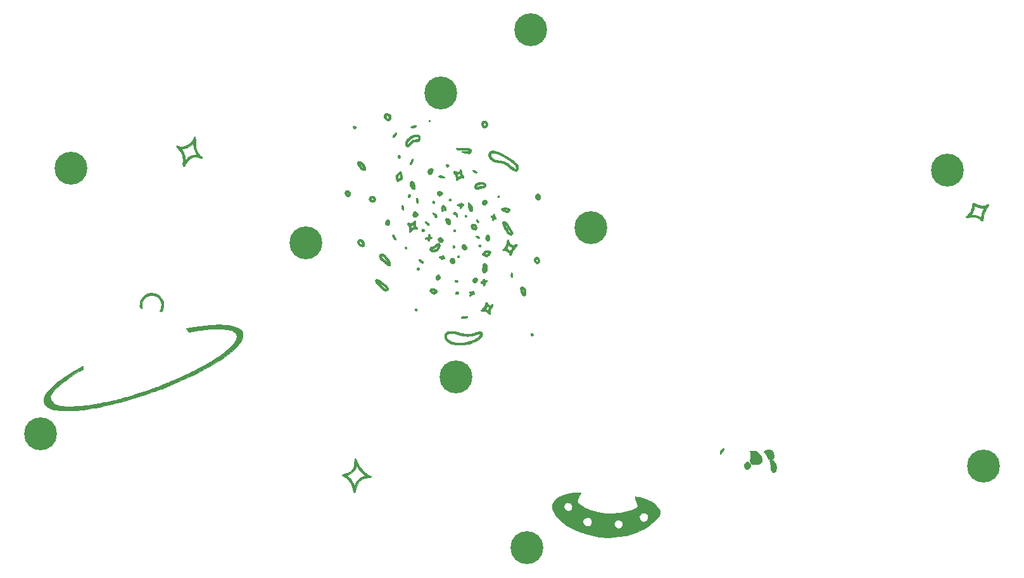
<source format=gbr>
%TF.GenerationSoftware,KiCad,Pcbnew,6.0.2-378541a8eb~116~ubuntu20.04.1*%
%TF.CreationDate,2022-03-20T18:30:42+01:00*%
%TF.ProjectId,Bottom_Plate,426f7474-6f6d-45f5-906c-6174652e6b69,v0.1*%
%TF.SameCoordinates,Original*%
%TF.FileFunction,Copper,L2,Bot*%
%TF.FilePolarity,Positive*%
%FSLAX46Y46*%
G04 Gerber Fmt 4.6, Leading zero omitted, Abs format (unit mm)*
G04 Created by KiCad (PCBNEW 6.0.2-378541a8eb~116~ubuntu20.04.1) date 2022-03-20 18:30:42*
%MOMM*%
%LPD*%
G01*
G04 APERTURE LIST*
%TA.AperFunction,EtchedComponent*%
%ADD10C,0.010000*%
%TD*%
%TA.AperFunction,ComponentPad*%
%ADD11C,0.700000*%
%TD*%
%TA.AperFunction,ComponentPad*%
%ADD12C,4.400000*%
%TD*%
G04 APERTURE END LIST*
D10*
%TO.C,Ref\u002A\u002A*%
X190766639Y-137142347D02*
X190854346Y-137185988D01*
X190854346Y-137185988D02*
X190937671Y-137259482D01*
X190937671Y-137259482D02*
X191023720Y-137375086D01*
X191023720Y-137375086D02*
X191074657Y-137501609D01*
X191074657Y-137501609D02*
X191089055Y-137631754D01*
X191089055Y-137631754D02*
X191065488Y-137758226D01*
X191065488Y-137758226D02*
X191044702Y-137806965D01*
X191044702Y-137806965D02*
X190976469Y-137902491D01*
X190976469Y-137902491D02*
X190888330Y-137966533D01*
X190888330Y-137966533D02*
X190787890Y-137996315D01*
X190787890Y-137996315D02*
X190682757Y-137989057D01*
X190682757Y-137989057D02*
X190616124Y-137963483D01*
X190616124Y-137963483D02*
X190508295Y-137884649D01*
X190508295Y-137884649D02*
X190431132Y-137777675D01*
X190431132Y-137777675D02*
X190385849Y-137644827D01*
X190385849Y-137644827D02*
X190373331Y-137509996D01*
X190373331Y-137509996D02*
X190374766Y-137494883D01*
X190374766Y-137494883D02*
X190635932Y-137494883D01*
X190635932Y-137494883D02*
X190642179Y-137575026D01*
X190642179Y-137575026D02*
X190672846Y-137665343D01*
X190672846Y-137665343D02*
X190681935Y-137683889D01*
X190681935Y-137683889D02*
X190719867Y-137730196D01*
X190719867Y-137730196D02*
X190761209Y-137741979D01*
X190761209Y-137741979D02*
X190795724Y-137718907D01*
X190795724Y-137718907D02*
X190808949Y-137687995D01*
X190808949Y-137687995D02*
X190810919Y-137613471D01*
X190810919Y-137613471D02*
X190789494Y-137529573D01*
X190789494Y-137529573D02*
X190751059Y-137457018D01*
X190751059Y-137457018D02*
X190730764Y-137434348D01*
X190730764Y-137434348D02*
X190697498Y-137407496D01*
X190697498Y-137407496D02*
X190676952Y-137409965D01*
X190676952Y-137409965D02*
X190655317Y-137436193D01*
X190655317Y-137436193D02*
X190635932Y-137494883D01*
X190635932Y-137494883D02*
X190374766Y-137494883D01*
X190374766Y-137494883D02*
X190386826Y-137367942D01*
X190386826Y-137367942D02*
X190426471Y-137258438D01*
X190426471Y-137258438D02*
X190491899Y-137181955D01*
X190491899Y-137181955D02*
X190582742Y-137138970D01*
X190582742Y-137138970D02*
X190668993Y-137128996D01*
X190668993Y-137128996D02*
X190766639Y-137142347D01*
X190766639Y-137142347D02*
X190766639Y-137142347D01*
G36*
X190426471Y-137258438D02*
G01*
X190491899Y-137181955D01*
X190582742Y-137138970D01*
X190668993Y-137128996D01*
X190766639Y-137142347D01*
X190854346Y-137185988D01*
X190937671Y-137259482D01*
X191023720Y-137375086D01*
X191074657Y-137501609D01*
X191089055Y-137631754D01*
X191065488Y-137758226D01*
X191044702Y-137806965D01*
X190976469Y-137902491D01*
X190888330Y-137966533D01*
X190787890Y-137996315D01*
X190682757Y-137989057D01*
X190616124Y-137963483D01*
X190508295Y-137884649D01*
X190431132Y-137777675D01*
X190385849Y-137644827D01*
X190373331Y-137509996D01*
X190374766Y-137494883D01*
X190635932Y-137494883D01*
X190642179Y-137575026D01*
X190672846Y-137665343D01*
X190681935Y-137683889D01*
X190719867Y-137730196D01*
X190761209Y-137741979D01*
X190795724Y-137718907D01*
X190808949Y-137687995D01*
X190810919Y-137613471D01*
X190789494Y-137529573D01*
X190751059Y-137457018D01*
X190730764Y-137434348D01*
X190697498Y-137407496D01*
X190676952Y-137409965D01*
X190655317Y-137436193D01*
X190635932Y-137494883D01*
X190374766Y-137494883D01*
X190386826Y-137367942D01*
X190426471Y-137258438D01*
G37*
X190426471Y-137258438D02*
X190491899Y-137181955D01*
X190582742Y-137138970D01*
X190668993Y-137128996D01*
X190766639Y-137142347D01*
X190854346Y-137185988D01*
X190937671Y-137259482D01*
X191023720Y-137375086D01*
X191074657Y-137501609D01*
X191089055Y-137631754D01*
X191065488Y-137758226D01*
X191044702Y-137806965D01*
X190976469Y-137902491D01*
X190888330Y-137966533D01*
X190787890Y-137996315D01*
X190682757Y-137989057D01*
X190616124Y-137963483D01*
X190508295Y-137884649D01*
X190431132Y-137777675D01*
X190385849Y-137644827D01*
X190373331Y-137509996D01*
X190374766Y-137494883D01*
X190635932Y-137494883D01*
X190642179Y-137575026D01*
X190672846Y-137665343D01*
X190681935Y-137683889D01*
X190719867Y-137730196D01*
X190761209Y-137741979D01*
X190795724Y-137718907D01*
X190808949Y-137687995D01*
X190810919Y-137613471D01*
X190789494Y-137529573D01*
X190751059Y-137457018D01*
X190730764Y-137434348D01*
X190697498Y-137407496D01*
X190676952Y-137409965D01*
X190655317Y-137436193D01*
X190635932Y-137494883D01*
X190374766Y-137494883D01*
X190386826Y-137367942D01*
X190426471Y-137258438D01*
X215464416Y-156337418D02*
X215503750Y-156373333D01*
X215503750Y-156373333D02*
X215518892Y-156395954D01*
X215518892Y-156395954D02*
X215553477Y-156468182D01*
X215553477Y-156468182D02*
X215554762Y-156525249D01*
X215554762Y-156525249D02*
X215522162Y-156578862D01*
X215522162Y-156578862D02*
X215509039Y-156592708D01*
X215509039Y-156592708D02*
X215440890Y-156634985D01*
X215440890Y-156634985D02*
X215361919Y-156646030D01*
X215361919Y-156646030D02*
X215286822Y-156625676D01*
X215286822Y-156625676D02*
X215247183Y-156595673D01*
X215247183Y-156595673D02*
X215207407Y-156529054D01*
X215207407Y-156529054D02*
X215199874Y-156457772D01*
X215199874Y-156457772D02*
X215221321Y-156392719D01*
X215221321Y-156392719D02*
X215268484Y-156344784D01*
X215268484Y-156344784D02*
X215328160Y-156325457D01*
X215328160Y-156325457D02*
X215410163Y-156323040D01*
X215410163Y-156323040D02*
X215464416Y-156337418D01*
X215464416Y-156337418D02*
X215464416Y-156337418D01*
G36*
X215464416Y-156337418D02*
G01*
X215503750Y-156373333D01*
X215518892Y-156395954D01*
X215553477Y-156468182D01*
X215554762Y-156525249D01*
X215522162Y-156578862D01*
X215509039Y-156592708D01*
X215440890Y-156634985D01*
X215361919Y-156646030D01*
X215286822Y-156625676D01*
X215247183Y-156595673D01*
X215207407Y-156529054D01*
X215199874Y-156457772D01*
X215221321Y-156392719D01*
X215268484Y-156344784D01*
X215328160Y-156325457D01*
X215410163Y-156323040D01*
X215464416Y-156337418D01*
G37*
X215464416Y-156337418D02*
X215503750Y-156373333D01*
X215518892Y-156395954D01*
X215553477Y-156468182D01*
X215554762Y-156525249D01*
X215522162Y-156578862D01*
X215509039Y-156592708D01*
X215440890Y-156634985D01*
X215361919Y-156646030D01*
X215286822Y-156625676D01*
X215247183Y-156595673D01*
X215207407Y-156529054D01*
X215199874Y-156457772D01*
X215221321Y-156392719D01*
X215268484Y-156344784D01*
X215328160Y-156325457D01*
X215410163Y-156323040D01*
X215464416Y-156337418D01*
X210986473Y-137881101D02*
X210998376Y-137895706D01*
X210998376Y-137895706D02*
X211028568Y-137968551D01*
X211028568Y-137968551D02*
X211016679Y-138041921D01*
X211016679Y-138041921D02*
X210987457Y-138089225D01*
X210987457Y-138089225D02*
X210932787Y-138133908D01*
X210932787Y-138133908D02*
X210874370Y-138141849D01*
X210874370Y-138141849D02*
X210822180Y-138112557D01*
X210822180Y-138112557D02*
X210810277Y-138097953D01*
X210810277Y-138097953D02*
X210780085Y-138025107D01*
X210780085Y-138025107D02*
X210791974Y-137951737D01*
X210791974Y-137951737D02*
X210821196Y-137904434D01*
X210821196Y-137904434D02*
X210875866Y-137859750D01*
X210875866Y-137859750D02*
X210934283Y-137851809D01*
X210934283Y-137851809D02*
X210986473Y-137881101D01*
X210986473Y-137881101D02*
X210986473Y-137881101D01*
G36*
X210986473Y-137881101D02*
G01*
X210998376Y-137895706D01*
X211028568Y-137968551D01*
X211016679Y-138041921D01*
X210987457Y-138089225D01*
X210932787Y-138133908D01*
X210874370Y-138141849D01*
X210822180Y-138112557D01*
X210810277Y-138097953D01*
X210780085Y-138025107D01*
X210791974Y-137951737D01*
X210821196Y-137904434D01*
X210875866Y-137859750D01*
X210934283Y-137851809D01*
X210986473Y-137881101D01*
G37*
X210986473Y-137881101D02*
X210998376Y-137895706D01*
X211028568Y-137968551D01*
X211016679Y-138041921D01*
X210987457Y-138089225D01*
X210932787Y-138133908D01*
X210874370Y-138141849D01*
X210822180Y-138112557D01*
X210810277Y-138097953D01*
X210780085Y-138025107D01*
X210791974Y-137951737D01*
X210821196Y-137904434D01*
X210875866Y-137859750D01*
X210934283Y-137851809D01*
X210986473Y-137881101D01*
X204820197Y-146213102D02*
X204892282Y-146253865D01*
X204892282Y-146253865D02*
X204961376Y-146323623D01*
X204961376Y-146323623D02*
X205011322Y-146390824D01*
X205011322Y-146390824D02*
X205075980Y-146510263D01*
X205075980Y-146510263D02*
X205103404Y-146624364D01*
X205103404Y-146624364D02*
X205093092Y-146728805D01*
X205093092Y-146728805D02*
X205058920Y-146800216D01*
X205058920Y-146800216D02*
X204974427Y-146894113D01*
X204974427Y-146894113D02*
X204877721Y-146947572D01*
X204877721Y-146947572D02*
X204769083Y-146960475D01*
X204769083Y-146960475D02*
X204706918Y-146950865D01*
X204706918Y-146950865D02*
X204603845Y-146904662D01*
X204603845Y-146904662D02*
X204515435Y-146818941D01*
X204515435Y-146818941D02*
X204447797Y-146706913D01*
X204447797Y-146706913D02*
X204412860Y-146595824D01*
X204412860Y-146595824D02*
X204411675Y-146533193D01*
X204411675Y-146533193D02*
X204665551Y-146533193D01*
X204665551Y-146533193D02*
X204665675Y-146562616D01*
X204665675Y-146562616D02*
X204690557Y-146602032D01*
X204690557Y-146602032D02*
X204704029Y-146619391D01*
X204704029Y-146619391D02*
X204747797Y-146662583D01*
X204747797Y-146662583D02*
X204782679Y-146675708D01*
X204782679Y-146675708D02*
X204801412Y-146658716D01*
X204801412Y-146658716D02*
X204799081Y-146620041D01*
X204799081Y-146620041D02*
X204776358Y-146559520D01*
X204776358Y-146559520D02*
X204750534Y-146511942D01*
X204750534Y-146511942D02*
X204724572Y-146476939D01*
X204724572Y-146476939D02*
X204706709Y-146475124D01*
X204706709Y-146475124D02*
X204687991Y-146497026D01*
X204687991Y-146497026D02*
X204665551Y-146533193D01*
X204665551Y-146533193D02*
X204411675Y-146533193D01*
X204411675Y-146533193D02*
X204410784Y-146486124D01*
X204410784Y-146486124D02*
X204437725Y-146384653D01*
X204437725Y-146384653D02*
X204489840Y-146298251D01*
X204489840Y-146298251D02*
X204563285Y-146233761D01*
X204563285Y-146233761D02*
X204654218Y-146198021D01*
X204654218Y-146198021D02*
X204735642Y-146194589D01*
X204735642Y-146194589D02*
X204820197Y-146213102D01*
X204820197Y-146213102D02*
X204820197Y-146213102D01*
G36*
X204437725Y-146384653D02*
G01*
X204489840Y-146298251D01*
X204563285Y-146233761D01*
X204654218Y-146198021D01*
X204735642Y-146194589D01*
X204820197Y-146213102D01*
X204892282Y-146253865D01*
X204961376Y-146323623D01*
X205011322Y-146390824D01*
X205075980Y-146510263D01*
X205103404Y-146624364D01*
X205093092Y-146728805D01*
X205058920Y-146800216D01*
X204974427Y-146894113D01*
X204877721Y-146947572D01*
X204769083Y-146960475D01*
X204706918Y-146950865D01*
X204603845Y-146904662D01*
X204515435Y-146818941D01*
X204447797Y-146706913D01*
X204412860Y-146595824D01*
X204411675Y-146533193D01*
X204665551Y-146533193D01*
X204665675Y-146562616D01*
X204690557Y-146602032D01*
X204704029Y-146619391D01*
X204747797Y-146662583D01*
X204782679Y-146675708D01*
X204801412Y-146658716D01*
X204799081Y-146620041D01*
X204776358Y-146559520D01*
X204750534Y-146511942D01*
X204724572Y-146476939D01*
X204706709Y-146475124D01*
X204687991Y-146497026D01*
X204665551Y-146533193D01*
X204411675Y-146533193D01*
X204410784Y-146486124D01*
X204437725Y-146384653D01*
G37*
X204437725Y-146384653D02*
X204489840Y-146298251D01*
X204563285Y-146233761D01*
X204654218Y-146198021D01*
X204735642Y-146194589D01*
X204820197Y-146213102D01*
X204892282Y-146253865D01*
X204961376Y-146323623D01*
X205011322Y-146390824D01*
X205075980Y-146510263D01*
X205103404Y-146624364D01*
X205093092Y-146728805D01*
X205058920Y-146800216D01*
X204974427Y-146894113D01*
X204877721Y-146947572D01*
X204769083Y-146960475D01*
X204706918Y-146950865D01*
X204603845Y-146904662D01*
X204515435Y-146818941D01*
X204447797Y-146706913D01*
X204412860Y-146595824D01*
X204411675Y-146533193D01*
X204665551Y-146533193D01*
X204665675Y-146562616D01*
X204690557Y-146602032D01*
X204704029Y-146619391D01*
X204747797Y-146662583D01*
X204782679Y-146675708D01*
X204801412Y-146658716D01*
X204799081Y-146620041D01*
X204776358Y-146559520D01*
X204750534Y-146511942D01*
X204724572Y-146476939D01*
X204706709Y-146475124D01*
X204687991Y-146497026D01*
X204665551Y-146533193D01*
X204411675Y-146533193D01*
X204410784Y-146486124D01*
X204437725Y-146384653D01*
X247217254Y-171896415D02*
X247348098Y-171932293D01*
X247348098Y-171932293D02*
X247451946Y-171995949D01*
X247451946Y-171995949D02*
X247474407Y-172017429D01*
X247474407Y-172017429D02*
X247556843Y-172129475D01*
X247556843Y-172129475D02*
X247624616Y-172271401D01*
X247624616Y-172271401D02*
X247675334Y-172432571D01*
X247675334Y-172432571D02*
X247706602Y-172602347D01*
X247706602Y-172602347D02*
X247716028Y-172770093D01*
X247716028Y-172770093D02*
X247701218Y-172925173D01*
X247701218Y-172925173D02*
X247689797Y-172974746D01*
X247689797Y-172974746D02*
X247645435Y-173081114D01*
X247645435Y-173081114D02*
X247580182Y-173165956D01*
X247580182Y-173165956D02*
X247500899Y-173225247D01*
X247500899Y-173225247D02*
X247414447Y-173254961D01*
X247414447Y-173254961D02*
X247327687Y-173251075D01*
X247327687Y-173251075D02*
X247266020Y-173223343D01*
X247266020Y-173223343D02*
X247204994Y-173181885D01*
X247204994Y-173181885D02*
X247156315Y-173147866D01*
X247156315Y-173147866D02*
X247109427Y-173122858D01*
X247109427Y-173122858D02*
X247069836Y-173127232D01*
X247069836Y-173127232D02*
X247057975Y-173132970D01*
X247057975Y-173132970D02*
X247020950Y-173147517D01*
X247020950Y-173147517D02*
X246993763Y-173139608D01*
X246993763Y-173139608D02*
X246969189Y-173103130D01*
X246969189Y-173103130D02*
X246940635Y-173033645D01*
X246940635Y-173033645D02*
X246841438Y-172811059D01*
X246841438Y-172811059D02*
X246711559Y-172593606D01*
X246711559Y-172593606D02*
X246546351Y-172373675D01*
X246546351Y-172373675D02*
X246514180Y-172335213D01*
X246514180Y-172335213D02*
X246448356Y-172251447D01*
X246448356Y-172251447D02*
X246411189Y-172184490D01*
X246411189Y-172184490D02*
X246404878Y-172129990D01*
X246404878Y-172129990D02*
X246431625Y-172083599D01*
X246431625Y-172083599D02*
X246493628Y-172040966D01*
X246493628Y-172040966D02*
X246593087Y-171997742D01*
X246593087Y-171997742D02*
X246704617Y-171958647D01*
X246704617Y-171958647D02*
X246891326Y-171909272D01*
X246891326Y-171909272D02*
X247063601Y-171888635D01*
X247063601Y-171888635D02*
X247217254Y-171896415D01*
X247217254Y-171896415D02*
X247217254Y-171896415D01*
G36*
X247217254Y-171896415D02*
G01*
X247348098Y-171932293D01*
X247451946Y-171995949D01*
X247474407Y-172017429D01*
X247556843Y-172129475D01*
X247624616Y-172271401D01*
X247675334Y-172432571D01*
X247706602Y-172602347D01*
X247716028Y-172770093D01*
X247701218Y-172925173D01*
X247689797Y-172974746D01*
X247645435Y-173081114D01*
X247580182Y-173165956D01*
X247500899Y-173225247D01*
X247414447Y-173254961D01*
X247327687Y-173251075D01*
X247266020Y-173223343D01*
X247204994Y-173181885D01*
X247156315Y-173147866D01*
X247109427Y-173122858D01*
X247069836Y-173127232D01*
X247057975Y-173132970D01*
X247020950Y-173147517D01*
X246993763Y-173139608D01*
X246969189Y-173103130D01*
X246940635Y-173033645D01*
X246841438Y-172811059D01*
X246711559Y-172593606D01*
X246546351Y-172373675D01*
X246514180Y-172335213D01*
X246448356Y-172251447D01*
X246411189Y-172184490D01*
X246404878Y-172129990D01*
X246431625Y-172083599D01*
X246493628Y-172040966D01*
X246593087Y-171997742D01*
X246704617Y-171958647D01*
X246891326Y-171909272D01*
X247063601Y-171888635D01*
X247217254Y-171896415D01*
G37*
X247217254Y-171896415D02*
X247348098Y-171932293D01*
X247451946Y-171995949D01*
X247474407Y-172017429D01*
X247556843Y-172129475D01*
X247624616Y-172271401D01*
X247675334Y-172432571D01*
X247706602Y-172602347D01*
X247716028Y-172770093D01*
X247701218Y-172925173D01*
X247689797Y-172974746D01*
X247645435Y-173081114D01*
X247580182Y-173165956D01*
X247500899Y-173225247D01*
X247414447Y-173254961D01*
X247327687Y-173251075D01*
X247266020Y-173223343D01*
X247204994Y-173181885D01*
X247156315Y-173147866D01*
X247109427Y-173122858D01*
X247069836Y-173127232D01*
X247057975Y-173132970D01*
X247020950Y-173147517D01*
X246993763Y-173139608D01*
X246969189Y-173103130D01*
X246940635Y-173033645D01*
X246841438Y-172811059D01*
X246711559Y-172593606D01*
X246546351Y-172373675D01*
X246514180Y-172335213D01*
X246448356Y-172251447D01*
X246411189Y-172184490D01*
X246404878Y-172129990D01*
X246431625Y-172083599D01*
X246493628Y-172040966D01*
X246593087Y-171997742D01*
X246704617Y-171958647D01*
X246891326Y-171909272D01*
X247063601Y-171888635D01*
X247217254Y-171896415D01*
X197701078Y-132458509D02*
X197740288Y-132491868D01*
X197740288Y-132491868D02*
X197788175Y-132564616D01*
X197788175Y-132564616D02*
X197802737Y-132645043D01*
X197802737Y-132645043D02*
X197787548Y-132723633D01*
X197787548Y-132723633D02*
X197746179Y-132790875D01*
X197746179Y-132790875D02*
X197682200Y-132837255D01*
X197682200Y-132837255D02*
X197604586Y-132853329D01*
X197604586Y-132853329D02*
X197542010Y-132842780D01*
X197542010Y-132842780D02*
X197490525Y-132804591D01*
X197490525Y-132804591D02*
X197475958Y-132788205D01*
X197475958Y-132788205D02*
X197428163Y-132705692D01*
X197428163Y-132705692D02*
X197422577Y-132623000D01*
X197422577Y-132623000D02*
X197459107Y-132541649D01*
X197459107Y-132541649D02*
X197493127Y-132501963D01*
X197493127Y-132501963D02*
X197565878Y-132446245D01*
X197565878Y-132446245D02*
X197633897Y-132431813D01*
X197633897Y-132431813D02*
X197701078Y-132458509D01*
X197701078Y-132458509D02*
X197701078Y-132458509D01*
G36*
X197701078Y-132458509D02*
G01*
X197740288Y-132491868D01*
X197788175Y-132564616D01*
X197802737Y-132645043D01*
X197787548Y-132723633D01*
X197746179Y-132790875D01*
X197682200Y-132837255D01*
X197604586Y-132853329D01*
X197542010Y-132842780D01*
X197490525Y-132804591D01*
X197475958Y-132788205D01*
X197428163Y-132705692D01*
X197422577Y-132623000D01*
X197459107Y-132541649D01*
X197493127Y-132501963D01*
X197565878Y-132446245D01*
X197633897Y-132431813D01*
X197701078Y-132458509D01*
G37*
X197701078Y-132458509D02*
X197740288Y-132491868D01*
X197788175Y-132564616D01*
X197802737Y-132645043D01*
X197787548Y-132723633D01*
X197746179Y-132790875D01*
X197682200Y-132837255D01*
X197604586Y-132853329D01*
X197542010Y-132842780D01*
X197490525Y-132804591D01*
X197475958Y-132788205D01*
X197428163Y-132705692D01*
X197422577Y-132623000D01*
X197459107Y-132541649D01*
X197493127Y-132501963D01*
X197565878Y-132446245D01*
X197633897Y-132431813D01*
X197701078Y-132458509D01*
X199744404Y-141205637D02*
X199777272Y-141245763D01*
X199777272Y-141245763D02*
X199797136Y-141316683D01*
X199797136Y-141316683D02*
X199804869Y-141421702D01*
X199804869Y-141421702D02*
X199801345Y-141564127D01*
X199801345Y-141564127D02*
X199800346Y-141581578D01*
X199800346Y-141581578D02*
X199794779Y-141689279D01*
X199794779Y-141689279D02*
X199793902Y-141765721D01*
X199793902Y-141765721D02*
X199798679Y-141821817D01*
X199798679Y-141821817D02*
X199810073Y-141868476D01*
X199810073Y-141868476D02*
X199829048Y-141916611D01*
X199829048Y-141916611D02*
X199830153Y-141919118D01*
X199830153Y-141919118D02*
X199874760Y-141995724D01*
X199874760Y-141995724D02*
X199923660Y-142037356D01*
X199923660Y-142037356D02*
X199927412Y-142038903D01*
X199927412Y-142038903D02*
X200006855Y-142086527D01*
X200006855Y-142086527D02*
X200054842Y-142153598D01*
X200054842Y-142153598D02*
X200066669Y-142214288D01*
X200066669Y-142214288D02*
X200061786Y-142270023D01*
X200061786Y-142270023D02*
X200050483Y-142308024D01*
X200050483Y-142308024D02*
X200050363Y-142308213D01*
X200050363Y-142308213D02*
X200003076Y-142345894D01*
X200003076Y-142345894D02*
X199929035Y-142362433D01*
X199929035Y-142362433D02*
X199839411Y-142355500D01*
X199839411Y-142355500D02*
X199831722Y-142353820D01*
X199831722Y-142353820D02*
X199707202Y-142339987D01*
X199707202Y-142339987D02*
X199592268Y-142354934D01*
X199592268Y-142354934D02*
X199498896Y-142397078D01*
X199498896Y-142397078D02*
X199497710Y-142397917D01*
X199497710Y-142397917D02*
X199452027Y-142438194D01*
X199452027Y-142438194D02*
X199394046Y-142499829D01*
X199394046Y-142499829D02*
X199336060Y-142569723D01*
X199336060Y-142569723D02*
X199334251Y-142572068D01*
X199334251Y-142572068D02*
X199246215Y-142673930D01*
X199246215Y-142673930D02*
X199165831Y-142742039D01*
X199165831Y-142742039D02*
X199095639Y-142775020D01*
X199095639Y-142775020D02*
X199038180Y-142771499D01*
X199038180Y-142771499D02*
X199008331Y-142748350D01*
X199008331Y-142748350D02*
X198993308Y-142711389D01*
X198993308Y-142711389D02*
X198992447Y-142648332D01*
X198992447Y-142648332D02*
X198998406Y-142594891D01*
X198998406Y-142594891D02*
X199012166Y-142414579D01*
X199012166Y-142414579D02*
X198997789Y-142256413D01*
X198997789Y-142256413D02*
X198952685Y-142108785D01*
X198952685Y-142108785D02*
X198874267Y-141960087D01*
X198874267Y-141960087D02*
X198847768Y-141919322D01*
X198847768Y-141919322D02*
X198809920Y-141861795D01*
X198809920Y-141861795D02*
X199182759Y-141861795D01*
X199182759Y-141861795D02*
X199192760Y-141914986D01*
X199192760Y-141914986D02*
X199206753Y-141964924D01*
X199206753Y-141964924D02*
X199249030Y-142060439D01*
X199249030Y-142060439D02*
X199303371Y-142126770D01*
X199303371Y-142126770D02*
X199364281Y-142161127D01*
X199364281Y-142161127D02*
X199426269Y-142160717D01*
X199426269Y-142160717D02*
X199483840Y-142122748D01*
X199483840Y-142122748D02*
X199493957Y-142110891D01*
X199493957Y-142110891D02*
X199529099Y-142034571D01*
X199529099Y-142034571D02*
X199536380Y-141937668D01*
X199536380Y-141937668D02*
X199514944Y-141832200D01*
X199514944Y-141832200D02*
X199514020Y-141829522D01*
X199514020Y-141829522D02*
X199493663Y-141784049D01*
X199493663Y-141784049D02*
X199468236Y-141770524D01*
X199468236Y-141770524D02*
X199434645Y-141776415D01*
X199434645Y-141776415D02*
X199377309Y-141789759D01*
X199377309Y-141789759D02*
X199305331Y-141803674D01*
X199305331Y-141803674D02*
X199288915Y-141806473D01*
X199288915Y-141806473D02*
X199230220Y-141818694D01*
X199230220Y-141818694D02*
X199190888Y-141831551D01*
X199190888Y-141831551D02*
X199184589Y-141835511D01*
X199184589Y-141835511D02*
X199182759Y-141861795D01*
X199182759Y-141861795D02*
X198809920Y-141861795D01*
X198809920Y-141861795D02*
X198780525Y-141817118D01*
X198780525Y-141817118D02*
X198734949Y-141741457D01*
X198734949Y-141741457D02*
X198707346Y-141684985D01*
X198707346Y-141684985D02*
X198694021Y-141640350D01*
X198694021Y-141640350D02*
X198691160Y-141607542D01*
X198691160Y-141607542D02*
X198708578Y-141552827D01*
X198708578Y-141552827D02*
X198760633Y-141522153D01*
X198760633Y-141522153D02*
X198847030Y-141515652D01*
X198847030Y-141515652D02*
X198890038Y-141519705D01*
X198890038Y-141519705D02*
X199023566Y-141536170D01*
X199023566Y-141536170D02*
X199123246Y-141545786D01*
X199123246Y-141545786D02*
X199197028Y-141548412D01*
X199197028Y-141548412D02*
X199252861Y-141543910D01*
X199252861Y-141543910D02*
X199298696Y-141532140D01*
X199298696Y-141532140D02*
X199342482Y-141512961D01*
X199342482Y-141512961D02*
X199344934Y-141511717D01*
X199344934Y-141511717D02*
X199419762Y-141459000D01*
X199419762Y-141459000D02*
X199489169Y-141385501D01*
X199489169Y-141385501D02*
X199501939Y-141368024D01*
X199501939Y-141368024D02*
X199562667Y-141284118D01*
X199562667Y-141284118D02*
X199609607Y-141231083D01*
X199609607Y-141231083D02*
X199649585Y-141202817D01*
X199649585Y-141202817D02*
X199689427Y-141193214D01*
X199689427Y-141193214D02*
X199697657Y-141192996D01*
X199697657Y-141192996D02*
X199744404Y-141205637D01*
X199744404Y-141205637D02*
X199744404Y-141205637D01*
G36*
X198734949Y-141741457D02*
G01*
X198707346Y-141684985D01*
X198694021Y-141640350D01*
X198691160Y-141607542D01*
X198708578Y-141552827D01*
X198760633Y-141522153D01*
X198847030Y-141515652D01*
X198890038Y-141519705D01*
X199023566Y-141536170D01*
X199123246Y-141545786D01*
X199197028Y-141548412D01*
X199252861Y-141543910D01*
X199298696Y-141532140D01*
X199342482Y-141512961D01*
X199344934Y-141511717D01*
X199419762Y-141459000D01*
X199489169Y-141385501D01*
X199501939Y-141368024D01*
X199562667Y-141284118D01*
X199609607Y-141231083D01*
X199649585Y-141202817D01*
X199689427Y-141193214D01*
X199697657Y-141192996D01*
X199744404Y-141205637D01*
X199777272Y-141245763D01*
X199797136Y-141316683D01*
X199804869Y-141421702D01*
X199801345Y-141564127D01*
X199800346Y-141581578D01*
X199794779Y-141689279D01*
X199793902Y-141765721D01*
X199798679Y-141821817D01*
X199810073Y-141868476D01*
X199829048Y-141916611D01*
X199830153Y-141919118D01*
X199874760Y-141995724D01*
X199923660Y-142037356D01*
X199927412Y-142038903D01*
X200006855Y-142086527D01*
X200054842Y-142153598D01*
X200066669Y-142214288D01*
X200061786Y-142270023D01*
X200050483Y-142308024D01*
X200050363Y-142308213D01*
X200003076Y-142345894D01*
X199929035Y-142362433D01*
X199839411Y-142355500D01*
X199831722Y-142353820D01*
X199707202Y-142339987D01*
X199592268Y-142354934D01*
X199498896Y-142397078D01*
X199497710Y-142397917D01*
X199452027Y-142438194D01*
X199394046Y-142499829D01*
X199336060Y-142569723D01*
X199334251Y-142572068D01*
X199246215Y-142673930D01*
X199165831Y-142742039D01*
X199095639Y-142775020D01*
X199038180Y-142771499D01*
X199008331Y-142748350D01*
X198993308Y-142711389D01*
X198992447Y-142648332D01*
X198998406Y-142594891D01*
X199012166Y-142414579D01*
X198997789Y-142256413D01*
X198952685Y-142108785D01*
X198874267Y-141960087D01*
X198847768Y-141919322D01*
X198809920Y-141861795D01*
X199182759Y-141861795D01*
X199192760Y-141914986D01*
X199206753Y-141964924D01*
X199249030Y-142060439D01*
X199303371Y-142126770D01*
X199364281Y-142161127D01*
X199426269Y-142160717D01*
X199483840Y-142122748D01*
X199493957Y-142110891D01*
X199529099Y-142034571D01*
X199536380Y-141937668D01*
X199514944Y-141832200D01*
X199514020Y-141829522D01*
X199493663Y-141784049D01*
X199468236Y-141770524D01*
X199434645Y-141776415D01*
X199377309Y-141789759D01*
X199305331Y-141803674D01*
X199288915Y-141806473D01*
X199230220Y-141818694D01*
X199190888Y-141831551D01*
X199184589Y-141835511D01*
X199182759Y-141861795D01*
X198809920Y-141861795D01*
X198780525Y-141817118D01*
X198734949Y-141741457D01*
G37*
X198734949Y-141741457D02*
X198707346Y-141684985D01*
X198694021Y-141640350D01*
X198691160Y-141607542D01*
X198708578Y-141552827D01*
X198760633Y-141522153D01*
X198847030Y-141515652D01*
X198890038Y-141519705D01*
X199023566Y-141536170D01*
X199123246Y-141545786D01*
X199197028Y-141548412D01*
X199252861Y-141543910D01*
X199298696Y-141532140D01*
X199342482Y-141512961D01*
X199344934Y-141511717D01*
X199419762Y-141459000D01*
X199489169Y-141385501D01*
X199501939Y-141368024D01*
X199562667Y-141284118D01*
X199609607Y-141231083D01*
X199649585Y-141202817D01*
X199689427Y-141193214D01*
X199697657Y-141192996D01*
X199744404Y-141205637D01*
X199777272Y-141245763D01*
X199797136Y-141316683D01*
X199804869Y-141421702D01*
X199801345Y-141564127D01*
X199800346Y-141581578D01*
X199794779Y-141689279D01*
X199793902Y-141765721D01*
X199798679Y-141821817D01*
X199810073Y-141868476D01*
X199829048Y-141916611D01*
X199830153Y-141919118D01*
X199874760Y-141995724D01*
X199923660Y-142037356D01*
X199927412Y-142038903D01*
X200006855Y-142086527D01*
X200054842Y-142153598D01*
X200066669Y-142214288D01*
X200061786Y-142270023D01*
X200050483Y-142308024D01*
X200050363Y-142308213D01*
X200003076Y-142345894D01*
X199929035Y-142362433D01*
X199839411Y-142355500D01*
X199831722Y-142353820D01*
X199707202Y-142339987D01*
X199592268Y-142354934D01*
X199498896Y-142397078D01*
X199497710Y-142397917D01*
X199452027Y-142438194D01*
X199394046Y-142499829D01*
X199336060Y-142569723D01*
X199334251Y-142572068D01*
X199246215Y-142673930D01*
X199165831Y-142742039D01*
X199095639Y-142775020D01*
X199038180Y-142771499D01*
X199008331Y-142748350D01*
X198993308Y-142711389D01*
X198992447Y-142648332D01*
X198998406Y-142594891D01*
X199012166Y-142414579D01*
X198997789Y-142256413D01*
X198952685Y-142108785D01*
X198874267Y-141960087D01*
X198847768Y-141919322D01*
X198809920Y-141861795D01*
X199182759Y-141861795D01*
X199192760Y-141914986D01*
X199206753Y-141964924D01*
X199249030Y-142060439D01*
X199303371Y-142126770D01*
X199364281Y-142161127D01*
X199426269Y-142160717D01*
X199483840Y-142122748D01*
X199493957Y-142110891D01*
X199529099Y-142034571D01*
X199536380Y-141937668D01*
X199514944Y-141832200D01*
X199514020Y-141829522D01*
X199493663Y-141784049D01*
X199468236Y-141770524D01*
X199434645Y-141776415D01*
X199377309Y-141789759D01*
X199305331Y-141803674D01*
X199288915Y-141806473D01*
X199230220Y-141818694D01*
X199190888Y-141831551D01*
X199184589Y-141835511D01*
X199182759Y-141861795D01*
X198809920Y-141861795D01*
X198780525Y-141817118D01*
X198734949Y-141741457D01*
X209393918Y-152170765D02*
X209436878Y-152236224D01*
X209436878Y-152236224D02*
X209446084Y-152262349D01*
X209446084Y-152262349D02*
X209490723Y-152359732D01*
X209490723Y-152359732D02*
X209559175Y-152448539D01*
X209559175Y-152448539D02*
X209642128Y-152520436D01*
X209642128Y-152520436D02*
X209730268Y-152567086D01*
X209730268Y-152567086D02*
X209801693Y-152580663D01*
X209801693Y-152580663D02*
X209839385Y-152567391D01*
X209839385Y-152567391D02*
X209894258Y-152533005D01*
X209894258Y-152533005D02*
X209941243Y-152495996D01*
X209941243Y-152495996D02*
X209997235Y-152451026D01*
X209997235Y-152451026D02*
X210043178Y-152420322D01*
X210043178Y-152420322D02*
X210065297Y-152411329D01*
X210065297Y-152411329D02*
X210109642Y-152430280D01*
X210109642Y-152430280D02*
X210136145Y-152483416D01*
X210136145Y-152483416D02*
X210142327Y-152541185D01*
X210142327Y-152541185D02*
X210137607Y-152608007D01*
X210137607Y-152608007D02*
X210120631Y-152672099D01*
X210120631Y-152672099D02*
X210087173Y-152743351D01*
X210087173Y-152743351D02*
X210033008Y-152831651D01*
X210033008Y-152831651D02*
X209992777Y-152891186D01*
X209992777Y-152891186D02*
X209909369Y-153021221D01*
X209909369Y-153021221D02*
X209841425Y-153145397D01*
X209841425Y-153145397D02*
X209792390Y-153256348D01*
X209792390Y-153256348D02*
X209765710Y-153346707D01*
X209765710Y-153346707D02*
X209761814Y-153384996D01*
X209761814Y-153384996D02*
X209774265Y-153452786D01*
X209774265Y-153452786D02*
X209803583Y-153511898D01*
X209803583Y-153511898D02*
X209803660Y-153511996D01*
X209803660Y-153511996D02*
X209839167Y-153584708D01*
X209839167Y-153584708D02*
X209839635Y-153658946D01*
X209839635Y-153658946D02*
X209805066Y-153722236D01*
X209805066Y-153722236D02*
X209803660Y-153723663D01*
X209803660Y-153723663D02*
X209766599Y-153753147D01*
X209766599Y-153753147D02*
X209728606Y-153762952D01*
X209728606Y-153762952D02*
X209684022Y-153750549D01*
X209684022Y-153750549D02*
X209627188Y-153713412D01*
X209627188Y-153713412D02*
X209552446Y-153649010D01*
X209552446Y-153649010D02*
X209478017Y-153578167D01*
X209478017Y-153578167D02*
X209400407Y-153504282D01*
X209400407Y-153504282D02*
X209329603Y-153439907D01*
X209329603Y-153439907D02*
X209273174Y-153391724D01*
X209273174Y-153391724D02*
X209238689Y-153366419D01*
X209238689Y-153366419D02*
X209237562Y-153365815D01*
X209237562Y-153365815D02*
X209199120Y-153355673D01*
X209199120Y-153355673D02*
X209127996Y-153345477D01*
X209127996Y-153345477D02*
X209033826Y-153336321D01*
X209033826Y-153336321D02*
X208926244Y-153329303D01*
X208926244Y-153329303D02*
X208909479Y-153328499D01*
X208909479Y-153328499D02*
X208801928Y-153322333D01*
X208801928Y-153322333D02*
X208707516Y-153314577D01*
X208707516Y-153314577D02*
X208635450Y-153306151D01*
X208635450Y-153306151D02*
X208594936Y-153297978D01*
X208594936Y-153297978D02*
X208591868Y-153296690D01*
X208591868Y-153296690D02*
X208561938Y-153273195D01*
X208561938Y-153273195D02*
X208554180Y-153241612D01*
X208554180Y-153241612D02*
X208570752Y-153198226D01*
X208570752Y-153198226D02*
X208613808Y-153139322D01*
X208613808Y-153139322D02*
X208685507Y-153061186D01*
X208685507Y-153061186D02*
X208712335Y-153034716D01*
X208712335Y-153034716D02*
X209179544Y-153034716D01*
X209179544Y-153034716D02*
X209179859Y-153043417D01*
X209179859Y-153043417D02*
X209208952Y-153060226D01*
X209208952Y-153060226D02*
X209265117Y-153084877D01*
X209265117Y-153084877D02*
X209335543Y-153112573D01*
X209335543Y-153112573D02*
X209407421Y-153138515D01*
X209407421Y-153138515D02*
X209467941Y-153157905D01*
X209467941Y-153157905D02*
X209504295Y-153165944D01*
X209504295Y-153165944D02*
X209506804Y-153165883D01*
X209506804Y-153165883D02*
X209529499Y-153145874D01*
X209529499Y-153145874D02*
X209560687Y-153096272D01*
X209560687Y-153096272D02*
X209594160Y-153027180D01*
X209594160Y-153027180D02*
X209598866Y-153016068D01*
X209598866Y-153016068D02*
X209659701Y-152869769D01*
X209659701Y-152869769D02*
X209609972Y-152832043D01*
X209609972Y-152832043D02*
X209535850Y-152784251D01*
X209535850Y-152784251D02*
X209462261Y-152750814D01*
X209462261Y-152750814D02*
X209400527Y-152735921D01*
X209400527Y-152735921D02*
X209365124Y-152741404D01*
X209365124Y-152741404D02*
X209339378Y-152767808D01*
X209339378Y-152767808D02*
X209303125Y-152816955D01*
X209303125Y-152816955D02*
X209262688Y-152878531D01*
X209262688Y-152878531D02*
X209224395Y-152942226D01*
X209224395Y-152942226D02*
X209194572Y-152997725D01*
X209194572Y-152997725D02*
X209179544Y-153034716D01*
X209179544Y-153034716D02*
X208712335Y-153034716D01*
X208712335Y-153034716D02*
X208786367Y-152961675D01*
X208786367Y-152961675D02*
X208915259Y-152831152D01*
X208915259Y-152831152D02*
X209010797Y-152717893D01*
X209010797Y-152717893D02*
X209075905Y-152617350D01*
X209075905Y-152617350D02*
X209113508Y-152524973D01*
X209113508Y-152524973D02*
X209126532Y-152436211D01*
X209126532Y-152436211D02*
X209126585Y-152432496D01*
X209126585Y-152432496D02*
X209136144Y-152365791D01*
X209136144Y-152365791D02*
X209159176Y-152289836D01*
X209159176Y-152289836D02*
X209168080Y-152268476D01*
X209168080Y-152268476D02*
X209218379Y-152190430D01*
X209218379Y-152190430D02*
X209277538Y-152148025D01*
X209277538Y-152148025D02*
X209338428Y-152141417D01*
X209338428Y-152141417D02*
X209393918Y-152170765D01*
X209393918Y-152170765D02*
X209393918Y-152170765D01*
G36*
X208915259Y-152831152D02*
G01*
X209010797Y-152717893D01*
X209075905Y-152617350D01*
X209113508Y-152524973D01*
X209126532Y-152436211D01*
X209126585Y-152432496D01*
X209136144Y-152365791D01*
X209159176Y-152289836D01*
X209168080Y-152268476D01*
X209218379Y-152190430D01*
X209277538Y-152148025D01*
X209338428Y-152141417D01*
X209393918Y-152170765D01*
X209436878Y-152236224D01*
X209446084Y-152262349D01*
X209490723Y-152359732D01*
X209559175Y-152448539D01*
X209642128Y-152520436D01*
X209730268Y-152567086D01*
X209801693Y-152580663D01*
X209839385Y-152567391D01*
X209894258Y-152533005D01*
X209941243Y-152495996D01*
X209997235Y-152451026D01*
X210043178Y-152420322D01*
X210065297Y-152411329D01*
X210109642Y-152430280D01*
X210136145Y-152483416D01*
X210142327Y-152541185D01*
X210137607Y-152608007D01*
X210120631Y-152672099D01*
X210087173Y-152743351D01*
X210033008Y-152831651D01*
X209992777Y-152891186D01*
X209909369Y-153021221D01*
X209841425Y-153145397D01*
X209792390Y-153256348D01*
X209765710Y-153346707D01*
X209761814Y-153384996D01*
X209774265Y-153452786D01*
X209803583Y-153511898D01*
X209803660Y-153511996D01*
X209839167Y-153584708D01*
X209839635Y-153658946D01*
X209805066Y-153722236D01*
X209803660Y-153723663D01*
X209766599Y-153753147D01*
X209728606Y-153762952D01*
X209684022Y-153750549D01*
X209627188Y-153713412D01*
X209552446Y-153649010D01*
X209478017Y-153578167D01*
X209400407Y-153504282D01*
X209329603Y-153439907D01*
X209273174Y-153391724D01*
X209238689Y-153366419D01*
X209237562Y-153365815D01*
X209199120Y-153355673D01*
X209127996Y-153345477D01*
X209033826Y-153336321D01*
X208926244Y-153329303D01*
X208909479Y-153328499D01*
X208801928Y-153322333D01*
X208707516Y-153314577D01*
X208635450Y-153306151D01*
X208594936Y-153297978D01*
X208591868Y-153296690D01*
X208561938Y-153273195D01*
X208554180Y-153241612D01*
X208570752Y-153198226D01*
X208613808Y-153139322D01*
X208685507Y-153061186D01*
X208712335Y-153034716D01*
X209179544Y-153034716D01*
X209179859Y-153043417D01*
X209208952Y-153060226D01*
X209265117Y-153084877D01*
X209335543Y-153112573D01*
X209407421Y-153138515D01*
X209467941Y-153157905D01*
X209504295Y-153165944D01*
X209506804Y-153165883D01*
X209529499Y-153145874D01*
X209560687Y-153096272D01*
X209594160Y-153027180D01*
X209598866Y-153016068D01*
X209659701Y-152869769D01*
X209609972Y-152832043D01*
X209535850Y-152784251D01*
X209462261Y-152750814D01*
X209400527Y-152735921D01*
X209365124Y-152741404D01*
X209339378Y-152767808D01*
X209303125Y-152816955D01*
X209262688Y-152878531D01*
X209224395Y-152942226D01*
X209194572Y-152997725D01*
X209179544Y-153034716D01*
X208712335Y-153034716D01*
X208786367Y-152961675D01*
X208915259Y-152831152D01*
G37*
X208915259Y-152831152D02*
X209010797Y-152717893D01*
X209075905Y-152617350D01*
X209113508Y-152524973D01*
X209126532Y-152436211D01*
X209126585Y-152432496D01*
X209136144Y-152365791D01*
X209159176Y-152289836D01*
X209168080Y-152268476D01*
X209218379Y-152190430D01*
X209277538Y-152148025D01*
X209338428Y-152141417D01*
X209393918Y-152170765D01*
X209436878Y-152236224D01*
X209446084Y-152262349D01*
X209490723Y-152359732D01*
X209559175Y-152448539D01*
X209642128Y-152520436D01*
X209730268Y-152567086D01*
X209801693Y-152580663D01*
X209839385Y-152567391D01*
X209894258Y-152533005D01*
X209941243Y-152495996D01*
X209997235Y-152451026D01*
X210043178Y-152420322D01*
X210065297Y-152411329D01*
X210109642Y-152430280D01*
X210136145Y-152483416D01*
X210142327Y-152541185D01*
X210137607Y-152608007D01*
X210120631Y-152672099D01*
X210087173Y-152743351D01*
X210033008Y-152831651D01*
X209992777Y-152891186D01*
X209909369Y-153021221D01*
X209841425Y-153145397D01*
X209792390Y-153256348D01*
X209765710Y-153346707D01*
X209761814Y-153384996D01*
X209774265Y-153452786D01*
X209803583Y-153511898D01*
X209803660Y-153511996D01*
X209839167Y-153584708D01*
X209839635Y-153658946D01*
X209805066Y-153722236D01*
X209803660Y-153723663D01*
X209766599Y-153753147D01*
X209728606Y-153762952D01*
X209684022Y-153750549D01*
X209627188Y-153713412D01*
X209552446Y-153649010D01*
X209478017Y-153578167D01*
X209400407Y-153504282D01*
X209329603Y-153439907D01*
X209273174Y-153391724D01*
X209238689Y-153366419D01*
X209237562Y-153365815D01*
X209199120Y-153355673D01*
X209127996Y-153345477D01*
X209033826Y-153336321D01*
X208926244Y-153329303D01*
X208909479Y-153328499D01*
X208801928Y-153322333D01*
X208707516Y-153314577D01*
X208635450Y-153306151D01*
X208594936Y-153297978D01*
X208591868Y-153296690D01*
X208561938Y-153273195D01*
X208554180Y-153241612D01*
X208570752Y-153198226D01*
X208613808Y-153139322D01*
X208685507Y-153061186D01*
X208712335Y-153034716D01*
X209179544Y-153034716D01*
X209179859Y-153043417D01*
X209208952Y-153060226D01*
X209265117Y-153084877D01*
X209335543Y-153112573D01*
X209407421Y-153138515D01*
X209467941Y-153157905D01*
X209504295Y-153165944D01*
X209506804Y-153165883D01*
X209529499Y-153145874D01*
X209560687Y-153096272D01*
X209594160Y-153027180D01*
X209598866Y-153016068D01*
X209659701Y-152869769D01*
X209609972Y-152832043D01*
X209535850Y-152784251D01*
X209462261Y-152750814D01*
X209400527Y-152735921D01*
X209365124Y-152741404D01*
X209339378Y-152767808D01*
X209303125Y-152816955D01*
X209262688Y-152878531D01*
X209224395Y-152942226D01*
X209194572Y-152997725D01*
X209179544Y-153034716D01*
X208712335Y-153034716D01*
X208786367Y-152961675D01*
X208915259Y-152831152D01*
X207623220Y-141624541D02*
X207715644Y-141652217D01*
X207715644Y-141652217D02*
X207724878Y-141656724D01*
X207724878Y-141656724D02*
X207842096Y-141739640D01*
X207842096Y-141739640D02*
X207928741Y-141850605D01*
X207928741Y-141850605D02*
X207982697Y-141986326D01*
X207982697Y-141986326D02*
X207998978Y-142083329D01*
X207998978Y-142083329D02*
X208001804Y-142224101D01*
X208001804Y-142224101D02*
X207980892Y-142330783D01*
X207980892Y-142330783D02*
X207935231Y-142404999D01*
X207935231Y-142404999D02*
X207863812Y-142448375D01*
X207863812Y-142448375D02*
X207765624Y-142462535D01*
X207765624Y-142462535D02*
X207763277Y-142462531D01*
X207763277Y-142462531D02*
X207676094Y-142453424D01*
X207676094Y-142453424D02*
X207589702Y-142431047D01*
X207589702Y-142431047D02*
X207566548Y-142421798D01*
X207566548Y-142421798D02*
X207475059Y-142367756D01*
X207475059Y-142367756D02*
X207382607Y-142292395D01*
X207382607Y-142292395D02*
X207301867Y-142207665D01*
X207301867Y-142207665D02*
X207245514Y-142125513D01*
X207245514Y-142125513D02*
X207239763Y-142113746D01*
X207239763Y-142113746D02*
X207206630Y-142002086D01*
X207206630Y-142002086D02*
X207205443Y-141944079D01*
X207205443Y-141944079D02*
X207475327Y-141944079D01*
X207475327Y-141944079D02*
X207491333Y-141984470D01*
X207491333Y-141984470D02*
X207532743Y-142038839D01*
X207532743Y-142038839D02*
X207589644Y-142097826D01*
X207589644Y-142097826D02*
X207652120Y-142152067D01*
X207652120Y-142152067D02*
X207710258Y-142192201D01*
X207710258Y-142192201D02*
X207754145Y-142208867D01*
X207754145Y-142208867D02*
X207755785Y-142208917D01*
X207755785Y-142208917D02*
X207769035Y-142191486D01*
X207769035Y-142191486D02*
X207771195Y-142171954D01*
X207771195Y-142171954D02*
X207757387Y-142109297D01*
X207757387Y-142109297D02*
X207723680Y-142034877D01*
X207723680Y-142034877D02*
X207679738Y-141966522D01*
X207679738Y-141966522D02*
X207636004Y-141922563D01*
X207636004Y-141922563D02*
X207582754Y-141901517D01*
X207582754Y-141901517D02*
X207528851Y-141900284D01*
X207528851Y-141900284D02*
X207488459Y-141916966D01*
X207488459Y-141916966D02*
X207475327Y-141944079D01*
X207475327Y-141944079D02*
X207205443Y-141944079D01*
X207205443Y-141944079D02*
X207204321Y-141889291D01*
X207204321Y-141889291D02*
X207230758Y-141785242D01*
X207230758Y-141785242D02*
X207283860Y-141699823D01*
X207283860Y-141699823D02*
X207336049Y-141656243D01*
X207336049Y-141656243D02*
X207416539Y-141626534D01*
X207416539Y-141626534D02*
X207517891Y-141615973D01*
X207517891Y-141615973D02*
X207623220Y-141624541D01*
X207623220Y-141624541D02*
X207623220Y-141624541D01*
G36*
X207230758Y-141785242D02*
G01*
X207283860Y-141699823D01*
X207336049Y-141656243D01*
X207416539Y-141626534D01*
X207517891Y-141615973D01*
X207623220Y-141624541D01*
X207715644Y-141652217D01*
X207724878Y-141656724D01*
X207842096Y-141739640D01*
X207928741Y-141850605D01*
X207982697Y-141986326D01*
X207998978Y-142083329D01*
X208001804Y-142224101D01*
X207980892Y-142330783D01*
X207935231Y-142404999D01*
X207863812Y-142448375D01*
X207765624Y-142462535D01*
X207763277Y-142462531D01*
X207676094Y-142453424D01*
X207589702Y-142431047D01*
X207566548Y-142421798D01*
X207475059Y-142367756D01*
X207382607Y-142292395D01*
X207301867Y-142207665D01*
X207245514Y-142125513D01*
X207239763Y-142113746D01*
X207206630Y-142002086D01*
X207205443Y-141944079D01*
X207475327Y-141944079D01*
X207491333Y-141984470D01*
X207532743Y-142038839D01*
X207589644Y-142097826D01*
X207652120Y-142152067D01*
X207710258Y-142192201D01*
X207754145Y-142208867D01*
X207755785Y-142208917D01*
X207769035Y-142191486D01*
X207771195Y-142171954D01*
X207757387Y-142109297D01*
X207723680Y-142034877D01*
X207679738Y-141966522D01*
X207636004Y-141922563D01*
X207582754Y-141901517D01*
X207528851Y-141900284D01*
X207488459Y-141916966D01*
X207475327Y-141944079D01*
X207205443Y-141944079D01*
X207204321Y-141889291D01*
X207230758Y-141785242D01*
G37*
X207230758Y-141785242D02*
X207283860Y-141699823D01*
X207336049Y-141656243D01*
X207416539Y-141626534D01*
X207517891Y-141615973D01*
X207623220Y-141624541D01*
X207715644Y-141652217D01*
X207724878Y-141656724D01*
X207842096Y-141739640D01*
X207928741Y-141850605D01*
X207982697Y-141986326D01*
X207998978Y-142083329D01*
X208001804Y-142224101D01*
X207980892Y-142330783D01*
X207935231Y-142404999D01*
X207863812Y-142448375D01*
X207765624Y-142462535D01*
X207763277Y-142462531D01*
X207676094Y-142453424D01*
X207589702Y-142431047D01*
X207566548Y-142421798D01*
X207475059Y-142367756D01*
X207382607Y-142292395D01*
X207301867Y-142207665D01*
X207245514Y-142125513D01*
X207239763Y-142113746D01*
X207206630Y-142002086D01*
X207205443Y-141944079D01*
X207475327Y-141944079D01*
X207491333Y-141984470D01*
X207532743Y-142038839D01*
X207589644Y-142097826D01*
X207652120Y-142152067D01*
X207710258Y-142192201D01*
X207754145Y-142208867D01*
X207755785Y-142208917D01*
X207769035Y-142191486D01*
X207771195Y-142171954D01*
X207757387Y-142109297D01*
X207723680Y-142034877D01*
X207679738Y-141966522D01*
X207636004Y-141922563D01*
X207582754Y-141901517D01*
X207528851Y-141900284D01*
X207488459Y-141916966D01*
X207475327Y-141944079D01*
X207205443Y-141944079D01*
X207204321Y-141889291D01*
X207230758Y-141785242D01*
X207710434Y-134473966D02*
X207804694Y-134515536D01*
X207804694Y-134515536D02*
X207892421Y-134570890D01*
X207892421Y-134570890D02*
X207964490Y-134634413D01*
X207964490Y-134634413D02*
X208011773Y-134700491D01*
X208011773Y-134700491D02*
X208025660Y-134754072D01*
X208025660Y-134754072D02*
X208013179Y-134821451D01*
X208013179Y-134821451D02*
X207975357Y-134856609D01*
X207975357Y-134856609D02*
X207911626Y-134859576D01*
X207911626Y-134859576D02*
X207821418Y-134830383D01*
X207821418Y-134830383D02*
X207707717Y-134771155D01*
X207707717Y-134771155D02*
X207593245Y-134699011D01*
X207593245Y-134699011D02*
X207515438Y-134637745D01*
X207515438Y-134637745D02*
X207471051Y-134584125D01*
X207471051Y-134584125D02*
X207456837Y-134534920D01*
X207456837Y-134534920D02*
X207457708Y-134522276D01*
X207457708Y-134522276D02*
X207476140Y-134482702D01*
X207476140Y-134482702D02*
X207524125Y-134458531D01*
X207524125Y-134458531D02*
X207538827Y-134454629D01*
X207538827Y-134454629D02*
X207618770Y-134451792D01*
X207618770Y-134451792D02*
X207710434Y-134473966D01*
X207710434Y-134473966D02*
X207710434Y-134473966D01*
G36*
X207710434Y-134473966D02*
G01*
X207804694Y-134515536D01*
X207892421Y-134570890D01*
X207964490Y-134634413D01*
X208011773Y-134700491D01*
X208025660Y-134754072D01*
X208013179Y-134821451D01*
X207975357Y-134856609D01*
X207911626Y-134859576D01*
X207821418Y-134830383D01*
X207707717Y-134771155D01*
X207593245Y-134699011D01*
X207515438Y-134637745D01*
X207471051Y-134584125D01*
X207456837Y-134534920D01*
X207457708Y-134522276D01*
X207476140Y-134482702D01*
X207524125Y-134458531D01*
X207538827Y-134454629D01*
X207618770Y-134451792D01*
X207710434Y-134473966D01*
G37*
X207710434Y-134473966D02*
X207804694Y-134515536D01*
X207892421Y-134570890D01*
X207964490Y-134634413D01*
X208011773Y-134700491D01*
X208025660Y-134754072D01*
X208013179Y-134821451D01*
X207975357Y-134856609D01*
X207911626Y-134859576D01*
X207821418Y-134830383D01*
X207707717Y-134771155D01*
X207593245Y-134699011D01*
X207515438Y-134637745D01*
X207471051Y-134584125D01*
X207456837Y-134534920D01*
X207457708Y-134522276D01*
X207476140Y-134482702D01*
X207524125Y-134458531D01*
X207538827Y-134454629D01*
X207618770Y-134451792D01*
X207710434Y-134473966D01*
X205943731Y-138791905D02*
X205996640Y-138828385D01*
X205996640Y-138828385D02*
X206031295Y-138880820D01*
X206031295Y-138880820D02*
X206079864Y-138947798D01*
X206079864Y-138947798D02*
X206128226Y-138973233D01*
X206128226Y-138973233D02*
X206207311Y-139008752D01*
X206207311Y-139008752D02*
X206254480Y-139059338D01*
X206254480Y-139059338D02*
X206269638Y-139116359D01*
X206269638Y-139116359D02*
X206252688Y-139171189D01*
X206252688Y-139171189D02*
X206203535Y-139215197D01*
X206203535Y-139215197D02*
X206131174Y-139238500D01*
X206131174Y-139238500D02*
X206057767Y-139254721D01*
X206057767Y-139254721D02*
X206015276Y-139281285D01*
X206015276Y-139281285D02*
X205992288Y-139327885D01*
X205992288Y-139327885D02*
X205984247Y-139363286D01*
X205984247Y-139363286D02*
X205961184Y-139426154D01*
X205961184Y-139426154D02*
X205920198Y-139490882D01*
X205920198Y-139490882D02*
X205870916Y-139545811D01*
X205870916Y-139545811D02*
X205822969Y-139579278D01*
X205822969Y-139579278D02*
X205801712Y-139584329D01*
X205801712Y-139584329D02*
X205760710Y-139567332D01*
X205760710Y-139567332D02*
X205740405Y-139543387D01*
X205740405Y-139543387D02*
X205727936Y-139499421D01*
X205727936Y-139499421D02*
X205720000Y-139431714D01*
X205720000Y-139431714D02*
X205718493Y-139386902D01*
X205718493Y-139386902D02*
X205715179Y-139314952D01*
X205715179Y-139314952D02*
X205699385Y-139272677D01*
X205699385Y-139272677D02*
X205662333Y-139252284D01*
X205662333Y-139252284D02*
X205595247Y-139245983D01*
X205595247Y-139245983D02*
X205559390Y-139245663D01*
X205559390Y-139245663D02*
X205461504Y-139239351D01*
X205461504Y-139239351D02*
X205399006Y-139218375D01*
X205399006Y-139218375D02*
X205366570Y-139179676D01*
X205366570Y-139179676D02*
X205358660Y-139130313D01*
X205358660Y-139130313D02*
X205366068Y-139073922D01*
X205366068Y-139073922D02*
X205396244Y-139038615D01*
X205396244Y-139038615D02*
X205423298Y-139022824D01*
X205423298Y-139022824D02*
X205483570Y-139000777D01*
X205483570Y-139000777D02*
X205561825Y-138983396D01*
X205561825Y-138983396D02*
X205597923Y-138978589D01*
X205597923Y-138978589D02*
X205691328Y-138968371D01*
X205691328Y-138968371D02*
X205751081Y-138957482D01*
X205751081Y-138957482D02*
X205785756Y-138942233D01*
X205785756Y-138942233D02*
X205803927Y-138918932D01*
X205803927Y-138918932D02*
X205813777Y-138885673D01*
X205813777Y-138885673D02*
X205843204Y-138820752D01*
X205843204Y-138820752D02*
X205889554Y-138789429D01*
X205889554Y-138789429D02*
X205943731Y-138791905D01*
X205943731Y-138791905D02*
X205943731Y-138791905D01*
G36*
X205943731Y-138791905D02*
G01*
X205996640Y-138828385D01*
X206031295Y-138880820D01*
X206079864Y-138947798D01*
X206128226Y-138973233D01*
X206207311Y-139008752D01*
X206254480Y-139059338D01*
X206269638Y-139116359D01*
X206252688Y-139171189D01*
X206203535Y-139215197D01*
X206131174Y-139238500D01*
X206057767Y-139254721D01*
X206015276Y-139281285D01*
X205992288Y-139327885D01*
X205984247Y-139363286D01*
X205961184Y-139426154D01*
X205920198Y-139490882D01*
X205870916Y-139545811D01*
X205822969Y-139579278D01*
X205801712Y-139584329D01*
X205760710Y-139567332D01*
X205740405Y-139543387D01*
X205727936Y-139499421D01*
X205720000Y-139431714D01*
X205718493Y-139386902D01*
X205715179Y-139314952D01*
X205699385Y-139272677D01*
X205662333Y-139252284D01*
X205595247Y-139245983D01*
X205559390Y-139245663D01*
X205461504Y-139239351D01*
X205399006Y-139218375D01*
X205366570Y-139179676D01*
X205358660Y-139130313D01*
X205366068Y-139073922D01*
X205396244Y-139038615D01*
X205423298Y-139022824D01*
X205483570Y-139000777D01*
X205561825Y-138983396D01*
X205597923Y-138978589D01*
X205691328Y-138968371D01*
X205751081Y-138957482D01*
X205785756Y-138942233D01*
X205803927Y-138918932D01*
X205813777Y-138885673D01*
X205843204Y-138820752D01*
X205889554Y-138789429D01*
X205943731Y-138791905D01*
G37*
X205943731Y-138791905D02*
X205996640Y-138828385D01*
X206031295Y-138880820D01*
X206079864Y-138947798D01*
X206128226Y-138973233D01*
X206207311Y-139008752D01*
X206254480Y-139059338D01*
X206269638Y-139116359D01*
X206252688Y-139171189D01*
X206203535Y-139215197D01*
X206131174Y-139238500D01*
X206057767Y-139254721D01*
X206015276Y-139281285D01*
X205992288Y-139327885D01*
X205984247Y-139363286D01*
X205961184Y-139426154D01*
X205920198Y-139490882D01*
X205870916Y-139545811D01*
X205822969Y-139579278D01*
X205801712Y-139584329D01*
X205760710Y-139567332D01*
X205740405Y-139543387D01*
X205727936Y-139499421D01*
X205720000Y-139431714D01*
X205718493Y-139386902D01*
X205715179Y-139314952D01*
X205699385Y-139272677D01*
X205662333Y-139252284D01*
X205595247Y-139245983D01*
X205559390Y-139245663D01*
X205461504Y-139239351D01*
X205399006Y-139218375D01*
X205366570Y-139179676D01*
X205358660Y-139130313D01*
X205366068Y-139073922D01*
X205396244Y-139038615D01*
X205423298Y-139022824D01*
X205483570Y-139000777D01*
X205561825Y-138983396D01*
X205597923Y-138978589D01*
X205691328Y-138968371D01*
X205751081Y-138957482D01*
X205785756Y-138942233D01*
X205803927Y-138918932D01*
X205813777Y-138885673D01*
X205843204Y-138820752D01*
X205889554Y-138789429D01*
X205943731Y-138791905D01*
X216065053Y-146096928D02*
X216120634Y-146112857D01*
X216120634Y-146112857D02*
X216174548Y-146147435D01*
X216174548Y-146147435D02*
X216188737Y-146158640D01*
X216188737Y-146158640D02*
X216288699Y-146261181D01*
X216288699Y-146261181D02*
X216358343Y-146378924D01*
X216358343Y-146378924D02*
X216396780Y-146504705D01*
X216396780Y-146504705D02*
X216403123Y-146631361D01*
X216403123Y-146631361D02*
X216376484Y-146751727D01*
X216376484Y-146751727D02*
X216315977Y-146858638D01*
X216315977Y-146858638D02*
X216280306Y-146897752D01*
X216280306Y-146897752D02*
X216198855Y-146948337D01*
X216198855Y-146948337D02*
X216097305Y-146970283D01*
X216097305Y-146970283D02*
X215987415Y-146962824D01*
X215987415Y-146962824D02*
X215880947Y-146925195D01*
X215880947Y-146925195D02*
X215878493Y-146923894D01*
X215878493Y-146923894D02*
X215783489Y-146851666D01*
X215783489Y-146851666D02*
X215712517Y-146754687D01*
X215712517Y-146754687D02*
X215666400Y-146641265D01*
X215666400Y-146641265D02*
X215645962Y-146519709D01*
X215645962Y-146519709D02*
X215646275Y-146513432D01*
X215646275Y-146513432D02*
X215909428Y-146513432D01*
X215909428Y-146513432D02*
X215936577Y-146589371D01*
X215936577Y-146589371D02*
X215994709Y-146671064D01*
X215994709Y-146671064D02*
X216041114Y-146720356D01*
X216041114Y-146720356D02*
X216072893Y-146735554D01*
X216072893Y-146735554D02*
X216097863Y-146718456D01*
X216097863Y-146718456D02*
X216110582Y-146697721D01*
X216110582Y-146697721D02*
X216128578Y-146636196D01*
X216128578Y-146636196D02*
X216131698Y-146560140D01*
X216131698Y-146560140D02*
X216120875Y-146488005D01*
X216120875Y-146488005D02*
X216097463Y-146438704D01*
X216097463Y-146438704D02*
X216046306Y-146406089D01*
X216046306Y-146406089D02*
X215987928Y-146401100D01*
X215987928Y-146401100D02*
X215938153Y-146422893D01*
X215938153Y-146422893D02*
X215919113Y-146448221D01*
X215919113Y-146448221D02*
X215909428Y-146513432D01*
X215909428Y-146513432D02*
X215646275Y-146513432D01*
X215646275Y-146513432D02*
X215652024Y-146398328D01*
X215652024Y-146398328D02*
X215685411Y-146285430D01*
X215685411Y-146285430D02*
X215746945Y-146189324D01*
X215746945Y-146189324D02*
X215800935Y-146140852D01*
X215800935Y-146140852D02*
X215861004Y-146108961D01*
X215861004Y-146108961D02*
X215934408Y-146094878D01*
X215934408Y-146094878D02*
X215987653Y-146093079D01*
X215987653Y-146093079D02*
X216065053Y-146096928D01*
X216065053Y-146096928D02*
X216065053Y-146096928D01*
G36*
X215685411Y-146285430D02*
G01*
X215746945Y-146189324D01*
X215800935Y-146140852D01*
X215861004Y-146108961D01*
X215934408Y-146094878D01*
X215987653Y-146093079D01*
X216065053Y-146096928D01*
X216120634Y-146112857D01*
X216174548Y-146147435D01*
X216188737Y-146158640D01*
X216288699Y-146261181D01*
X216358343Y-146378924D01*
X216396780Y-146504705D01*
X216403123Y-146631361D01*
X216376484Y-146751727D01*
X216315977Y-146858638D01*
X216280306Y-146897752D01*
X216198855Y-146948337D01*
X216097305Y-146970283D01*
X215987415Y-146962824D01*
X215880947Y-146925195D01*
X215878493Y-146923894D01*
X215783489Y-146851666D01*
X215712517Y-146754687D01*
X215666400Y-146641265D01*
X215645962Y-146519709D01*
X215646275Y-146513432D01*
X215909428Y-146513432D01*
X215936577Y-146589371D01*
X215994709Y-146671064D01*
X216041114Y-146720356D01*
X216072893Y-146735554D01*
X216097863Y-146718456D01*
X216110582Y-146697721D01*
X216128578Y-146636196D01*
X216131698Y-146560140D01*
X216120875Y-146488005D01*
X216097463Y-146438704D01*
X216046306Y-146406089D01*
X215987928Y-146401100D01*
X215938153Y-146422893D01*
X215919113Y-146448221D01*
X215909428Y-146513432D01*
X215646275Y-146513432D01*
X215652024Y-146398328D01*
X215685411Y-146285430D01*
G37*
X215685411Y-146285430D02*
X215746945Y-146189324D01*
X215800935Y-146140852D01*
X215861004Y-146108961D01*
X215934408Y-146094878D01*
X215987653Y-146093079D01*
X216065053Y-146096928D01*
X216120634Y-146112857D01*
X216174548Y-146147435D01*
X216188737Y-146158640D01*
X216288699Y-146261181D01*
X216358343Y-146378924D01*
X216396780Y-146504705D01*
X216403123Y-146631361D01*
X216376484Y-146751727D01*
X216315977Y-146858638D01*
X216280306Y-146897752D01*
X216198855Y-146948337D01*
X216097305Y-146970283D01*
X215987415Y-146962824D01*
X215880947Y-146925195D01*
X215878493Y-146923894D01*
X215783489Y-146851666D01*
X215712517Y-146754687D01*
X215666400Y-146641265D01*
X215645962Y-146519709D01*
X215646275Y-146513432D01*
X215909428Y-146513432D01*
X215936577Y-146589371D01*
X215994709Y-146671064D01*
X216041114Y-146720356D01*
X216072893Y-146735554D01*
X216097863Y-146718456D01*
X216110582Y-146697721D01*
X216128578Y-146636196D01*
X216131698Y-146560140D01*
X216120875Y-146488005D01*
X216097463Y-146438704D01*
X216046306Y-146406089D01*
X215987928Y-146401100D01*
X215938153Y-146422893D01*
X215919113Y-146448221D01*
X215909428Y-146513432D01*
X215646275Y-146513432D01*
X215652024Y-146398328D01*
X215685411Y-146285430D01*
X209534212Y-143076899D02*
X209596631Y-143139281D01*
X209596631Y-143139281D02*
X209652980Y-143242606D01*
X209652980Y-143242606D02*
X209688642Y-143339546D01*
X209688642Y-143339546D02*
X209726394Y-143480940D01*
X209726394Y-143480940D02*
X209738766Y-143595096D01*
X209738766Y-143595096D02*
X209724507Y-143689557D01*
X209724507Y-143689557D02*
X209682369Y-143771867D01*
X209682369Y-143771867D02*
X209611101Y-143849570D01*
X209611101Y-143849570D02*
X209602921Y-143856854D01*
X209602921Y-143856854D02*
X209516109Y-143910131D01*
X209516109Y-143910131D02*
X209425785Y-143924351D01*
X209425785Y-143924351D02*
X209338902Y-143899027D01*
X209338902Y-143899027D02*
X209306438Y-143877535D01*
X209306438Y-143877535D02*
X209234924Y-143795851D01*
X209234924Y-143795851D02*
X209189515Y-143689840D01*
X209189515Y-143689840D02*
X209176082Y-143605840D01*
X209176082Y-143605840D02*
X209408900Y-143605840D01*
X209408900Y-143605840D02*
X209419172Y-143626925D01*
X209419172Y-143626925D02*
X209421289Y-143627163D01*
X209421289Y-143627163D02*
X209446359Y-143610672D01*
X209446359Y-143610672D02*
X209479096Y-143569875D01*
X209479096Y-143569875D02*
X209486445Y-143558371D01*
X209486445Y-143558371D02*
X209521442Y-143492619D01*
X209521442Y-143492619D02*
X209548849Y-143425970D01*
X209548849Y-143425970D02*
X209564470Y-143370579D01*
X209564470Y-143370579D02*
X209564111Y-143338597D01*
X209564111Y-143338597D02*
X209562864Y-143336978D01*
X209562864Y-143336978D02*
X209538466Y-143338219D01*
X209538466Y-143338219D02*
X209503256Y-143367060D01*
X209503256Y-143367060D02*
X209467314Y-143414281D01*
X209467314Y-143414281D02*
X209455563Y-143435121D01*
X209455563Y-143435121D02*
X209429204Y-143498123D01*
X209429204Y-143498123D02*
X209412947Y-143558968D01*
X209412947Y-143558968D02*
X209408900Y-143605840D01*
X209408900Y-143605840D02*
X209176082Y-143605840D01*
X209176082Y-143605840D02*
X209170095Y-143568410D01*
X209170095Y-143568410D02*
X209176546Y-143440466D01*
X209176546Y-143440466D02*
X209208750Y-143314915D01*
X209208750Y-143314915D02*
X209266590Y-143200664D01*
X209266590Y-143200664D02*
X209316176Y-143138459D01*
X209316176Y-143138459D02*
X209393421Y-143076184D01*
X209393421Y-143076184D02*
X209466288Y-143055765D01*
X209466288Y-143055765D02*
X209534212Y-143076899D01*
X209534212Y-143076899D02*
X209534212Y-143076899D01*
G36*
X209176546Y-143440466D02*
G01*
X209208750Y-143314915D01*
X209266590Y-143200664D01*
X209316176Y-143138459D01*
X209393421Y-143076184D01*
X209466288Y-143055765D01*
X209534212Y-143076899D01*
X209596631Y-143139281D01*
X209652980Y-143242606D01*
X209688642Y-143339546D01*
X209726394Y-143480940D01*
X209738766Y-143595096D01*
X209724507Y-143689557D01*
X209682369Y-143771867D01*
X209611101Y-143849570D01*
X209602921Y-143856854D01*
X209516109Y-143910131D01*
X209425785Y-143924351D01*
X209338902Y-143899027D01*
X209306438Y-143877535D01*
X209234924Y-143795851D01*
X209189515Y-143689840D01*
X209176082Y-143605840D01*
X209408900Y-143605840D01*
X209419172Y-143626925D01*
X209421289Y-143627163D01*
X209446359Y-143610672D01*
X209479096Y-143569875D01*
X209486445Y-143558371D01*
X209521442Y-143492619D01*
X209548849Y-143425970D01*
X209564470Y-143370579D01*
X209564111Y-143338597D01*
X209562864Y-143336978D01*
X209538466Y-143338219D01*
X209503256Y-143367060D01*
X209467314Y-143414281D01*
X209455563Y-143435121D01*
X209429204Y-143498123D01*
X209412947Y-143558968D01*
X209408900Y-143605840D01*
X209176082Y-143605840D01*
X209170095Y-143568410D01*
X209176546Y-143440466D01*
G37*
X209176546Y-143440466D02*
X209208750Y-143314915D01*
X209266590Y-143200664D01*
X209316176Y-143138459D01*
X209393421Y-143076184D01*
X209466288Y-143055765D01*
X209534212Y-143076899D01*
X209596631Y-143139281D01*
X209652980Y-143242606D01*
X209688642Y-143339546D01*
X209726394Y-143480940D01*
X209738766Y-143595096D01*
X209724507Y-143689557D01*
X209682369Y-143771867D01*
X209611101Y-143849570D01*
X209602921Y-143856854D01*
X209516109Y-143910131D01*
X209425785Y-143924351D01*
X209338902Y-143899027D01*
X209306438Y-143877535D01*
X209234924Y-143795851D01*
X209189515Y-143689840D01*
X209176082Y-143605840D01*
X209408900Y-143605840D01*
X209419172Y-143626925D01*
X209421289Y-143627163D01*
X209446359Y-143610672D01*
X209479096Y-143569875D01*
X209486445Y-143558371D01*
X209521442Y-143492619D01*
X209548849Y-143425970D01*
X209564470Y-143370579D01*
X209564111Y-143338597D01*
X209562864Y-143336978D01*
X209538466Y-143338219D01*
X209503256Y-143367060D01*
X209467314Y-143414281D01*
X209455563Y-143435121D01*
X209429204Y-143498123D01*
X209412947Y-143558968D01*
X209408900Y-143605840D01*
X209176082Y-143605840D01*
X209170095Y-143568410D01*
X209176546Y-143440466D01*
X203596437Y-139160019D02*
X203677623Y-139206822D01*
X203677623Y-139206822D02*
X203753696Y-139281751D01*
X203753696Y-139281751D02*
X203820426Y-139383297D01*
X203820426Y-139383297D02*
X203873583Y-139509955D01*
X203873583Y-139509955D02*
X203903663Y-139629255D01*
X203903663Y-139629255D02*
X203915002Y-139703260D01*
X203915002Y-139703260D02*
X203914086Y-139751720D01*
X203914086Y-139751720D02*
X203899772Y-139789940D01*
X203899772Y-139789940D02*
X203890537Y-139805032D01*
X203890537Y-139805032D02*
X203843434Y-139847486D01*
X203843434Y-139847486D02*
X203787954Y-139854573D01*
X203787954Y-139854573D02*
X203732276Y-139829885D01*
X203732276Y-139829885D02*
X203684576Y-139777018D01*
X203684576Y-139777018D02*
X203653309Y-139700746D01*
X203653309Y-139700746D02*
X203629432Y-139626177D01*
X203629432Y-139626177D02*
X203597112Y-139557037D01*
X203597112Y-139557037D02*
X203562613Y-139504376D01*
X203562613Y-139504376D02*
X203532201Y-139479246D01*
X203532201Y-139479246D02*
X203527313Y-139478496D01*
X203527313Y-139478496D02*
X203501829Y-139495762D01*
X203501829Y-139495762D02*
X203492776Y-139540725D01*
X203492776Y-139540725D02*
X203497825Y-139603134D01*
X203497825Y-139603134D02*
X203514647Y-139672736D01*
X203514647Y-139672736D02*
X203540913Y-139739279D01*
X203540913Y-139739279D02*
X203574294Y-139792511D01*
X203574294Y-139792511D02*
X203604586Y-139818639D01*
X203604586Y-139818639D02*
X203639315Y-139847611D01*
X203639315Y-139847611D02*
X203636595Y-139871192D01*
X203636595Y-139871192D02*
X203598533Y-139880663D01*
X203598533Y-139880663D02*
X203552829Y-139893139D01*
X203552829Y-139893139D02*
X203496734Y-139924073D01*
X203496734Y-139924073D02*
X203483528Y-139933579D01*
X203483528Y-139933579D02*
X203411902Y-139976653D01*
X203411902Y-139976653D02*
X203356133Y-139982143D01*
X203356133Y-139982143D02*
X203311987Y-139949728D01*
X203311987Y-139949728D02*
X203292864Y-139919040D01*
X203292864Y-139919040D02*
X203270341Y-139850954D01*
X203270341Y-139850954D02*
X203254441Y-139754772D01*
X203254441Y-139754772D02*
X203245990Y-139644329D01*
X203245990Y-139644329D02*
X203245817Y-139533466D01*
X203245817Y-139533466D02*
X203254749Y-139436018D01*
X203254749Y-139436018D02*
X203261861Y-139400619D01*
X203261861Y-139400619D02*
X203305162Y-139284194D01*
X203305162Y-139284194D02*
X203364500Y-139203428D01*
X203364500Y-139203428D02*
X203435645Y-139156815D01*
X203435645Y-139156815D02*
X203514367Y-139142847D01*
X203514367Y-139142847D02*
X203596437Y-139160019D01*
X203596437Y-139160019D02*
X203596437Y-139160019D01*
G36*
X203596437Y-139160019D02*
G01*
X203677623Y-139206822D01*
X203753696Y-139281751D01*
X203820426Y-139383297D01*
X203873583Y-139509955D01*
X203903663Y-139629255D01*
X203915002Y-139703260D01*
X203914086Y-139751720D01*
X203899772Y-139789940D01*
X203890537Y-139805032D01*
X203843434Y-139847486D01*
X203787954Y-139854573D01*
X203732276Y-139829885D01*
X203684576Y-139777018D01*
X203653309Y-139700746D01*
X203629432Y-139626177D01*
X203597112Y-139557037D01*
X203562613Y-139504376D01*
X203532201Y-139479246D01*
X203527313Y-139478496D01*
X203501829Y-139495762D01*
X203492776Y-139540725D01*
X203497825Y-139603134D01*
X203514647Y-139672736D01*
X203540913Y-139739279D01*
X203574294Y-139792511D01*
X203604586Y-139818639D01*
X203639315Y-139847611D01*
X203636595Y-139871192D01*
X203598533Y-139880663D01*
X203552829Y-139893139D01*
X203496734Y-139924073D01*
X203483528Y-139933579D01*
X203411902Y-139976653D01*
X203356133Y-139982143D01*
X203311987Y-139949728D01*
X203292864Y-139919040D01*
X203270341Y-139850954D01*
X203254441Y-139754772D01*
X203245990Y-139644329D01*
X203245817Y-139533466D01*
X203254749Y-139436018D01*
X203261861Y-139400619D01*
X203305162Y-139284194D01*
X203364500Y-139203428D01*
X203435645Y-139156815D01*
X203514367Y-139142847D01*
X203596437Y-139160019D01*
G37*
X203596437Y-139160019D02*
X203677623Y-139206822D01*
X203753696Y-139281751D01*
X203820426Y-139383297D01*
X203873583Y-139509955D01*
X203903663Y-139629255D01*
X203915002Y-139703260D01*
X203914086Y-139751720D01*
X203899772Y-139789940D01*
X203890537Y-139805032D01*
X203843434Y-139847486D01*
X203787954Y-139854573D01*
X203732276Y-139829885D01*
X203684576Y-139777018D01*
X203653309Y-139700746D01*
X203629432Y-139626177D01*
X203597112Y-139557037D01*
X203562613Y-139504376D01*
X203532201Y-139479246D01*
X203527313Y-139478496D01*
X203501829Y-139495762D01*
X203492776Y-139540725D01*
X203497825Y-139603134D01*
X203514647Y-139672736D01*
X203540913Y-139739279D01*
X203574294Y-139792511D01*
X203604586Y-139818639D01*
X203639315Y-139847611D01*
X203636595Y-139871192D01*
X203598533Y-139880663D01*
X203552829Y-139893139D01*
X203496734Y-139924073D01*
X203483528Y-139933579D01*
X203411902Y-139976653D01*
X203356133Y-139982143D01*
X203311987Y-139949728D01*
X203292864Y-139919040D01*
X203270341Y-139850954D01*
X203254441Y-139754772D01*
X203245990Y-139644329D01*
X203245817Y-139533466D01*
X203254749Y-139436018D01*
X203261861Y-139400619D01*
X203305162Y-139284194D01*
X203364500Y-139203428D01*
X203435645Y-139156815D01*
X203514367Y-139142847D01*
X203596437Y-139160019D01*
X205036551Y-142389612D02*
X205058420Y-142400975D01*
X205058420Y-142400975D02*
X205117442Y-142456359D01*
X205117442Y-142456359D02*
X205143062Y-142534899D01*
X205143062Y-142534899D02*
X205134996Y-142626445D01*
X205134996Y-142626445D02*
X205118739Y-142677795D01*
X205118739Y-142677795D02*
X205094011Y-142702066D01*
X205094011Y-142702066D02*
X205045800Y-142711361D01*
X205045800Y-142711361D02*
X205027887Y-142712794D01*
X205027887Y-142712794D02*
X204948480Y-142707888D01*
X204948480Y-142707888D02*
X204906210Y-142684856D01*
X204906210Y-142684856D02*
X204865628Y-142617446D01*
X204865628Y-142617446D02*
X204858072Y-142539698D01*
X204858072Y-142539698D02*
X204881541Y-142465047D01*
X204881541Y-142465047D02*
X204934032Y-142406928D01*
X204934032Y-142406928D02*
X204948970Y-142397858D01*
X204948970Y-142397858D02*
X204994710Y-142380614D01*
X204994710Y-142380614D02*
X205036551Y-142389612D01*
X205036551Y-142389612D02*
X205036551Y-142389612D01*
G36*
X205036551Y-142389612D02*
G01*
X205058420Y-142400975D01*
X205117442Y-142456359D01*
X205143062Y-142534899D01*
X205134996Y-142626445D01*
X205118739Y-142677795D01*
X205094011Y-142702066D01*
X205045800Y-142711361D01*
X205027887Y-142712794D01*
X204948480Y-142707888D01*
X204906210Y-142684856D01*
X204865628Y-142617446D01*
X204858072Y-142539698D01*
X204881541Y-142465047D01*
X204934032Y-142406928D01*
X204948970Y-142397858D01*
X204994710Y-142380614D01*
X205036551Y-142389612D01*
G37*
X205036551Y-142389612D02*
X205058420Y-142400975D01*
X205117442Y-142456359D01*
X205143062Y-142534899D01*
X205134996Y-142626445D01*
X205118739Y-142677795D01*
X205094011Y-142702066D01*
X205045800Y-142711361D01*
X205027887Y-142712794D01*
X204948480Y-142707888D01*
X204906210Y-142684856D01*
X204865628Y-142617446D01*
X204858072Y-142539698D01*
X204881541Y-142465047D01*
X204934032Y-142406928D01*
X204948970Y-142397858D01*
X204994710Y-142380614D01*
X205036551Y-142389612D01*
X196843088Y-143059425D02*
X196874694Y-143067861D01*
X196874694Y-143067861D02*
X196902634Y-143090076D01*
X196902634Y-143090076D02*
X196933093Y-143133638D01*
X196933093Y-143133638D02*
X196972255Y-143206117D01*
X196972255Y-143206117D02*
X196987243Y-143235869D01*
X196987243Y-143235869D02*
X197034806Y-143325206D01*
X197034806Y-143325206D02*
X197085503Y-143410977D01*
X197085503Y-143410977D02*
X197130076Y-143477725D01*
X197130076Y-143477725D02*
X197139371Y-143489869D01*
X197139371Y-143489869D02*
X197198766Y-143576751D01*
X197198766Y-143576751D02*
X197222570Y-143646382D01*
X197222570Y-143646382D02*
X197211673Y-143702988D01*
X197211673Y-143702988D02*
X197190161Y-143731162D01*
X197190161Y-143731162D02*
X197136964Y-143768812D01*
X197136964Y-143768812D02*
X197082703Y-143772022D01*
X197082703Y-143772022D02*
X197022182Y-143739370D01*
X197022182Y-143739370D02*
X196950204Y-143669433D01*
X196950204Y-143669433D02*
X196945569Y-143664204D01*
X196945569Y-143664204D02*
X196858675Y-143550433D01*
X196858675Y-143550433D02*
X196789187Y-143429457D01*
X196789187Y-143429457D02*
X196742219Y-143311965D01*
X196742219Y-143311965D02*
X196722881Y-143208646D01*
X196722881Y-143208646D02*
X196722660Y-143198103D01*
X196722660Y-143198103D02*
X196732328Y-143117901D01*
X196732328Y-143117901D02*
X196763367Y-143072350D01*
X196763367Y-143072350D02*
X196818828Y-143057937D01*
X196818828Y-143057937D02*
X196843088Y-143059425D01*
X196843088Y-143059425D02*
X196843088Y-143059425D01*
G36*
X196843088Y-143059425D02*
G01*
X196874694Y-143067861D01*
X196902634Y-143090076D01*
X196933093Y-143133638D01*
X196972255Y-143206117D01*
X196987243Y-143235869D01*
X197034806Y-143325206D01*
X197085503Y-143410977D01*
X197130076Y-143477725D01*
X197139371Y-143489869D01*
X197198766Y-143576751D01*
X197222570Y-143646382D01*
X197211673Y-143702988D01*
X197190161Y-143731162D01*
X197136964Y-143768812D01*
X197082703Y-143772022D01*
X197022182Y-143739370D01*
X196950204Y-143669433D01*
X196945569Y-143664204D01*
X196858675Y-143550433D01*
X196789187Y-143429457D01*
X196742219Y-143311965D01*
X196722881Y-143208646D01*
X196722660Y-143198103D01*
X196732328Y-143117901D01*
X196763367Y-143072350D01*
X196818828Y-143057937D01*
X196843088Y-143059425D01*
G37*
X196843088Y-143059425D02*
X196874694Y-143067861D01*
X196902634Y-143090076D01*
X196933093Y-143133638D01*
X196972255Y-143206117D01*
X196987243Y-143235869D01*
X197034806Y-143325206D01*
X197085503Y-143410977D01*
X197130076Y-143477725D01*
X197139371Y-143489869D01*
X197198766Y-143576751D01*
X197222570Y-143646382D01*
X197211673Y-143702988D01*
X197190161Y-143731162D01*
X197136964Y-143768812D01*
X197082703Y-143772022D01*
X197022182Y-143739370D01*
X196950204Y-143669433D01*
X196945569Y-143664204D01*
X196858675Y-143550433D01*
X196789187Y-143429457D01*
X196742219Y-143311965D01*
X196722881Y-143208646D01*
X196722660Y-143198103D01*
X196732328Y-143117901D01*
X196763367Y-143072350D01*
X196818828Y-143057937D01*
X196843088Y-143059425D01*
X208029210Y-143230068D02*
X208104995Y-143250714D01*
X208104995Y-143250714D02*
X208183418Y-143288581D01*
X208183418Y-143288581D02*
X208257666Y-143342896D01*
X208257666Y-143342896D02*
X208295716Y-143381160D01*
X208295716Y-143381160D02*
X208346822Y-143451219D01*
X208346822Y-143451219D02*
X208361715Y-143507050D01*
X208361715Y-143507050D02*
X208341349Y-143554697D01*
X208341349Y-143554697D02*
X208325618Y-143570965D01*
X208325618Y-143570965D02*
X208265245Y-143601837D01*
X208265245Y-143601837D02*
X208190924Y-143595929D01*
X208190924Y-143595929D02*
X208099884Y-143552944D01*
X208099884Y-143552944D02*
X208088012Y-143545478D01*
X208088012Y-143545478D02*
X207979297Y-143463213D01*
X207979297Y-143463213D02*
X207910358Y-143382239D01*
X207910358Y-143382239D02*
X207888761Y-143335105D01*
X207888761Y-143335105D02*
X207885840Y-143279160D01*
X207885840Y-143279160D02*
X207912817Y-143243519D01*
X207912817Y-143243519D02*
X207962879Y-143227412D01*
X207962879Y-143227412D02*
X208029210Y-143230068D01*
X208029210Y-143230068D02*
X208029210Y-143230068D01*
G36*
X208029210Y-143230068D02*
G01*
X208104995Y-143250714D01*
X208183418Y-143288581D01*
X208257666Y-143342896D01*
X208295716Y-143381160D01*
X208346822Y-143451219D01*
X208361715Y-143507050D01*
X208341349Y-143554697D01*
X208325618Y-143570965D01*
X208265245Y-143601837D01*
X208190924Y-143595929D01*
X208099884Y-143552944D01*
X208088012Y-143545478D01*
X207979297Y-143463213D01*
X207910358Y-143382239D01*
X207888761Y-143335105D01*
X207885840Y-143279160D01*
X207912817Y-143243519D01*
X207962879Y-143227412D01*
X208029210Y-143230068D01*
G37*
X208029210Y-143230068D02*
X208104995Y-143250714D01*
X208183418Y-143288581D01*
X208257666Y-143342896D01*
X208295716Y-143381160D01*
X208346822Y-143451219D01*
X208361715Y-143507050D01*
X208341349Y-143554697D01*
X208325618Y-143570965D01*
X208265245Y-143601837D01*
X208190924Y-143595929D01*
X208099884Y-143552944D01*
X208088012Y-143545478D01*
X207979297Y-143463213D01*
X207910358Y-143382239D01*
X207888761Y-143335105D01*
X207885840Y-143279160D01*
X207912817Y-143243519D01*
X207962879Y-143227412D01*
X208029210Y-143230068D01*
X221794579Y-177627629D02*
X221854050Y-177637111D01*
X221854050Y-177637111D02*
X221890106Y-177652692D01*
X221890106Y-177652692D02*
X221907444Y-177675041D01*
X221907444Y-177675041D02*
X221910993Y-177697703D01*
X221910993Y-177697703D02*
X221899949Y-177728895D01*
X221899949Y-177728895D02*
X221870275Y-177785596D01*
X221870275Y-177785596D02*
X221827159Y-177858318D01*
X221827159Y-177858318D02*
X221798538Y-177903334D01*
X221798538Y-177903334D02*
X221670170Y-178109827D01*
X221670170Y-178109827D02*
X221571679Y-178290501D01*
X221571679Y-178290501D02*
X221502046Y-178448482D01*
X221502046Y-178448482D02*
X221460252Y-178586890D01*
X221460252Y-178586890D02*
X221445279Y-178708852D01*
X221445279Y-178708852D02*
X221456108Y-178817489D01*
X221456108Y-178817489D02*
X221478053Y-178886217D01*
X221478053Y-178886217D02*
X221530205Y-178973133D01*
X221530205Y-178973133D02*
X221617287Y-179072139D01*
X221617287Y-179072139D02*
X221734774Y-179179977D01*
X221734774Y-179179977D02*
X221878140Y-179293391D01*
X221878140Y-179293391D02*
X222042862Y-179409126D01*
X222042862Y-179409126D02*
X222224414Y-179523925D01*
X222224414Y-179523925D02*
X222418272Y-179634532D01*
X222418272Y-179634532D02*
X222619911Y-179737690D01*
X222619911Y-179737690D02*
X222736493Y-179791865D01*
X222736493Y-179791865D02*
X223191333Y-179973906D01*
X223191333Y-179973906D02*
X223671822Y-180125775D01*
X223671822Y-180125775D02*
X224173405Y-180246962D01*
X224173405Y-180246962D02*
X224691526Y-180336955D01*
X224691526Y-180336955D02*
X225221628Y-180395243D01*
X225221628Y-180395243D02*
X225759157Y-180421315D01*
X225759157Y-180421315D02*
X226299557Y-180414660D01*
X226299557Y-180414660D02*
X226838271Y-180374767D01*
X226838271Y-180374767D02*
X227332980Y-180307520D01*
X227332980Y-180307520D02*
X227483930Y-180280552D01*
X227483930Y-180280552D02*
X227653680Y-180247243D01*
X227653680Y-180247243D02*
X227833873Y-180209501D01*
X227833873Y-180209501D02*
X228016153Y-180169228D01*
X228016153Y-180169228D02*
X228192162Y-180128329D01*
X228192162Y-180128329D02*
X228353543Y-180088710D01*
X228353543Y-180088710D02*
X228491939Y-180052275D01*
X228491939Y-180052275D02*
X228598993Y-180020928D01*
X228598993Y-180020928D02*
X228618796Y-180014473D01*
X228618796Y-180014473D02*
X228836393Y-179932433D01*
X228836393Y-179932433D02*
X229045736Y-179836222D01*
X229045736Y-179836222D02*
X229232588Y-179732625D01*
X229232588Y-179732625D02*
X229296306Y-179691674D01*
X229296306Y-179691674D02*
X229373019Y-179636416D01*
X229373019Y-179636416D02*
X229432803Y-179582493D01*
X229432803Y-179582493D02*
X229475619Y-179525521D01*
X229475619Y-179525521D02*
X229501424Y-179461118D01*
X229501424Y-179461118D02*
X229510176Y-179384899D01*
X229510176Y-179384899D02*
X229501836Y-179292481D01*
X229501836Y-179292481D02*
X229476361Y-179179480D01*
X229476361Y-179179480D02*
X229433710Y-179041514D01*
X229433710Y-179041514D02*
X229373841Y-178874198D01*
X229373841Y-178874198D02*
X229296714Y-178673149D01*
X229296714Y-178673149D02*
X229286451Y-178646940D01*
X229286451Y-178646940D02*
X229229998Y-178500034D01*
X229229998Y-178500034D02*
X229189776Y-178387212D01*
X229189776Y-178387212D02*
X229164796Y-178303889D01*
X229164796Y-178303889D02*
X229154066Y-178245478D01*
X229154066Y-178245478D02*
X229156597Y-178207392D01*
X229156597Y-178207392D02*
X229171399Y-178185043D01*
X229171399Y-178185043D02*
X229185127Y-178177518D01*
X229185127Y-178177518D02*
X229224346Y-178174590D01*
X229224346Y-178174590D02*
X229297540Y-178180240D01*
X229297540Y-178180240D02*
X229397490Y-178193295D01*
X229397490Y-178193295D02*
X229516976Y-178212585D01*
X229516976Y-178212585D02*
X229648778Y-178236936D01*
X229648778Y-178236936D02*
X229785676Y-178265179D01*
X229785676Y-178265179D02*
X229920450Y-178296140D01*
X229920450Y-178296140D02*
X229929149Y-178298264D01*
X229929149Y-178298264D02*
X230259201Y-178390823D01*
X230259201Y-178390823D02*
X230579400Y-178503327D01*
X230579400Y-178503327D02*
X230886368Y-178633527D01*
X230886368Y-178633527D02*
X231176728Y-178779172D01*
X231176728Y-178779172D02*
X231447102Y-178938011D01*
X231447102Y-178938011D02*
X231694112Y-179107794D01*
X231694112Y-179107794D02*
X231914381Y-179286272D01*
X231914381Y-179286272D02*
X232104531Y-179471193D01*
X232104531Y-179471193D02*
X232261185Y-179660308D01*
X232261185Y-179660308D02*
X232380964Y-179851365D01*
X232380964Y-179851365D02*
X232434220Y-179967243D01*
X232434220Y-179967243D02*
X232456992Y-180033868D01*
X232456992Y-180033868D02*
X232471453Y-180102650D01*
X232471453Y-180102650D02*
X232479338Y-180186239D01*
X232479338Y-180186239D02*
X232482381Y-180297287D01*
X232482381Y-180297287D02*
X232482540Y-180319579D01*
X232482540Y-180319579D02*
X232482591Y-180422223D01*
X232482591Y-180422223D02*
X232479718Y-180494972D01*
X232479718Y-180494972D02*
X232471270Y-180550263D01*
X232471270Y-180550263D02*
X232454596Y-180600533D01*
X232454596Y-180600533D02*
X232427046Y-180658221D01*
X232427046Y-180658221D02*
X232399077Y-180711163D01*
X232399077Y-180711163D02*
X232322420Y-180831285D01*
X232322420Y-180831285D02*
X232209796Y-180971532D01*
X232209796Y-180971532D02*
X232061029Y-181132087D01*
X232061029Y-181132087D02*
X231875945Y-181313132D01*
X231875945Y-181313132D02*
X231654368Y-181514851D01*
X231654368Y-181514851D02*
X231499493Y-181649601D01*
X231499493Y-181649601D02*
X231328695Y-181795008D01*
X231328695Y-181795008D02*
X231178421Y-181920021D01*
X231178421Y-181920021D02*
X231042630Y-182028572D01*
X231042630Y-182028572D02*
X230915276Y-182124591D01*
X230915276Y-182124591D02*
X230790319Y-182212007D01*
X230790319Y-182212007D02*
X230661714Y-182294751D01*
X230661714Y-182294751D02*
X230523420Y-182376754D01*
X230523420Y-182376754D02*
X230369392Y-182461946D01*
X230369392Y-182461946D02*
X230193588Y-182554257D01*
X230193588Y-182554257D02*
X229989965Y-182657617D01*
X229989965Y-182657617D02*
X229816743Y-182744064D01*
X229816743Y-182744064D02*
X229563928Y-182864489D01*
X229563928Y-182864489D02*
X229313076Y-182972836D01*
X229313076Y-182972836D02*
X229060054Y-183070057D01*
X229060054Y-183070057D02*
X228800725Y-183157104D01*
X228800725Y-183157104D02*
X228530953Y-183234930D01*
X228530953Y-183234930D02*
X228246603Y-183304487D01*
X228246603Y-183304487D02*
X227943538Y-183366728D01*
X227943538Y-183366728D02*
X227617624Y-183422605D01*
X227617624Y-183422605D02*
X227264725Y-183473071D01*
X227264725Y-183473071D02*
X226880704Y-183519077D01*
X226880704Y-183519077D02*
X226461426Y-183561577D01*
X226461426Y-183561577D02*
X226144327Y-183589785D01*
X226144327Y-183589785D02*
X225854402Y-183611408D01*
X225854402Y-183611408D02*
X225596673Y-183623972D01*
X225596673Y-183623972D02*
X225361984Y-183627480D01*
X225361984Y-183627480D02*
X225141177Y-183621933D01*
X225141177Y-183621933D02*
X224925097Y-183607334D01*
X224925097Y-183607334D02*
X224757527Y-183590084D01*
X224757527Y-183590084D02*
X224404017Y-183543563D01*
X224404017Y-183543563D02*
X224058857Y-183487010D01*
X224058857Y-183487010D02*
X223714910Y-183418719D01*
X223714910Y-183418719D02*
X223365039Y-183336979D01*
X223365039Y-183336979D02*
X223002107Y-183240084D01*
X223002107Y-183240084D02*
X222618978Y-183126325D01*
X222618978Y-183126325D02*
X222208513Y-182993994D01*
X222208513Y-182993994D02*
X222064787Y-182945599D01*
X222064787Y-182945599D02*
X221840775Y-182868734D01*
X221840775Y-182868734D02*
X221649750Y-182801334D01*
X221649750Y-182801334D02*
X221484249Y-182740374D01*
X221484249Y-182740374D02*
X221336811Y-182682832D01*
X221336811Y-182682832D02*
X221199972Y-182625682D01*
X221199972Y-182625682D02*
X221066271Y-182565900D01*
X221066271Y-182565900D02*
X220928246Y-182500462D01*
X220928246Y-182500462D02*
X220778433Y-182426344D01*
X220778433Y-182426344D02*
X220757410Y-182415765D01*
X220757410Y-182415765D02*
X220319178Y-182178026D01*
X220319178Y-182178026D02*
X219912795Y-181922916D01*
X219912795Y-181922916D02*
X219539908Y-181651800D01*
X219539908Y-181651800D02*
X219378665Y-181515372D01*
X219378665Y-181515372D02*
X222171646Y-181515372D01*
X222171646Y-181515372D02*
X222177234Y-181640741D01*
X222177234Y-181640741D02*
X222220243Y-181766214D01*
X222220243Y-181766214D02*
X222296284Y-181885230D01*
X222296284Y-181885230D02*
X222400974Y-181991228D01*
X222400974Y-181991228D02*
X222529925Y-182077646D01*
X222529925Y-182077646D02*
X222556577Y-182091200D01*
X222556577Y-182091200D02*
X222633945Y-182125381D01*
X222633945Y-182125381D02*
X222698354Y-182142742D01*
X222698354Y-182142742D02*
X222770473Y-182147357D01*
X222770473Y-182147357D02*
X222831743Y-182145429D01*
X222831743Y-182145429D02*
X222930382Y-182134826D01*
X222930382Y-182134826D02*
X223017821Y-182115186D01*
X223017821Y-182115186D02*
X223059153Y-182099638D01*
X223059153Y-182099638D02*
X223166071Y-182029233D01*
X223166071Y-182029233D02*
X223265068Y-181930596D01*
X223265068Y-181930596D02*
X223334763Y-181829082D01*
X223334763Y-181829082D02*
X226356458Y-181829082D01*
X226356458Y-181829082D02*
X226370810Y-181955049D01*
X226370810Y-181955049D02*
X226415597Y-182071092D01*
X226415597Y-182071092D02*
X226494969Y-182186458D01*
X226494969Y-182186458D02*
X226539329Y-182236628D01*
X226539329Y-182236628D02*
X226624068Y-182318894D01*
X226624068Y-182318894D02*
X226705150Y-182375296D01*
X226705150Y-182375296D02*
X226797451Y-182413793D01*
X226797451Y-182413793D02*
X226915847Y-182442341D01*
X226915847Y-182442341D02*
X226928338Y-182444703D01*
X226928338Y-182444703D02*
X226953368Y-182440900D01*
X226953368Y-182440900D02*
X227006670Y-182428868D01*
X227006670Y-182428868D02*
X227062379Y-182414893D01*
X227062379Y-182414893D02*
X227213026Y-182355570D01*
X227213026Y-182355570D02*
X227342962Y-182264147D01*
X227342962Y-182264147D02*
X227445947Y-182146259D01*
X227445947Y-182146259D02*
X227515745Y-182007538D01*
X227515745Y-182007538D02*
X227516803Y-182004462D01*
X227516803Y-182004462D02*
X227538658Y-181877845D01*
X227538658Y-181877845D02*
X227523819Y-181746265D01*
X227523819Y-181746265D02*
X227475980Y-181617445D01*
X227475980Y-181617445D02*
X227398835Y-181499110D01*
X227398835Y-181499110D02*
X227296077Y-181398982D01*
X227296077Y-181398982D02*
X227197561Y-181337003D01*
X227197561Y-181337003D02*
X227061582Y-181291928D01*
X227061582Y-181291928D02*
X226917864Y-181285135D01*
X226917864Y-181285135D02*
X226773103Y-181315111D01*
X226773103Y-181315111D02*
X226633993Y-181380341D01*
X226633993Y-181380341D02*
X226507228Y-181479310D01*
X226507228Y-181479310D02*
X226489514Y-181497157D01*
X226489514Y-181497157D02*
X226418760Y-181580565D01*
X226418760Y-181580565D02*
X226377601Y-181659095D01*
X226377601Y-181659095D02*
X226359292Y-181749580D01*
X226359292Y-181749580D02*
X226356458Y-181829082D01*
X226356458Y-181829082D02*
X223334763Y-181829082D01*
X223334763Y-181829082D02*
X223342734Y-181817472D01*
X223342734Y-181817472D02*
X223352035Y-181799455D01*
X223352035Y-181799455D02*
X223393724Y-181672737D01*
X223393724Y-181672737D02*
X223406218Y-181531733D01*
X223406218Y-181531733D02*
X223389682Y-181391758D01*
X223389682Y-181391758D02*
X223346392Y-181272079D01*
X223346392Y-181272079D02*
X223254736Y-181135632D01*
X223254736Y-181135632D02*
X223142651Y-181036185D01*
X223142651Y-181036185D02*
X223009110Y-180973111D01*
X223009110Y-180973111D02*
X222918794Y-180957294D01*
X222918794Y-180957294D02*
X229736768Y-180957294D01*
X229736768Y-180957294D02*
X229764722Y-181096586D01*
X229764722Y-181096586D02*
X229823442Y-181225330D01*
X229823442Y-181225330D02*
X229909200Y-181338121D01*
X229909200Y-181338121D02*
X230018268Y-181429556D01*
X230018268Y-181429556D02*
X230146915Y-181494228D01*
X230146915Y-181494228D02*
X230291415Y-181526733D01*
X230291415Y-181526733D02*
X230381368Y-181528700D01*
X230381368Y-181528700D02*
X230486953Y-181516661D01*
X230486953Y-181516661D02*
X230571464Y-181489677D01*
X230571464Y-181489677D02*
X230618775Y-181465047D01*
X230618775Y-181465047D02*
X230739459Y-181370653D01*
X230739459Y-181370653D02*
X230830217Y-181247951D01*
X230830217Y-181247951D02*
X230889386Y-181100147D01*
X230889386Y-181100147D02*
X230915301Y-180930450D01*
X230915301Y-180930450D02*
X230916372Y-180891079D01*
X230916372Y-180891079D02*
X230902229Y-180731321D01*
X230902229Y-180731321D02*
X230856813Y-180599687D01*
X230856813Y-180599687D02*
X230778851Y-180494435D01*
X230778851Y-180494435D02*
X230667069Y-180413820D01*
X230667069Y-180413820D02*
X230527177Y-180358114D01*
X230527177Y-180358114D02*
X230356064Y-180325672D01*
X230356064Y-180325672D02*
X230199771Y-180331752D01*
X230199771Y-180331752D02*
X230060424Y-180375463D01*
X230060424Y-180375463D02*
X229940148Y-180455909D01*
X229940148Y-180455909D02*
X229841068Y-180572199D01*
X229841068Y-180572199D02*
X229788073Y-180668688D01*
X229788073Y-180668688D02*
X229743309Y-180812860D01*
X229743309Y-180812860D02*
X229736768Y-180957294D01*
X229736768Y-180957294D02*
X222918794Y-180957294D01*
X222918794Y-180957294D02*
X222853087Y-180945787D01*
X222853087Y-180945787D02*
X222808666Y-180944461D01*
X222808666Y-180944461D02*
X222647583Y-180963686D01*
X222647583Y-180963686D02*
X222502154Y-181019609D01*
X222502154Y-181019609D02*
X222377052Y-181108043D01*
X222377052Y-181108043D02*
X222276946Y-181224801D01*
X222276946Y-181224801D02*
X222206509Y-181365698D01*
X222206509Y-181365698D02*
X222171646Y-181515372D01*
X222171646Y-181515372D02*
X219378665Y-181515372D01*
X219378665Y-181515372D02*
X219202168Y-181366038D01*
X219202168Y-181366038D02*
X218901223Y-181066992D01*
X218901223Y-181066992D02*
X218638723Y-180756024D01*
X218638723Y-180756024D02*
X218481891Y-180536748D01*
X218481891Y-180536748D02*
X218326204Y-180276891D01*
X218326204Y-180276891D02*
X218211209Y-180027266D01*
X218211209Y-180027266D02*
X218136972Y-179788059D01*
X218136972Y-179788059D02*
X218103562Y-179559459D01*
X218103562Y-179559459D02*
X218103209Y-179546700D01*
X218103209Y-179546700D02*
X219646544Y-179546700D01*
X219646544Y-179546700D02*
X219677877Y-179686634D01*
X219677877Y-179686634D02*
X219690116Y-179716329D01*
X219690116Y-179716329D02*
X219768957Y-179845332D01*
X219768957Y-179845332D02*
X219874651Y-179951156D01*
X219874651Y-179951156D02*
X219999788Y-180030035D01*
X219999788Y-180030035D02*
X220136954Y-180078208D01*
X220136954Y-180078208D02*
X220278738Y-180091910D01*
X220278738Y-180091910D02*
X220395081Y-180074278D01*
X220395081Y-180074278D02*
X220475668Y-180036159D01*
X220475668Y-180036159D02*
X220561646Y-179970259D01*
X220561646Y-179970259D02*
X220641461Y-179887594D01*
X220641461Y-179887594D02*
X220703555Y-179799175D01*
X220703555Y-179799175D02*
X220721479Y-179763187D01*
X220721479Y-179763187D02*
X220769703Y-179604874D01*
X220769703Y-179604874D02*
X220777995Y-179453404D01*
X220777995Y-179453404D02*
X220747759Y-179312774D01*
X220747759Y-179312774D02*
X220680393Y-179186985D01*
X220680393Y-179186985D02*
X220577298Y-179080033D01*
X220577298Y-179080033D02*
X220455240Y-179003244D01*
X220455240Y-179003244D02*
X220320205Y-178956801D01*
X220320205Y-178956801D02*
X220179038Y-178943088D01*
X220179038Y-178943088D02*
X220040619Y-178960480D01*
X220040619Y-178960480D02*
X219913828Y-179007348D01*
X219913828Y-179007348D02*
X219807544Y-179082067D01*
X219807544Y-179082067D02*
X219764544Y-179129785D01*
X219764544Y-179129785D02*
X219691186Y-179257962D01*
X219691186Y-179257962D02*
X219651416Y-179400372D01*
X219651416Y-179400372D02*
X219646544Y-179546700D01*
X219646544Y-179546700D02*
X218103209Y-179546700D01*
X218103209Y-179546700D02*
X218101511Y-179485402D01*
X218101511Y-179485402D02*
X218107742Y-179341947D01*
X218107742Y-179341947D02*
X218128336Y-179219278D01*
X218128336Y-179219278D02*
X218167685Y-179098890D01*
X218167685Y-179098890D02*
X218221575Y-178979606D01*
X218221575Y-178979606D02*
X218328173Y-178805321D01*
X218328173Y-178805321D02*
X218473435Y-178634154D01*
X218473435Y-178634154D02*
X218653689Y-178469304D01*
X218653689Y-178469304D02*
X218865267Y-178313972D01*
X218865267Y-178313972D02*
X219104498Y-178171358D01*
X219104498Y-178171358D02*
X219211577Y-178116395D01*
X219211577Y-178116395D02*
X219509846Y-177983614D01*
X219509846Y-177983614D02*
X219819003Y-177873473D01*
X219819003Y-177873473D02*
X220144281Y-177784820D01*
X220144281Y-177784820D02*
X220490916Y-177716504D01*
X220490916Y-177716504D02*
X220864142Y-177667377D01*
X220864142Y-177667377D02*
X221269192Y-177636286D01*
X221269192Y-177636286D02*
X221428735Y-177629103D01*
X221428735Y-177629103D02*
X221586617Y-177624293D01*
X221586617Y-177624293D02*
X221707000Y-177623579D01*
X221707000Y-177623579D02*
X221794579Y-177627629D01*
X221794579Y-177627629D02*
X221794579Y-177627629D01*
G36*
X218901223Y-181066992D02*
G01*
X218638723Y-180756024D01*
X218481891Y-180536748D01*
X218326204Y-180276891D01*
X218211209Y-180027266D01*
X218136972Y-179788059D01*
X218103562Y-179559459D01*
X218103209Y-179546700D01*
X219646544Y-179546700D01*
X219677877Y-179686634D01*
X219690116Y-179716329D01*
X219768957Y-179845332D01*
X219874651Y-179951156D01*
X219999788Y-180030035D01*
X220136954Y-180078208D01*
X220278738Y-180091910D01*
X220395081Y-180074278D01*
X220475668Y-180036159D01*
X220561646Y-179970259D01*
X220641461Y-179887594D01*
X220703555Y-179799175D01*
X220721479Y-179763187D01*
X220769703Y-179604874D01*
X220777995Y-179453404D01*
X220747759Y-179312774D01*
X220680393Y-179186985D01*
X220577298Y-179080033D01*
X220455240Y-179003244D01*
X220320205Y-178956801D01*
X220179038Y-178943088D01*
X220040619Y-178960480D01*
X219913828Y-179007348D01*
X219807544Y-179082067D01*
X219764544Y-179129785D01*
X219691186Y-179257962D01*
X219651416Y-179400372D01*
X219646544Y-179546700D01*
X218103209Y-179546700D01*
X218101511Y-179485402D01*
X218107742Y-179341947D01*
X218128336Y-179219278D01*
X218167685Y-179098890D01*
X218221575Y-178979606D01*
X218328173Y-178805321D01*
X218473435Y-178634154D01*
X218653689Y-178469304D01*
X218865267Y-178313972D01*
X219104498Y-178171358D01*
X219211577Y-178116395D01*
X219509846Y-177983614D01*
X219819003Y-177873473D01*
X220144281Y-177784820D01*
X220490916Y-177716504D01*
X220864142Y-177667377D01*
X221269192Y-177636286D01*
X221428735Y-177629103D01*
X221586617Y-177624293D01*
X221707000Y-177623579D01*
X221794579Y-177627629D01*
X221854050Y-177637111D01*
X221890106Y-177652692D01*
X221907444Y-177675041D01*
X221910993Y-177697703D01*
X221899949Y-177728895D01*
X221870275Y-177785596D01*
X221827159Y-177858318D01*
X221798538Y-177903334D01*
X221670170Y-178109827D01*
X221571679Y-178290501D01*
X221502046Y-178448482D01*
X221460252Y-178586890D01*
X221445279Y-178708852D01*
X221456108Y-178817489D01*
X221478053Y-178886217D01*
X221530205Y-178973133D01*
X221617287Y-179072139D01*
X221734774Y-179179977D01*
X221878140Y-179293391D01*
X222042862Y-179409126D01*
X222224414Y-179523925D01*
X222418272Y-179634532D01*
X222619911Y-179737690D01*
X222736493Y-179791865D01*
X223191333Y-179973906D01*
X223671822Y-180125775D01*
X224173405Y-180246962D01*
X224691526Y-180336955D01*
X225221628Y-180395243D01*
X225759157Y-180421315D01*
X226299557Y-180414660D01*
X226838271Y-180374767D01*
X227332980Y-180307520D01*
X227483930Y-180280552D01*
X227653680Y-180247243D01*
X227833873Y-180209501D01*
X228016153Y-180169228D01*
X228192162Y-180128329D01*
X228353543Y-180088710D01*
X228491939Y-180052275D01*
X228598993Y-180020928D01*
X228618796Y-180014473D01*
X228836393Y-179932433D01*
X229045736Y-179836222D01*
X229232588Y-179732625D01*
X229296306Y-179691674D01*
X229373019Y-179636416D01*
X229432803Y-179582493D01*
X229475619Y-179525521D01*
X229501424Y-179461118D01*
X229510176Y-179384899D01*
X229501836Y-179292481D01*
X229476361Y-179179480D01*
X229433710Y-179041514D01*
X229373841Y-178874198D01*
X229296714Y-178673149D01*
X229286451Y-178646940D01*
X229229998Y-178500034D01*
X229189776Y-178387212D01*
X229164796Y-178303889D01*
X229154066Y-178245478D01*
X229156597Y-178207392D01*
X229171399Y-178185043D01*
X229185127Y-178177518D01*
X229224346Y-178174590D01*
X229297540Y-178180240D01*
X229397490Y-178193295D01*
X229516976Y-178212585D01*
X229648778Y-178236936D01*
X229785676Y-178265179D01*
X229920450Y-178296140D01*
X229929149Y-178298264D01*
X230259201Y-178390823D01*
X230579400Y-178503327D01*
X230886368Y-178633527D01*
X231176728Y-178779172D01*
X231447102Y-178938011D01*
X231694112Y-179107794D01*
X231914381Y-179286272D01*
X232104531Y-179471193D01*
X232261185Y-179660308D01*
X232380964Y-179851365D01*
X232434220Y-179967243D01*
X232456992Y-180033868D01*
X232471453Y-180102650D01*
X232479338Y-180186239D01*
X232482381Y-180297287D01*
X232482540Y-180319579D01*
X232482591Y-180422223D01*
X232479718Y-180494972D01*
X232471270Y-180550263D01*
X232454596Y-180600533D01*
X232427046Y-180658221D01*
X232399077Y-180711163D01*
X232322420Y-180831285D01*
X232209796Y-180971532D01*
X232061029Y-181132087D01*
X231875945Y-181313132D01*
X231654368Y-181514851D01*
X231499493Y-181649601D01*
X231328695Y-181795008D01*
X231178421Y-181920021D01*
X231042630Y-182028572D01*
X230915276Y-182124591D01*
X230790319Y-182212007D01*
X230661714Y-182294751D01*
X230523420Y-182376754D01*
X230369392Y-182461946D01*
X230193588Y-182554257D01*
X229989965Y-182657617D01*
X229816743Y-182744064D01*
X229563928Y-182864489D01*
X229313076Y-182972836D01*
X229060054Y-183070057D01*
X228800725Y-183157104D01*
X228530953Y-183234930D01*
X228246603Y-183304487D01*
X227943538Y-183366728D01*
X227617624Y-183422605D01*
X227264725Y-183473071D01*
X226880704Y-183519077D01*
X226461426Y-183561577D01*
X226144327Y-183589785D01*
X225854402Y-183611408D01*
X225596673Y-183623972D01*
X225361984Y-183627480D01*
X225141177Y-183621933D01*
X224925097Y-183607334D01*
X224757527Y-183590084D01*
X224404017Y-183543563D01*
X224058857Y-183487010D01*
X223714910Y-183418719D01*
X223365039Y-183336979D01*
X223002107Y-183240084D01*
X222618978Y-183126325D01*
X222208513Y-182993994D01*
X222064787Y-182945599D01*
X221840775Y-182868734D01*
X221649750Y-182801334D01*
X221484249Y-182740374D01*
X221336811Y-182682832D01*
X221199972Y-182625682D01*
X221066271Y-182565900D01*
X220928246Y-182500462D01*
X220778433Y-182426344D01*
X220757410Y-182415765D01*
X220319178Y-182178026D01*
X219912795Y-181922916D01*
X219539908Y-181651800D01*
X219378665Y-181515372D01*
X222171646Y-181515372D01*
X222177234Y-181640741D01*
X222220243Y-181766214D01*
X222296284Y-181885230D01*
X222400974Y-181991228D01*
X222529925Y-182077646D01*
X222556577Y-182091200D01*
X222633945Y-182125381D01*
X222698354Y-182142742D01*
X222770473Y-182147357D01*
X222831743Y-182145429D01*
X222930382Y-182134826D01*
X223017821Y-182115186D01*
X223059153Y-182099638D01*
X223166071Y-182029233D01*
X223265068Y-181930596D01*
X223334763Y-181829082D01*
X226356458Y-181829082D01*
X226370810Y-181955049D01*
X226415597Y-182071092D01*
X226494969Y-182186458D01*
X226539329Y-182236628D01*
X226624068Y-182318894D01*
X226705150Y-182375296D01*
X226797451Y-182413793D01*
X226915847Y-182442341D01*
X226928338Y-182444703D01*
X226953368Y-182440900D01*
X227006670Y-182428868D01*
X227062379Y-182414893D01*
X227213026Y-182355570D01*
X227342962Y-182264147D01*
X227445947Y-182146259D01*
X227515745Y-182007538D01*
X227516803Y-182004462D01*
X227538658Y-181877845D01*
X227523819Y-181746265D01*
X227475980Y-181617445D01*
X227398835Y-181499110D01*
X227296077Y-181398982D01*
X227197561Y-181337003D01*
X227061582Y-181291928D01*
X226917864Y-181285135D01*
X226773103Y-181315111D01*
X226633993Y-181380341D01*
X226507228Y-181479310D01*
X226489514Y-181497157D01*
X226418760Y-181580565D01*
X226377601Y-181659095D01*
X226359292Y-181749580D01*
X226356458Y-181829082D01*
X223334763Y-181829082D01*
X223342734Y-181817472D01*
X223352035Y-181799455D01*
X223393724Y-181672737D01*
X223406218Y-181531733D01*
X223389682Y-181391758D01*
X223346392Y-181272079D01*
X223254736Y-181135632D01*
X223142651Y-181036185D01*
X223009110Y-180973111D01*
X222918794Y-180957294D01*
X229736768Y-180957294D01*
X229764722Y-181096586D01*
X229823442Y-181225330D01*
X229909200Y-181338121D01*
X230018268Y-181429556D01*
X230146915Y-181494228D01*
X230291415Y-181526733D01*
X230381368Y-181528700D01*
X230486953Y-181516661D01*
X230571464Y-181489677D01*
X230618775Y-181465047D01*
X230739459Y-181370653D01*
X230830217Y-181247951D01*
X230889386Y-181100147D01*
X230915301Y-180930450D01*
X230916372Y-180891079D01*
X230902229Y-180731321D01*
X230856813Y-180599687D01*
X230778851Y-180494435D01*
X230667069Y-180413820D01*
X230527177Y-180358114D01*
X230356064Y-180325672D01*
X230199771Y-180331752D01*
X230060424Y-180375463D01*
X229940148Y-180455909D01*
X229841068Y-180572199D01*
X229788073Y-180668688D01*
X229743309Y-180812860D01*
X229736768Y-180957294D01*
X222918794Y-180957294D01*
X222853087Y-180945787D01*
X222808666Y-180944461D01*
X222647583Y-180963686D01*
X222502154Y-181019609D01*
X222377052Y-181108043D01*
X222276946Y-181224801D01*
X222206509Y-181365698D01*
X222171646Y-181515372D01*
X219378665Y-181515372D01*
X219202168Y-181366038D01*
X218901223Y-181066992D01*
G37*
X218901223Y-181066992D02*
X218638723Y-180756024D01*
X218481891Y-180536748D01*
X218326204Y-180276891D01*
X218211209Y-180027266D01*
X218136972Y-179788059D01*
X218103562Y-179559459D01*
X218103209Y-179546700D01*
X219646544Y-179546700D01*
X219677877Y-179686634D01*
X219690116Y-179716329D01*
X219768957Y-179845332D01*
X219874651Y-179951156D01*
X219999788Y-180030035D01*
X220136954Y-180078208D01*
X220278738Y-180091910D01*
X220395081Y-180074278D01*
X220475668Y-180036159D01*
X220561646Y-179970259D01*
X220641461Y-179887594D01*
X220703555Y-179799175D01*
X220721479Y-179763187D01*
X220769703Y-179604874D01*
X220777995Y-179453404D01*
X220747759Y-179312774D01*
X220680393Y-179186985D01*
X220577298Y-179080033D01*
X220455240Y-179003244D01*
X220320205Y-178956801D01*
X220179038Y-178943088D01*
X220040619Y-178960480D01*
X219913828Y-179007348D01*
X219807544Y-179082067D01*
X219764544Y-179129785D01*
X219691186Y-179257962D01*
X219651416Y-179400372D01*
X219646544Y-179546700D01*
X218103209Y-179546700D01*
X218101511Y-179485402D01*
X218107742Y-179341947D01*
X218128336Y-179219278D01*
X218167685Y-179098890D01*
X218221575Y-178979606D01*
X218328173Y-178805321D01*
X218473435Y-178634154D01*
X218653689Y-178469304D01*
X218865267Y-178313972D01*
X219104498Y-178171358D01*
X219211577Y-178116395D01*
X219509846Y-177983614D01*
X219819003Y-177873473D01*
X220144281Y-177784820D01*
X220490916Y-177716504D01*
X220864142Y-177667377D01*
X221269192Y-177636286D01*
X221428735Y-177629103D01*
X221586617Y-177624293D01*
X221707000Y-177623579D01*
X221794579Y-177627629D01*
X221854050Y-177637111D01*
X221890106Y-177652692D01*
X221907444Y-177675041D01*
X221910993Y-177697703D01*
X221899949Y-177728895D01*
X221870275Y-177785596D01*
X221827159Y-177858318D01*
X221798538Y-177903334D01*
X221670170Y-178109827D01*
X221571679Y-178290501D01*
X221502046Y-178448482D01*
X221460252Y-178586890D01*
X221445279Y-178708852D01*
X221456108Y-178817489D01*
X221478053Y-178886217D01*
X221530205Y-178973133D01*
X221617287Y-179072139D01*
X221734774Y-179179977D01*
X221878140Y-179293391D01*
X222042862Y-179409126D01*
X222224414Y-179523925D01*
X222418272Y-179634532D01*
X222619911Y-179737690D01*
X222736493Y-179791865D01*
X223191333Y-179973906D01*
X223671822Y-180125775D01*
X224173405Y-180246962D01*
X224691526Y-180336955D01*
X225221628Y-180395243D01*
X225759157Y-180421315D01*
X226299557Y-180414660D01*
X226838271Y-180374767D01*
X227332980Y-180307520D01*
X227483930Y-180280552D01*
X227653680Y-180247243D01*
X227833873Y-180209501D01*
X228016153Y-180169228D01*
X228192162Y-180128329D01*
X228353543Y-180088710D01*
X228491939Y-180052275D01*
X228598993Y-180020928D01*
X228618796Y-180014473D01*
X228836393Y-179932433D01*
X229045736Y-179836222D01*
X229232588Y-179732625D01*
X229296306Y-179691674D01*
X229373019Y-179636416D01*
X229432803Y-179582493D01*
X229475619Y-179525521D01*
X229501424Y-179461118D01*
X229510176Y-179384899D01*
X229501836Y-179292481D01*
X229476361Y-179179480D01*
X229433710Y-179041514D01*
X229373841Y-178874198D01*
X229296714Y-178673149D01*
X229286451Y-178646940D01*
X229229998Y-178500034D01*
X229189776Y-178387212D01*
X229164796Y-178303889D01*
X229154066Y-178245478D01*
X229156597Y-178207392D01*
X229171399Y-178185043D01*
X229185127Y-178177518D01*
X229224346Y-178174590D01*
X229297540Y-178180240D01*
X229397490Y-178193295D01*
X229516976Y-178212585D01*
X229648778Y-178236936D01*
X229785676Y-178265179D01*
X229920450Y-178296140D01*
X229929149Y-178298264D01*
X230259201Y-178390823D01*
X230579400Y-178503327D01*
X230886368Y-178633527D01*
X231176728Y-178779172D01*
X231447102Y-178938011D01*
X231694112Y-179107794D01*
X231914381Y-179286272D01*
X232104531Y-179471193D01*
X232261185Y-179660308D01*
X232380964Y-179851365D01*
X232434220Y-179967243D01*
X232456992Y-180033868D01*
X232471453Y-180102650D01*
X232479338Y-180186239D01*
X232482381Y-180297287D01*
X232482540Y-180319579D01*
X232482591Y-180422223D01*
X232479718Y-180494972D01*
X232471270Y-180550263D01*
X232454596Y-180600533D01*
X232427046Y-180658221D01*
X232399077Y-180711163D01*
X232322420Y-180831285D01*
X232209796Y-180971532D01*
X232061029Y-181132087D01*
X231875945Y-181313132D01*
X231654368Y-181514851D01*
X231499493Y-181649601D01*
X231328695Y-181795008D01*
X231178421Y-181920021D01*
X231042630Y-182028572D01*
X230915276Y-182124591D01*
X230790319Y-182212007D01*
X230661714Y-182294751D01*
X230523420Y-182376754D01*
X230369392Y-182461946D01*
X230193588Y-182554257D01*
X229989965Y-182657617D01*
X229816743Y-182744064D01*
X229563928Y-182864489D01*
X229313076Y-182972836D01*
X229060054Y-183070057D01*
X228800725Y-183157104D01*
X228530953Y-183234930D01*
X228246603Y-183304487D01*
X227943538Y-183366728D01*
X227617624Y-183422605D01*
X227264725Y-183473071D01*
X226880704Y-183519077D01*
X226461426Y-183561577D01*
X226144327Y-183589785D01*
X225854402Y-183611408D01*
X225596673Y-183623972D01*
X225361984Y-183627480D01*
X225141177Y-183621933D01*
X224925097Y-183607334D01*
X224757527Y-183590084D01*
X224404017Y-183543563D01*
X224058857Y-183487010D01*
X223714910Y-183418719D01*
X223365039Y-183336979D01*
X223002107Y-183240084D01*
X222618978Y-183126325D01*
X222208513Y-182993994D01*
X222064787Y-182945599D01*
X221840775Y-182868734D01*
X221649750Y-182801334D01*
X221484249Y-182740374D01*
X221336811Y-182682832D01*
X221199972Y-182625682D01*
X221066271Y-182565900D01*
X220928246Y-182500462D01*
X220778433Y-182426344D01*
X220757410Y-182415765D01*
X220319178Y-182178026D01*
X219912795Y-181922916D01*
X219539908Y-181651800D01*
X219378665Y-181515372D01*
X222171646Y-181515372D01*
X222177234Y-181640741D01*
X222220243Y-181766214D01*
X222296284Y-181885230D01*
X222400974Y-181991228D01*
X222529925Y-182077646D01*
X222556577Y-182091200D01*
X222633945Y-182125381D01*
X222698354Y-182142742D01*
X222770473Y-182147357D01*
X222831743Y-182145429D01*
X222930382Y-182134826D01*
X223017821Y-182115186D01*
X223059153Y-182099638D01*
X223166071Y-182029233D01*
X223265068Y-181930596D01*
X223334763Y-181829082D01*
X226356458Y-181829082D01*
X226370810Y-181955049D01*
X226415597Y-182071092D01*
X226494969Y-182186458D01*
X226539329Y-182236628D01*
X226624068Y-182318894D01*
X226705150Y-182375296D01*
X226797451Y-182413793D01*
X226915847Y-182442341D01*
X226928338Y-182444703D01*
X226953368Y-182440900D01*
X227006670Y-182428868D01*
X227062379Y-182414893D01*
X227213026Y-182355570D01*
X227342962Y-182264147D01*
X227445947Y-182146259D01*
X227515745Y-182007538D01*
X227516803Y-182004462D01*
X227538658Y-181877845D01*
X227523819Y-181746265D01*
X227475980Y-181617445D01*
X227398835Y-181499110D01*
X227296077Y-181398982D01*
X227197561Y-181337003D01*
X227061582Y-181291928D01*
X226917864Y-181285135D01*
X226773103Y-181315111D01*
X226633993Y-181380341D01*
X226507228Y-181479310D01*
X226489514Y-181497157D01*
X226418760Y-181580565D01*
X226377601Y-181659095D01*
X226359292Y-181749580D01*
X226356458Y-181829082D01*
X223334763Y-181829082D01*
X223342734Y-181817472D01*
X223352035Y-181799455D01*
X223393724Y-181672737D01*
X223406218Y-181531733D01*
X223389682Y-181391758D01*
X223346392Y-181272079D01*
X223254736Y-181135632D01*
X223142651Y-181036185D01*
X223009110Y-180973111D01*
X222918794Y-180957294D01*
X229736768Y-180957294D01*
X229764722Y-181096586D01*
X229823442Y-181225330D01*
X229909200Y-181338121D01*
X230018268Y-181429556D01*
X230146915Y-181494228D01*
X230291415Y-181526733D01*
X230381368Y-181528700D01*
X230486953Y-181516661D01*
X230571464Y-181489677D01*
X230618775Y-181465047D01*
X230739459Y-181370653D01*
X230830217Y-181247951D01*
X230889386Y-181100147D01*
X230915301Y-180930450D01*
X230916372Y-180891079D01*
X230902229Y-180731321D01*
X230856813Y-180599687D01*
X230778851Y-180494435D01*
X230667069Y-180413820D01*
X230527177Y-180358114D01*
X230356064Y-180325672D01*
X230199771Y-180331752D01*
X230060424Y-180375463D01*
X229940148Y-180455909D01*
X229841068Y-180572199D01*
X229788073Y-180668688D01*
X229743309Y-180812860D01*
X229736768Y-180957294D01*
X222918794Y-180957294D01*
X222853087Y-180945787D01*
X222808666Y-180944461D01*
X222647583Y-180963686D01*
X222502154Y-181019609D01*
X222377052Y-181108043D01*
X222276946Y-181224801D01*
X222206509Y-181365698D01*
X222171646Y-181515372D01*
X219378665Y-181515372D01*
X219202168Y-181366038D01*
X218901223Y-181066992D01*
X206401415Y-144410510D02*
X206498809Y-144483130D01*
X206498809Y-144483130D02*
X206519120Y-144504009D01*
X206519120Y-144504009D02*
X206595434Y-144608423D01*
X206595434Y-144608423D02*
X206642201Y-144719116D01*
X206642201Y-144719116D02*
X206660021Y-144829372D01*
X206660021Y-144829372D02*
X206649494Y-144932475D01*
X206649494Y-144932475D02*
X206611220Y-145021710D01*
X206611220Y-145021710D02*
X206545799Y-145090359D01*
X206545799Y-145090359D02*
X206463258Y-145129259D01*
X206463258Y-145129259D02*
X206401838Y-145144608D01*
X206401838Y-145144608D02*
X206358698Y-145147446D01*
X206358698Y-145147446D02*
X206311712Y-145137896D01*
X206311712Y-145137896D02*
X206285577Y-145130241D01*
X206285577Y-145130241D02*
X206180426Y-145078121D01*
X206180426Y-145078121D02*
X206092207Y-144995505D01*
X206092207Y-144995505D02*
X206025961Y-144891780D01*
X206025961Y-144891780D02*
X205986731Y-144776335D01*
X205986731Y-144776335D02*
X205983361Y-144720980D01*
X205983361Y-144720980D02*
X206251576Y-144720980D01*
X206251576Y-144720980D02*
X206263053Y-144776870D01*
X206263053Y-144776870D02*
X206294238Y-144834619D01*
X206294238Y-144834619D02*
X206313815Y-144857484D01*
X206313815Y-144857484D02*
X206355962Y-144884364D01*
X206355962Y-144884364D02*
X206384273Y-144874326D01*
X206384273Y-144874326D02*
X206392329Y-144832129D01*
X206392329Y-144832129D02*
X206387388Y-144802924D01*
X206387388Y-144802924D02*
X206364306Y-144748654D01*
X206364306Y-144748654D02*
X206329603Y-144703949D01*
X206329603Y-144703949D02*
X206293029Y-144678382D01*
X206293029Y-144678382D02*
X206264336Y-144681526D01*
X206264336Y-144681526D02*
X206264026Y-144681829D01*
X206264026Y-144681829D02*
X206251576Y-144720980D01*
X206251576Y-144720980D02*
X205983361Y-144720980D01*
X205983361Y-144720980D02*
X205979559Y-144658558D01*
X205979559Y-144658558D02*
X205993855Y-144587125D01*
X205993855Y-144587125D02*
X206044967Y-144482975D01*
X206044967Y-144482975D02*
X206117223Y-144412297D01*
X206117223Y-144412297D02*
X206204678Y-144376034D01*
X206204678Y-144376034D02*
X206301391Y-144375124D01*
X206301391Y-144375124D02*
X206401415Y-144410510D01*
X206401415Y-144410510D02*
X206401415Y-144410510D01*
G36*
X205993855Y-144587125D02*
G01*
X206044967Y-144482975D01*
X206117223Y-144412297D01*
X206204678Y-144376034D01*
X206301391Y-144375124D01*
X206401415Y-144410510D01*
X206498809Y-144483130D01*
X206519120Y-144504009D01*
X206595434Y-144608423D01*
X206642201Y-144719116D01*
X206660021Y-144829372D01*
X206649494Y-144932475D01*
X206611220Y-145021710D01*
X206545799Y-145090359D01*
X206463258Y-145129259D01*
X206401838Y-145144608D01*
X206358698Y-145147446D01*
X206311712Y-145137896D01*
X206285577Y-145130241D01*
X206180426Y-145078121D01*
X206092207Y-144995505D01*
X206025961Y-144891780D01*
X205986731Y-144776335D01*
X205983361Y-144720980D01*
X206251576Y-144720980D01*
X206263053Y-144776870D01*
X206294238Y-144834619D01*
X206313815Y-144857484D01*
X206355962Y-144884364D01*
X206384273Y-144874326D01*
X206392329Y-144832129D01*
X206387388Y-144802924D01*
X206364306Y-144748654D01*
X206329603Y-144703949D01*
X206293029Y-144678382D01*
X206264336Y-144681526D01*
X206264026Y-144681829D01*
X206251576Y-144720980D01*
X205983361Y-144720980D01*
X205979559Y-144658558D01*
X205993855Y-144587125D01*
G37*
X205993855Y-144587125D02*
X206044967Y-144482975D01*
X206117223Y-144412297D01*
X206204678Y-144376034D01*
X206301391Y-144375124D01*
X206401415Y-144410510D01*
X206498809Y-144483130D01*
X206519120Y-144504009D01*
X206595434Y-144608423D01*
X206642201Y-144719116D01*
X206660021Y-144829372D01*
X206649494Y-144932475D01*
X206611220Y-145021710D01*
X206545799Y-145090359D01*
X206463258Y-145129259D01*
X206401838Y-145144608D01*
X206358698Y-145147446D01*
X206311712Y-145137896D01*
X206285577Y-145130241D01*
X206180426Y-145078121D01*
X206092207Y-144995505D01*
X206025961Y-144891780D01*
X205986731Y-144776335D01*
X205983361Y-144720980D01*
X206251576Y-144720980D01*
X206263053Y-144776870D01*
X206294238Y-144834619D01*
X206313815Y-144857484D01*
X206355962Y-144884364D01*
X206384273Y-144874326D01*
X206392329Y-144832129D01*
X206387388Y-144802924D01*
X206364306Y-144748654D01*
X206329603Y-144703949D01*
X206293029Y-144678382D01*
X206264336Y-144681526D01*
X206264026Y-144681829D01*
X206251576Y-144720980D01*
X205983361Y-144720980D01*
X205979559Y-144658558D01*
X205993855Y-144587125D01*
X207869340Y-148841040D02*
X207963029Y-148875362D01*
X207963029Y-148875362D02*
X208031564Y-148942839D01*
X208031564Y-148942839D02*
X208073853Y-149041795D01*
X208073853Y-149041795D02*
X208088801Y-149170555D01*
X208088801Y-149170555D02*
X208088812Y-149177441D01*
X208088812Y-149177441D02*
X208070716Y-149301570D01*
X208070716Y-149301570D02*
X208020887Y-149402751D01*
X208020887Y-149402751D02*
X207944756Y-149477044D01*
X207944756Y-149477044D02*
X207847755Y-149520511D01*
X207847755Y-149520511D02*
X207735316Y-149529213D01*
X207735316Y-149529213D02*
X207634077Y-149507184D01*
X207634077Y-149507184D02*
X207546420Y-149458528D01*
X207546420Y-149458528D02*
X207473577Y-149384948D01*
X207473577Y-149384948D02*
X207432296Y-149308299D01*
X207432296Y-149308299D02*
X207423630Y-149231038D01*
X207423630Y-149231038D02*
X207692285Y-149231038D01*
X207692285Y-149231038D02*
X207702109Y-149252281D01*
X207702109Y-149252281D02*
X207729327Y-149257496D01*
X207729327Y-149257496D02*
X207762898Y-149247743D01*
X207762898Y-149247743D02*
X207766368Y-149231038D01*
X207766368Y-149231038D02*
X207740371Y-149206458D01*
X207740371Y-149206458D02*
X207729327Y-149204579D01*
X207729327Y-149204579D02*
X207697544Y-149221271D01*
X207697544Y-149221271D02*
X207692285Y-149231038D01*
X207692285Y-149231038D02*
X207423630Y-149231038D01*
X207423630Y-149231038D02*
X207421632Y-149213231D01*
X207421632Y-149213231D02*
X207445869Y-149116051D01*
X207445869Y-149116051D02*
X207498543Y-149023670D01*
X207498543Y-149023670D02*
X207573194Y-148942994D01*
X207573194Y-148942994D02*
X207663360Y-148880932D01*
X207663360Y-148880932D02*
X207762578Y-148844393D01*
X207762578Y-148844393D02*
X207864388Y-148840285D01*
X207864388Y-148840285D02*
X207869340Y-148841040D01*
X207869340Y-148841040D02*
X207869340Y-148841040D01*
G36*
X207445869Y-149116051D02*
G01*
X207498543Y-149023670D01*
X207573194Y-148942994D01*
X207663360Y-148880932D01*
X207762578Y-148844393D01*
X207864388Y-148840285D01*
X207869340Y-148841040D01*
X207963029Y-148875362D01*
X208031564Y-148942839D01*
X208073853Y-149041795D01*
X208088801Y-149170555D01*
X208088812Y-149177441D01*
X208070716Y-149301570D01*
X208020887Y-149402751D01*
X207944756Y-149477044D01*
X207847755Y-149520511D01*
X207735316Y-149529213D01*
X207634077Y-149507184D01*
X207546420Y-149458528D01*
X207473577Y-149384948D01*
X207432296Y-149308299D01*
X207423630Y-149231038D01*
X207692285Y-149231038D01*
X207702109Y-149252281D01*
X207729327Y-149257496D01*
X207762898Y-149247743D01*
X207766368Y-149231038D01*
X207740371Y-149206458D01*
X207729327Y-149204579D01*
X207697544Y-149221271D01*
X207692285Y-149231038D01*
X207423630Y-149231038D01*
X207421632Y-149213231D01*
X207445869Y-149116051D01*
G37*
X207445869Y-149116051D02*
X207498543Y-149023670D01*
X207573194Y-148942994D01*
X207663360Y-148880932D01*
X207762578Y-148844393D01*
X207864388Y-148840285D01*
X207869340Y-148841040D01*
X207963029Y-148875362D01*
X208031564Y-148942839D01*
X208073853Y-149041795D01*
X208088801Y-149170555D01*
X208088812Y-149177441D01*
X208070716Y-149301570D01*
X208020887Y-149402751D01*
X207944756Y-149477044D01*
X207847755Y-149520511D01*
X207735316Y-149529213D01*
X207634077Y-149507184D01*
X207546420Y-149458528D01*
X207473577Y-149384948D01*
X207432296Y-149308299D01*
X207423630Y-149231038D01*
X207692285Y-149231038D01*
X207702109Y-149252281D01*
X207729327Y-149257496D01*
X207762898Y-149247743D01*
X207766368Y-149231038D01*
X207740371Y-149206458D01*
X207729327Y-149204579D01*
X207697544Y-149221271D01*
X207692285Y-149231038D01*
X207423630Y-149231038D01*
X207421632Y-149213231D01*
X207445869Y-149116051D01*
X211970744Y-139495164D02*
X212113672Y-139521207D01*
X212113672Y-139521207D02*
X212237741Y-139559401D01*
X212237741Y-139559401D02*
X212336094Y-139607937D01*
X212336094Y-139607937D02*
X212401874Y-139665008D01*
X212401874Y-139665008D02*
X212416238Y-139687251D01*
X212416238Y-139687251D02*
X212439090Y-139738630D01*
X212439090Y-139738630D02*
X212449440Y-139776093D01*
X212449440Y-139776093D02*
X212449493Y-139777679D01*
X212449493Y-139777679D02*
X212435234Y-139834643D01*
X212435234Y-139834643D02*
X212398326Y-139906168D01*
X212398326Y-139906168D02*
X212347575Y-139978480D01*
X212347575Y-139978480D02*
X212291786Y-140037808D01*
X212291786Y-140037808D02*
X212274175Y-140051898D01*
X212274175Y-140051898D02*
X212216914Y-140088204D01*
X212216914Y-140088204D02*
X212162395Y-140106551D01*
X212162395Y-140106551D02*
X212091522Y-140112333D01*
X212091522Y-140112333D02*
X212060026Y-140112393D01*
X212060026Y-140112393D02*
X211926374Y-140097820D01*
X211926374Y-140097820D02*
X211801803Y-140063294D01*
X211801803Y-140063294D02*
X211658221Y-140002777D01*
X211658221Y-140002777D02*
X211529219Y-139934686D01*
X211529219Y-139934686D02*
X211420057Y-139862905D01*
X211420057Y-139862905D02*
X211335992Y-139791318D01*
X211335992Y-139791318D02*
X211317137Y-139767617D01*
X211317137Y-139767617D02*
X211792708Y-139767617D01*
X211792708Y-139767617D02*
X211826141Y-139790434D01*
X211826141Y-139790434D02*
X211850760Y-139801579D01*
X211850760Y-139801579D02*
X211941105Y-139837533D01*
X211941105Y-139837533D02*
X212004028Y-139855027D01*
X212004028Y-139855027D02*
X212049835Y-139854803D01*
X212049835Y-139854803D02*
X212088832Y-139837609D01*
X212088832Y-139837609D02*
X212112008Y-139820462D01*
X212112008Y-139820462D02*
X212160212Y-139781429D01*
X212160212Y-139781429D02*
X212090027Y-139756962D01*
X212090027Y-139756962D02*
X212022948Y-139741507D01*
X212022948Y-139741507D02*
X211943344Y-139734063D01*
X211943344Y-139734063D02*
X211867212Y-139734989D01*
X211867212Y-139734989D02*
X211810551Y-139744643D01*
X211810551Y-139744643D02*
X211797844Y-139750423D01*
X211797844Y-139750423D02*
X211792708Y-139767617D01*
X211792708Y-139767617D02*
X211317137Y-139767617D01*
X211317137Y-139767617D02*
X211282282Y-139723807D01*
X211282282Y-139723807D02*
X211264160Y-139666212D01*
X211264160Y-139666212D02*
X211275532Y-139609297D01*
X211275532Y-139609297D02*
X211312257Y-139565036D01*
X211312257Y-139565036D02*
X211378252Y-139531634D01*
X211378252Y-139531634D02*
X211477433Y-139507297D01*
X211477433Y-139507297D02*
X211613715Y-139490230D01*
X211613715Y-139490230D02*
X211655743Y-139486759D01*
X211655743Y-139486759D02*
X211815815Y-139483078D01*
X211815815Y-139483078D02*
X211970744Y-139495164D01*
X211970744Y-139495164D02*
X211970744Y-139495164D01*
G36*
X211264160Y-139666212D02*
G01*
X211275532Y-139609297D01*
X211312257Y-139565036D01*
X211378252Y-139531634D01*
X211477433Y-139507297D01*
X211613715Y-139490230D01*
X211655743Y-139486759D01*
X211815815Y-139483078D01*
X211970744Y-139495164D01*
X212113672Y-139521207D01*
X212237741Y-139559401D01*
X212336094Y-139607937D01*
X212401874Y-139665008D01*
X212416238Y-139687251D01*
X212439090Y-139738630D01*
X212449440Y-139776093D01*
X212449493Y-139777679D01*
X212435234Y-139834643D01*
X212398326Y-139906168D01*
X212347575Y-139978480D01*
X212291786Y-140037808D01*
X212274175Y-140051898D01*
X212216914Y-140088204D01*
X212162395Y-140106551D01*
X212091522Y-140112333D01*
X212060026Y-140112393D01*
X211926374Y-140097820D01*
X211801803Y-140063294D01*
X211658221Y-140002777D01*
X211529219Y-139934686D01*
X211420057Y-139862905D01*
X211335992Y-139791318D01*
X211317137Y-139767617D01*
X211792708Y-139767617D01*
X211826141Y-139790434D01*
X211850760Y-139801579D01*
X211941105Y-139837533D01*
X212004028Y-139855027D01*
X212049835Y-139854803D01*
X212088832Y-139837609D01*
X212112008Y-139820462D01*
X212160212Y-139781429D01*
X212090027Y-139756962D01*
X212022948Y-139741507D01*
X211943344Y-139734063D01*
X211867212Y-139734989D01*
X211810551Y-139744643D01*
X211797844Y-139750423D01*
X211792708Y-139767617D01*
X211317137Y-139767617D01*
X211282282Y-139723807D01*
X211264160Y-139666212D01*
G37*
X211264160Y-139666212D02*
X211275532Y-139609297D01*
X211312257Y-139565036D01*
X211378252Y-139531634D01*
X211477433Y-139507297D01*
X211613715Y-139490230D01*
X211655743Y-139486759D01*
X211815815Y-139483078D01*
X211970744Y-139495164D01*
X212113672Y-139521207D01*
X212237741Y-139559401D01*
X212336094Y-139607937D01*
X212401874Y-139665008D01*
X212416238Y-139687251D01*
X212439090Y-139738630D01*
X212449440Y-139776093D01*
X212449493Y-139777679D01*
X212435234Y-139834643D01*
X212398326Y-139906168D01*
X212347575Y-139978480D01*
X212291786Y-140037808D01*
X212274175Y-140051898D01*
X212216914Y-140088204D01*
X212162395Y-140106551D01*
X212091522Y-140112333D01*
X212060026Y-140112393D01*
X211926374Y-140097820D01*
X211801803Y-140063294D01*
X211658221Y-140002777D01*
X211529219Y-139934686D01*
X211420057Y-139862905D01*
X211335992Y-139791318D01*
X211317137Y-139767617D01*
X211792708Y-139767617D01*
X211826141Y-139790434D01*
X211850760Y-139801579D01*
X211941105Y-139837533D01*
X212004028Y-139855027D01*
X212049835Y-139854803D01*
X212088832Y-139837609D01*
X212112008Y-139820462D01*
X212160212Y-139781429D01*
X212090027Y-139756962D01*
X212022948Y-139741507D01*
X211943344Y-139734063D01*
X211867212Y-139734989D01*
X211810551Y-139744643D01*
X211797844Y-139750423D01*
X211792708Y-139767617D01*
X211317137Y-139767617D01*
X211282282Y-139723807D01*
X211264160Y-139666212D01*
X198545727Y-144719331D02*
X198596872Y-144758617D01*
X198596872Y-144758617D02*
X198636225Y-144819205D01*
X198636225Y-144819205D02*
X198647284Y-144884937D01*
X198647284Y-144884937D02*
X198632590Y-144944804D01*
X198632590Y-144944804D02*
X198594683Y-144987800D01*
X198594683Y-144987800D02*
X198540471Y-145002996D01*
X198540471Y-145002996D02*
X198498525Y-144988212D01*
X198498525Y-144988212D02*
X198451649Y-144952105D01*
X198451649Y-144952105D02*
X198446732Y-144946988D01*
X198446732Y-144946988D02*
X198405631Y-144880037D01*
X198405631Y-144880037D02*
X198397717Y-144811018D01*
X198397717Y-144811018D02*
X198423750Y-144751739D01*
X198423750Y-144751739D02*
X198433535Y-144741693D01*
X198433535Y-144741693D02*
X198489319Y-144710246D01*
X198489319Y-144710246D02*
X198545727Y-144719331D01*
X198545727Y-144719331D02*
X198545727Y-144719331D01*
G36*
X198545727Y-144719331D02*
G01*
X198596872Y-144758617D01*
X198636225Y-144819205D01*
X198647284Y-144884937D01*
X198632590Y-144944804D01*
X198594683Y-144987800D01*
X198540471Y-145002996D01*
X198498525Y-144988212D01*
X198451649Y-144952105D01*
X198446732Y-144946988D01*
X198405631Y-144880037D01*
X198397717Y-144811018D01*
X198423750Y-144751739D01*
X198433535Y-144741693D01*
X198489319Y-144710246D01*
X198545727Y-144719331D01*
G37*
X198545727Y-144719331D02*
X198596872Y-144758617D01*
X198636225Y-144819205D01*
X198647284Y-144884937D01*
X198632590Y-144944804D01*
X198594683Y-144987800D01*
X198540471Y-145002996D01*
X198498525Y-144988212D01*
X198451649Y-144952105D01*
X198446732Y-144946988D01*
X198405631Y-144880037D01*
X198397717Y-144811018D01*
X198423750Y-144751739D01*
X198433535Y-144741693D01*
X198489319Y-144710246D01*
X198545727Y-144719331D01*
X201680513Y-143021407D02*
X201712832Y-143050581D01*
X201712832Y-143050581D02*
X201735023Y-143108268D01*
X201735023Y-143108268D02*
X201749866Y-143186675D01*
X201749866Y-143186675D02*
X201773404Y-143273519D01*
X201773404Y-143273519D02*
X201817219Y-143329367D01*
X201817219Y-143329367D02*
X201887327Y-143363126D01*
X201887327Y-143363126D02*
X201975075Y-143402427D01*
X201975075Y-143402427D02*
X202027015Y-143451638D01*
X202027015Y-143451638D02*
X202042937Y-143504320D01*
X202042937Y-143504320D02*
X202022632Y-143554036D01*
X202022632Y-143554036D02*
X201965891Y-143594347D01*
X201965891Y-143594347D02*
X201895518Y-143615245D01*
X201895518Y-143615245D02*
X201804837Y-143640480D01*
X201804837Y-143640480D02*
X201747936Y-143680340D01*
X201747936Y-143680340D02*
X201717011Y-143741511D01*
X201717011Y-143741511D02*
X201710047Y-143774192D01*
X201710047Y-143774192D02*
X201684301Y-143855940D01*
X201684301Y-143855940D02*
X201641391Y-143913251D01*
X201641391Y-143913251D02*
X201588463Y-143941514D01*
X201588463Y-143941514D02*
X201532664Y-143936118D01*
X201532664Y-143936118D02*
X201497287Y-143911432D01*
X201497287Y-143911432D02*
X201466779Y-143865215D01*
X201466779Y-143865215D02*
X201450523Y-143821474D01*
X201450523Y-143821474D02*
X201431561Y-143764481D01*
X201431561Y-143764481D02*
X201401653Y-143731230D01*
X201401653Y-143731230D02*
X201350524Y-143715611D01*
X201350524Y-143715611D02*
X201267897Y-143711512D01*
X201267897Y-143711512D02*
X201265610Y-143711505D01*
X201265610Y-143711505D02*
X201179564Y-143708799D01*
X201179564Y-143708799D02*
X201125849Y-143698526D01*
X201125849Y-143698526D02*
X201094612Y-143676658D01*
X201094612Y-143676658D02*
X201075999Y-143639171D01*
X201075999Y-143639171D02*
X201074090Y-143633254D01*
X201074090Y-143633254D02*
X201068061Y-143578507D01*
X201068061Y-143578507D02*
X201091429Y-143535791D01*
X201091429Y-143535791D02*
X201148341Y-143501364D01*
X201148341Y-143501364D02*
X201242939Y-143471482D01*
X201242939Y-143471482D02*
X201257071Y-143468011D01*
X201257071Y-143468011D02*
X201337094Y-143446027D01*
X201337094Y-143446027D02*
X201403672Y-143422749D01*
X201403672Y-143422749D02*
X201443395Y-143402917D01*
X201443395Y-143402917D02*
X201445167Y-143401488D01*
X201445167Y-143401488D02*
X201468390Y-143360682D01*
X201468390Y-143360682D02*
X201486527Y-143288144D01*
X201486527Y-143288144D02*
X201492867Y-143241722D01*
X201492867Y-143241722D02*
X201511551Y-143132199D01*
X201511551Y-143132199D02*
X201542046Y-143060207D01*
X201542046Y-143060207D02*
X201586634Y-143022027D01*
X201586634Y-143022027D02*
X201633070Y-143013329D01*
X201633070Y-143013329D02*
X201680513Y-143021407D01*
X201680513Y-143021407D02*
X201680513Y-143021407D01*
G36*
X201680513Y-143021407D02*
G01*
X201712832Y-143050581D01*
X201735023Y-143108268D01*
X201749866Y-143186675D01*
X201773404Y-143273519D01*
X201817219Y-143329367D01*
X201887327Y-143363126D01*
X201975075Y-143402427D01*
X202027015Y-143451638D01*
X202042937Y-143504320D01*
X202022632Y-143554036D01*
X201965891Y-143594347D01*
X201895518Y-143615245D01*
X201804837Y-143640480D01*
X201747936Y-143680340D01*
X201717011Y-143741511D01*
X201710047Y-143774192D01*
X201684301Y-143855940D01*
X201641391Y-143913251D01*
X201588463Y-143941514D01*
X201532664Y-143936118D01*
X201497287Y-143911432D01*
X201466779Y-143865215D01*
X201450523Y-143821474D01*
X201431561Y-143764481D01*
X201401653Y-143731230D01*
X201350524Y-143715611D01*
X201267897Y-143711512D01*
X201265610Y-143711505D01*
X201179564Y-143708799D01*
X201125849Y-143698526D01*
X201094612Y-143676658D01*
X201075999Y-143639171D01*
X201074090Y-143633254D01*
X201068061Y-143578507D01*
X201091429Y-143535791D01*
X201148341Y-143501364D01*
X201242939Y-143471482D01*
X201257071Y-143468011D01*
X201337094Y-143446027D01*
X201403672Y-143422749D01*
X201443395Y-143402917D01*
X201445167Y-143401488D01*
X201468390Y-143360682D01*
X201486527Y-143288144D01*
X201492867Y-143241722D01*
X201511551Y-143132199D01*
X201542046Y-143060207D01*
X201586634Y-143022027D01*
X201633070Y-143013329D01*
X201680513Y-143021407D01*
G37*
X201680513Y-143021407D02*
X201712832Y-143050581D01*
X201735023Y-143108268D01*
X201749866Y-143186675D01*
X201773404Y-143273519D01*
X201817219Y-143329367D01*
X201887327Y-143363126D01*
X201975075Y-143402427D01*
X202027015Y-143451638D01*
X202042937Y-143504320D01*
X202022632Y-143554036D01*
X201965891Y-143594347D01*
X201895518Y-143615245D01*
X201804837Y-143640480D01*
X201747936Y-143680340D01*
X201717011Y-143741511D01*
X201710047Y-143774192D01*
X201684301Y-143855940D01*
X201641391Y-143913251D01*
X201588463Y-143941514D01*
X201532664Y-143936118D01*
X201497287Y-143911432D01*
X201466779Y-143865215D01*
X201450523Y-143821474D01*
X201431561Y-143764481D01*
X201401653Y-143731230D01*
X201350524Y-143715611D01*
X201267897Y-143711512D01*
X201265610Y-143711505D01*
X201179564Y-143708799D01*
X201125849Y-143698526D01*
X201094612Y-143676658D01*
X201075999Y-143639171D01*
X201074090Y-143633254D01*
X201068061Y-143578507D01*
X201091429Y-143535791D01*
X201148341Y-143501364D01*
X201242939Y-143471482D01*
X201257071Y-143468011D01*
X201337094Y-143446027D01*
X201403672Y-143422749D01*
X201443395Y-143402917D01*
X201445167Y-143401488D01*
X201468390Y-143360682D01*
X201486527Y-143288144D01*
X201492867Y-143241722D01*
X201511551Y-143132199D01*
X201542046Y-143060207D01*
X201586634Y-143022027D01*
X201633070Y-143013329D01*
X201680513Y-143021407D01*
X208074787Y-141104176D02*
X208136313Y-141149647D01*
X208136313Y-141149647D02*
X208194646Y-141220099D01*
X208194646Y-141220099D02*
X208224327Y-141271320D01*
X208224327Y-141271320D02*
X208253901Y-141356650D01*
X208253901Y-141356650D02*
X208254709Y-141428677D01*
X208254709Y-141428677D02*
X208231083Y-141481494D01*
X208231083Y-141481494D02*
X208187350Y-141509193D01*
X208187350Y-141509193D02*
X208127841Y-141505866D01*
X208127841Y-141505866D02*
X208073023Y-141477770D01*
X208073023Y-141477770D02*
X208022544Y-141427148D01*
X208022544Y-141427148D02*
X207974130Y-141354194D01*
X207974130Y-141354194D02*
X207936920Y-141275438D01*
X207936920Y-141275438D02*
X207920050Y-141207407D01*
X207920050Y-141207407D02*
X207919827Y-141200661D01*
X207919827Y-141200661D02*
X207932588Y-141131929D01*
X207932588Y-141131929D02*
X207966771Y-141093889D01*
X207966771Y-141093889D02*
X208016222Y-141085114D01*
X208016222Y-141085114D02*
X208074787Y-141104176D01*
X208074787Y-141104176D02*
X208074787Y-141104176D01*
G36*
X208074787Y-141104176D02*
G01*
X208136313Y-141149647D01*
X208194646Y-141220099D01*
X208224327Y-141271320D01*
X208253901Y-141356650D01*
X208254709Y-141428677D01*
X208231083Y-141481494D01*
X208187350Y-141509193D01*
X208127841Y-141505866D01*
X208073023Y-141477770D01*
X208022544Y-141427148D01*
X207974130Y-141354194D01*
X207936920Y-141275438D01*
X207920050Y-141207407D01*
X207919827Y-141200661D01*
X207932588Y-141131929D01*
X207966771Y-141093889D01*
X208016222Y-141085114D01*
X208074787Y-141104176D01*
G37*
X208074787Y-141104176D02*
X208136313Y-141149647D01*
X208194646Y-141220099D01*
X208224327Y-141271320D01*
X208253901Y-141356650D01*
X208254709Y-141428677D01*
X208231083Y-141481494D01*
X208187350Y-141509193D01*
X208127841Y-141505866D01*
X208073023Y-141477770D01*
X208022544Y-141427148D01*
X207974130Y-141354194D01*
X207936920Y-141275438D01*
X207920050Y-141207407D01*
X207919827Y-141200661D01*
X207932588Y-141131929D01*
X207966771Y-141093889D01*
X208016222Y-141085114D01*
X208074787Y-141104176D01*
X245075413Y-172055201D02*
X245176743Y-172057377D01*
X245176743Y-172057377D02*
X245259393Y-172061139D01*
X245259393Y-172061139D02*
X245314649Y-172066542D01*
X245314649Y-172066542D02*
X245320506Y-172067590D01*
X245320506Y-172067590D02*
X245378840Y-172092480D01*
X245378840Y-172092480D02*
X245409126Y-172126502D01*
X245409126Y-172126502D02*
X245443096Y-172167779D01*
X245443096Y-172167779D02*
X245490391Y-172198651D01*
X245490391Y-172198651D02*
X245540636Y-172230829D01*
X245540636Y-172230829D02*
X245609771Y-172288387D01*
X245609771Y-172288387D02*
X245690207Y-172363682D01*
X245690207Y-172363682D02*
X245774350Y-172449067D01*
X245774350Y-172449067D02*
X245854609Y-172536897D01*
X245854609Y-172536897D02*
X245923391Y-172619528D01*
X245923391Y-172619528D02*
X245964828Y-172676412D01*
X245964828Y-172676412D02*
X246062521Y-172853140D01*
X246062521Y-172853140D02*
X246122548Y-173029829D01*
X246122548Y-173029829D02*
X246143470Y-173201818D01*
X246143470Y-173201818D02*
X246142053Y-173249602D01*
X246142053Y-173249602D02*
X246113584Y-173408857D01*
X246113584Y-173408857D02*
X246050324Y-173544749D01*
X246050324Y-173544749D02*
X245951977Y-173657574D01*
X245951977Y-173657574D02*
X245818240Y-173747624D01*
X245818240Y-173747624D02*
X245648816Y-173815195D01*
X245648816Y-173815195D02*
X245537791Y-173843420D01*
X245537791Y-173843420D02*
X245460895Y-173854920D01*
X245460895Y-173854920D02*
X245358771Y-173863671D01*
X245358771Y-173863671D02*
X245243520Y-173869357D01*
X245243520Y-173869357D02*
X245127245Y-173871659D01*
X245127245Y-173871659D02*
X245022044Y-173870262D01*
X245022044Y-173870262D02*
X244940020Y-173864848D01*
X244940020Y-173864848D02*
X244908577Y-173859911D01*
X244908577Y-173859911D02*
X244811864Y-173833535D01*
X244811864Y-173833535D02*
X244750821Y-173806345D01*
X244750821Y-173806345D02*
X244728690Y-173779803D01*
X244728690Y-173779803D02*
X244728660Y-173778833D01*
X244728660Y-173778833D02*
X244716486Y-173750152D01*
X244716486Y-173750152D02*
X244683890Y-173697479D01*
X244683890Y-173697479D02*
X244636757Y-173629987D01*
X244636757Y-173629987D02*
X244610884Y-173595267D01*
X244610884Y-173595267D02*
X244555131Y-173520399D01*
X244555131Y-173520399D02*
X244521197Y-173467984D01*
X244521197Y-173467984D02*
X244504528Y-173427359D01*
X244504528Y-173427359D02*
X244500571Y-173387865D01*
X244500571Y-173387865D02*
X244504032Y-173345163D01*
X244504032Y-173345163D02*
X244516920Y-173267587D01*
X244516920Y-173267587D02*
X244537429Y-173177280D01*
X244537429Y-173177280D02*
X244549417Y-173133496D01*
X244549417Y-173133496D02*
X244567104Y-173047967D01*
X244567104Y-173047967D02*
X244581416Y-172923901D01*
X244581416Y-172923901D02*
X244591977Y-172764991D01*
X244591977Y-172764991D02*
X244595596Y-172677678D01*
X244595596Y-172677678D02*
X244599512Y-172540012D01*
X244599512Y-172540012D02*
X244600090Y-172435776D01*
X244600090Y-172435776D02*
X244596866Y-172356163D01*
X244596866Y-172356163D02*
X244589379Y-172292368D01*
X244589379Y-172292368D02*
X244577165Y-172235583D01*
X244577165Y-172235583D02*
X244571239Y-172214186D01*
X244571239Y-172214186D02*
X244552321Y-172142355D01*
X244552321Y-172142355D02*
X244547523Y-172100237D01*
X244547523Y-172100237D02*
X244556273Y-172077842D01*
X244556273Y-172077842D02*
X244563121Y-172072370D01*
X244563121Y-172072370D02*
X244593542Y-172066185D01*
X244593542Y-172066185D02*
X244657566Y-172061256D01*
X244657566Y-172061256D02*
X244746479Y-172057638D01*
X244746479Y-172057638D02*
X244851567Y-172055387D01*
X244851567Y-172055387D02*
X244964116Y-172054556D01*
X244964116Y-172054556D02*
X245075413Y-172055201D01*
X245075413Y-172055201D02*
X245075413Y-172055201D01*
G36*
X245075413Y-172055201D02*
G01*
X245176743Y-172057377D01*
X245259393Y-172061139D01*
X245314649Y-172066542D01*
X245320506Y-172067590D01*
X245378840Y-172092480D01*
X245409126Y-172126502D01*
X245443096Y-172167779D01*
X245490391Y-172198651D01*
X245540636Y-172230829D01*
X245609771Y-172288387D01*
X245690207Y-172363682D01*
X245774350Y-172449067D01*
X245854609Y-172536897D01*
X245923391Y-172619528D01*
X245964828Y-172676412D01*
X246062521Y-172853140D01*
X246122548Y-173029829D01*
X246143470Y-173201818D01*
X246142053Y-173249602D01*
X246113584Y-173408857D01*
X246050324Y-173544749D01*
X245951977Y-173657574D01*
X245818240Y-173747624D01*
X245648816Y-173815195D01*
X245537791Y-173843420D01*
X245460895Y-173854920D01*
X245358771Y-173863671D01*
X245243520Y-173869357D01*
X245127245Y-173871659D01*
X245022044Y-173870262D01*
X244940020Y-173864848D01*
X244908577Y-173859911D01*
X244811864Y-173833535D01*
X244750821Y-173806345D01*
X244728690Y-173779803D01*
X244728660Y-173778833D01*
X244716486Y-173750152D01*
X244683890Y-173697479D01*
X244636757Y-173629987D01*
X244610884Y-173595267D01*
X244555131Y-173520399D01*
X244521197Y-173467984D01*
X244504528Y-173427359D01*
X244500571Y-173387865D01*
X244504032Y-173345163D01*
X244516920Y-173267587D01*
X244537429Y-173177280D01*
X244549417Y-173133496D01*
X244567104Y-173047967D01*
X244581416Y-172923901D01*
X244591977Y-172764991D01*
X244595596Y-172677678D01*
X244599512Y-172540012D01*
X244600090Y-172435776D01*
X244596866Y-172356163D01*
X244589379Y-172292368D01*
X244577165Y-172235583D01*
X244571239Y-172214186D01*
X244552321Y-172142355D01*
X244547523Y-172100237D01*
X244556273Y-172077842D01*
X244563121Y-172072370D01*
X244593542Y-172066185D01*
X244657566Y-172061256D01*
X244746479Y-172057638D01*
X244851567Y-172055387D01*
X244964116Y-172054556D01*
X245075413Y-172055201D01*
G37*
X245075413Y-172055201D02*
X245176743Y-172057377D01*
X245259393Y-172061139D01*
X245314649Y-172066542D01*
X245320506Y-172067590D01*
X245378840Y-172092480D01*
X245409126Y-172126502D01*
X245443096Y-172167779D01*
X245490391Y-172198651D01*
X245540636Y-172230829D01*
X245609771Y-172288387D01*
X245690207Y-172363682D01*
X245774350Y-172449067D01*
X245854609Y-172536897D01*
X245923391Y-172619528D01*
X245964828Y-172676412D01*
X246062521Y-172853140D01*
X246122548Y-173029829D01*
X246143470Y-173201818D01*
X246142053Y-173249602D01*
X246113584Y-173408857D01*
X246050324Y-173544749D01*
X245951977Y-173657574D01*
X245818240Y-173747624D01*
X245648816Y-173815195D01*
X245537791Y-173843420D01*
X245460895Y-173854920D01*
X245358771Y-173863671D01*
X245243520Y-173869357D01*
X245127245Y-173871659D01*
X245022044Y-173870262D01*
X244940020Y-173864848D01*
X244908577Y-173859911D01*
X244811864Y-173833535D01*
X244750821Y-173806345D01*
X244728690Y-173779803D01*
X244728660Y-173778833D01*
X244716486Y-173750152D01*
X244683890Y-173697479D01*
X244636757Y-173629987D01*
X244610884Y-173595267D01*
X244555131Y-173520399D01*
X244521197Y-173467984D01*
X244504528Y-173427359D01*
X244500571Y-173387865D01*
X244504032Y-173345163D01*
X244516920Y-173267587D01*
X244537429Y-173177280D01*
X244549417Y-173133496D01*
X244567104Y-173047967D01*
X244581416Y-172923901D01*
X244591977Y-172764991D01*
X244595596Y-172677678D01*
X244599512Y-172540012D01*
X244600090Y-172435776D01*
X244596866Y-172356163D01*
X244589379Y-172292368D01*
X244577165Y-172235583D01*
X244571239Y-172214186D01*
X244552321Y-172142355D01*
X244547523Y-172100237D01*
X244556273Y-172077842D01*
X244563121Y-172072370D01*
X244593542Y-172066185D01*
X244657566Y-172061256D01*
X244746479Y-172057638D01*
X244851567Y-172055387D01*
X244964116Y-172054556D01*
X245075413Y-172055201D01*
X244256788Y-173502809D02*
X244376375Y-173544136D01*
X244376375Y-173544136D02*
X244471941Y-173618347D01*
X244471941Y-173618347D02*
X244540808Y-173721765D01*
X244540808Y-173721765D02*
X244580298Y-173850714D01*
X244580298Y-173850714D02*
X244589035Y-173958806D01*
X244589035Y-173958806D02*
X244570755Y-174114162D01*
X244570755Y-174114162D02*
X244518182Y-174249982D01*
X244518182Y-174249982D02*
X244434099Y-174362032D01*
X244434099Y-174362032D02*
X244321288Y-174446075D01*
X244321288Y-174446075D02*
X244247161Y-174479130D01*
X244247161Y-174479130D02*
X244174377Y-174501355D01*
X244174377Y-174501355D02*
X244119962Y-174504893D01*
X244119962Y-174504893D02*
X244064324Y-174489782D01*
X244064324Y-174489782D02*
X244039694Y-174479556D01*
X244039694Y-174479556D02*
X243953309Y-174421378D01*
X243953309Y-174421378D02*
X243877461Y-174332231D01*
X243877461Y-174332231D02*
X243818712Y-174223295D01*
X243818712Y-174223295D02*
X243783627Y-174105747D01*
X243783627Y-174105747D02*
X243776625Y-174031558D01*
X243776625Y-174031558D02*
X243791776Y-173895711D01*
X243791776Y-173895711D02*
X243835108Y-173771318D01*
X243835108Y-173771318D02*
X243901621Y-173663884D01*
X243901621Y-173663884D02*
X243986317Y-173578914D01*
X243986317Y-173578914D02*
X244084197Y-173521912D01*
X244084197Y-173521912D02*
X244190261Y-173498383D01*
X244190261Y-173498383D02*
X244256788Y-173502809D01*
X244256788Y-173502809D02*
X244256788Y-173502809D01*
G36*
X244256788Y-173502809D02*
G01*
X244376375Y-173544136D01*
X244471941Y-173618347D01*
X244540808Y-173721765D01*
X244580298Y-173850714D01*
X244589035Y-173958806D01*
X244570755Y-174114162D01*
X244518182Y-174249982D01*
X244434099Y-174362032D01*
X244321288Y-174446075D01*
X244247161Y-174479130D01*
X244174377Y-174501355D01*
X244119962Y-174504893D01*
X244064324Y-174489782D01*
X244039694Y-174479556D01*
X243953309Y-174421378D01*
X243877461Y-174332231D01*
X243818712Y-174223295D01*
X243783627Y-174105747D01*
X243776625Y-174031558D01*
X243791776Y-173895711D01*
X243835108Y-173771318D01*
X243901621Y-173663884D01*
X243986317Y-173578914D01*
X244084197Y-173521912D01*
X244190261Y-173498383D01*
X244256788Y-173502809D01*
G37*
X244256788Y-173502809D02*
X244376375Y-173544136D01*
X244471941Y-173618347D01*
X244540808Y-173721765D01*
X244580298Y-173850714D01*
X244589035Y-173958806D01*
X244570755Y-174114162D01*
X244518182Y-174249982D01*
X244434099Y-174362032D01*
X244321288Y-174446075D01*
X244247161Y-174479130D01*
X244174377Y-174501355D01*
X244119962Y-174504893D01*
X244064324Y-174489782D01*
X244039694Y-174479556D01*
X243953309Y-174421378D01*
X243877461Y-174332231D01*
X243818712Y-174223295D01*
X243783627Y-174105747D01*
X243776625Y-174031558D01*
X243791776Y-173895711D01*
X243835108Y-173771318D01*
X243901621Y-173663884D01*
X243986317Y-173578914D01*
X244084197Y-173521912D01*
X244190261Y-173498383D01*
X244256788Y-173502809D01*
X211747789Y-141311238D02*
X211770944Y-141321250D01*
X211770944Y-141321250D02*
X211884399Y-141384468D01*
X211884399Y-141384468D02*
X211990485Y-141469636D01*
X211990485Y-141469636D02*
X212093216Y-141581271D01*
X212093216Y-141581271D02*
X212196605Y-141723891D01*
X212196605Y-141723891D02*
X212304668Y-141902011D01*
X212304668Y-141902011D02*
X212334191Y-141954996D01*
X212334191Y-141954996D02*
X212397800Y-142067590D01*
X212397800Y-142067590D02*
X212473903Y-142197310D01*
X212473903Y-142197310D02*
X212551691Y-142325940D01*
X212551691Y-142325940D02*
X212604215Y-142410079D01*
X212604215Y-142410079D02*
X212694001Y-142554974D01*
X212694001Y-142554974D02*
X212759876Y-142671634D01*
X212759876Y-142671634D02*
X212803468Y-142765585D01*
X212803468Y-142765585D02*
X212826407Y-142842353D01*
X212826407Y-142842353D02*
X212830322Y-142907463D01*
X212830322Y-142907463D02*
X212816840Y-142966443D01*
X212816840Y-142966443D02*
X212787591Y-143024818D01*
X212787591Y-143024818D02*
X212786116Y-143027219D01*
X212786116Y-143027219D02*
X212714679Y-143106568D01*
X212714679Y-143106568D02*
X212623128Y-143150959D01*
X212623128Y-143150959D02*
X212516755Y-143159298D01*
X212516755Y-143159298D02*
X212400852Y-143130491D01*
X212400852Y-143130491D02*
X212364827Y-143114349D01*
X212364827Y-143114349D02*
X212250622Y-143039759D01*
X212250622Y-143039759D02*
X212130301Y-142927425D01*
X212130301Y-142927425D02*
X212006696Y-142780983D01*
X212006696Y-142780983D02*
X211882642Y-142604064D01*
X211882642Y-142604064D02*
X211760973Y-142400303D01*
X211760973Y-142400303D02*
X211666852Y-142219579D01*
X211666852Y-142219579D02*
X211563838Y-141995033D01*
X211563838Y-141995033D02*
X211489941Y-141801111D01*
X211489941Y-141801111D02*
X211459155Y-141688825D01*
X211459155Y-141688825D02*
X211761986Y-141688825D01*
X211761986Y-141688825D02*
X211778464Y-141745843D01*
X211778464Y-141745843D02*
X211808662Y-141825729D01*
X211808662Y-141825729D02*
X211849522Y-141921216D01*
X211849522Y-141921216D02*
X211897987Y-142025040D01*
X211897987Y-142025040D02*
X211950997Y-142129934D01*
X211950997Y-142129934D02*
X211987682Y-142197456D01*
X211987682Y-142197456D02*
X212062092Y-142324173D01*
X212062092Y-142324173D02*
X212140677Y-142447854D01*
X212140677Y-142447854D02*
X212220137Y-142564341D01*
X212220137Y-142564341D02*
X212297168Y-142669475D01*
X212297168Y-142669475D02*
X212368470Y-142759096D01*
X212368470Y-142759096D02*
X212430740Y-142829048D01*
X212430740Y-142829048D02*
X212480678Y-142875170D01*
X212480678Y-142875170D02*
X212514981Y-142893303D01*
X212514981Y-142893303D02*
X212530105Y-142880695D01*
X212530105Y-142880695D02*
X212524401Y-142841039D01*
X212524401Y-142841039D02*
X212501617Y-142783230D01*
X212501617Y-142783230D02*
X212486132Y-142753695D01*
X212486132Y-142753695D02*
X212454671Y-142699638D01*
X212454671Y-142699638D02*
X212407869Y-142620378D01*
X212407869Y-142620378D02*
X212352270Y-142526953D01*
X212352270Y-142526953D02*
X212299306Y-142438533D01*
X212299306Y-142438533D02*
X212233747Y-142328662D01*
X212233747Y-142328662D02*
X212163743Y-142210044D01*
X212163743Y-142210044D02*
X212099003Y-142099187D01*
X212099003Y-142099187D02*
X212061020Y-142033308D01*
X212061020Y-142033308D02*
X212005279Y-141941962D01*
X212005279Y-141941962D02*
X211945346Y-141853885D01*
X211945346Y-141853885D02*
X211886293Y-141775381D01*
X211886293Y-141775381D02*
X211833191Y-141712755D01*
X211833191Y-141712755D02*
X211791111Y-141672308D01*
X211791111Y-141672308D02*
X211765122Y-141660345D01*
X211765122Y-141660345D02*
X211762287Y-141661940D01*
X211762287Y-141661940D02*
X211761986Y-141688825D01*
X211761986Y-141688825D02*
X211459155Y-141688825D01*
X211459155Y-141688825D02*
X211445143Y-141637724D01*
X211445143Y-141637724D02*
X211429427Y-141504786D01*
X211429427Y-141504786D02*
X211442774Y-141402207D01*
X211442774Y-141402207D02*
X211485166Y-141329899D01*
X211485166Y-141329899D02*
X211485448Y-141329617D01*
X211485448Y-141329617D02*
X211554274Y-141287290D01*
X211554274Y-141287290D02*
X211641096Y-141281182D01*
X211641096Y-141281182D02*
X211747789Y-141311238D01*
X211747789Y-141311238D02*
X211747789Y-141311238D01*
G36*
X211429427Y-141504786D02*
G01*
X211442774Y-141402207D01*
X211485166Y-141329899D01*
X211485448Y-141329617D01*
X211554274Y-141287290D01*
X211641096Y-141281182D01*
X211747789Y-141311238D01*
X211770944Y-141321250D01*
X211884399Y-141384468D01*
X211990485Y-141469636D01*
X212093216Y-141581271D01*
X212196605Y-141723891D01*
X212304668Y-141902011D01*
X212334191Y-141954996D01*
X212397800Y-142067590D01*
X212473903Y-142197310D01*
X212551691Y-142325940D01*
X212604215Y-142410079D01*
X212694001Y-142554974D01*
X212759876Y-142671634D01*
X212803468Y-142765585D01*
X212826407Y-142842353D01*
X212830322Y-142907463D01*
X212816840Y-142966443D01*
X212787591Y-143024818D01*
X212786116Y-143027219D01*
X212714679Y-143106568D01*
X212623128Y-143150959D01*
X212516755Y-143159298D01*
X212400852Y-143130491D01*
X212364827Y-143114349D01*
X212250622Y-143039759D01*
X212130301Y-142927425D01*
X212006696Y-142780983D01*
X211882642Y-142604064D01*
X211760973Y-142400303D01*
X211666852Y-142219579D01*
X211563838Y-141995033D01*
X211489941Y-141801111D01*
X211459155Y-141688825D01*
X211761986Y-141688825D01*
X211778464Y-141745843D01*
X211808662Y-141825729D01*
X211849522Y-141921216D01*
X211897987Y-142025040D01*
X211950997Y-142129934D01*
X211987682Y-142197456D01*
X212062092Y-142324173D01*
X212140677Y-142447854D01*
X212220137Y-142564341D01*
X212297168Y-142669475D01*
X212368470Y-142759096D01*
X212430740Y-142829048D01*
X212480678Y-142875170D01*
X212514981Y-142893303D01*
X212530105Y-142880695D01*
X212524401Y-142841039D01*
X212501617Y-142783230D01*
X212486132Y-142753695D01*
X212454671Y-142699638D01*
X212407869Y-142620378D01*
X212352270Y-142526953D01*
X212299306Y-142438533D01*
X212233747Y-142328662D01*
X212163743Y-142210044D01*
X212099003Y-142099187D01*
X212061020Y-142033308D01*
X212005279Y-141941962D01*
X211945346Y-141853885D01*
X211886293Y-141775381D01*
X211833191Y-141712755D01*
X211791111Y-141672308D01*
X211765122Y-141660345D01*
X211762287Y-141661940D01*
X211761986Y-141688825D01*
X211459155Y-141688825D01*
X211445143Y-141637724D01*
X211429427Y-141504786D01*
G37*
X211429427Y-141504786D02*
X211442774Y-141402207D01*
X211485166Y-141329899D01*
X211485448Y-141329617D01*
X211554274Y-141287290D01*
X211641096Y-141281182D01*
X211747789Y-141311238D01*
X211770944Y-141321250D01*
X211884399Y-141384468D01*
X211990485Y-141469636D01*
X212093216Y-141581271D01*
X212196605Y-141723891D01*
X212304668Y-141902011D01*
X212334191Y-141954996D01*
X212397800Y-142067590D01*
X212473903Y-142197310D01*
X212551691Y-142325940D01*
X212604215Y-142410079D01*
X212694001Y-142554974D01*
X212759876Y-142671634D01*
X212803468Y-142765585D01*
X212826407Y-142842353D01*
X212830322Y-142907463D01*
X212816840Y-142966443D01*
X212787591Y-143024818D01*
X212786116Y-143027219D01*
X212714679Y-143106568D01*
X212623128Y-143150959D01*
X212516755Y-143159298D01*
X212400852Y-143130491D01*
X212364827Y-143114349D01*
X212250622Y-143039759D01*
X212130301Y-142927425D01*
X212006696Y-142780983D01*
X211882642Y-142604064D01*
X211760973Y-142400303D01*
X211666852Y-142219579D01*
X211563838Y-141995033D01*
X211489941Y-141801111D01*
X211459155Y-141688825D01*
X211761986Y-141688825D01*
X211778464Y-141745843D01*
X211808662Y-141825729D01*
X211849522Y-141921216D01*
X211897987Y-142025040D01*
X211950997Y-142129934D01*
X211987682Y-142197456D01*
X212062092Y-142324173D01*
X212140677Y-142447854D01*
X212220137Y-142564341D01*
X212297168Y-142669475D01*
X212368470Y-142759096D01*
X212430740Y-142829048D01*
X212480678Y-142875170D01*
X212514981Y-142893303D01*
X212530105Y-142880695D01*
X212524401Y-142841039D01*
X212501617Y-142783230D01*
X212486132Y-142753695D01*
X212454671Y-142699638D01*
X212407869Y-142620378D01*
X212352270Y-142526953D01*
X212299306Y-142438533D01*
X212233747Y-142328662D01*
X212163743Y-142210044D01*
X212099003Y-142099187D01*
X212061020Y-142033308D01*
X212005279Y-141941962D01*
X211945346Y-141853885D01*
X211886293Y-141775381D01*
X211833191Y-141712755D01*
X211791111Y-141672308D01*
X211765122Y-141660345D01*
X211762287Y-141661940D01*
X211761986Y-141688825D01*
X211459155Y-141688825D01*
X211445143Y-141637724D01*
X211429427Y-141504786D01*
X203117426Y-137294220D02*
X203233306Y-137339245D01*
X203233306Y-137339245D02*
X203333904Y-137404818D01*
X203333904Y-137404818D02*
X203377366Y-137447729D01*
X203377366Y-137447729D02*
X203416172Y-137502426D01*
X203416172Y-137502426D02*
X203429043Y-137552694D01*
X203429043Y-137552694D02*
X203425823Y-137601282D01*
X203425823Y-137601282D02*
X203393675Y-137692007D01*
X203393675Y-137692007D02*
X203328432Y-137772521D01*
X203328432Y-137772521D02*
X203239042Y-137837583D01*
X203239042Y-137837583D02*
X203134451Y-137881953D01*
X203134451Y-137881953D02*
X203023606Y-137900388D01*
X203023606Y-137900388D02*
X202930315Y-137891556D01*
X202930315Y-137891556D02*
X202824186Y-137848848D01*
X202824186Y-137848848D02*
X202746828Y-137776194D01*
X202746828Y-137776194D02*
X202711518Y-137714721D01*
X202711518Y-137714721D02*
X202677664Y-137598691D01*
X202677664Y-137598691D02*
X202678558Y-137578734D01*
X202678558Y-137578734D02*
X202953578Y-137578734D01*
X202953578Y-137578734D02*
X202967269Y-137600033D01*
X202967269Y-137600033D02*
X202979544Y-137609424D01*
X202979544Y-137609424D02*
X203011214Y-137631517D01*
X203011214Y-137631517D02*
X203031553Y-137634455D01*
X203031553Y-137634455D02*
X203060345Y-137624148D01*
X203060345Y-137624148D02*
X203089526Y-137598606D01*
X203089526Y-137598606D02*
X203093827Y-137583241D01*
X203093827Y-137583241D02*
X203076389Y-137553844D01*
X203076389Y-137553844D02*
X203036170Y-137539622D01*
X203036170Y-137539622D02*
X202991307Y-137544904D01*
X202991307Y-137544904D02*
X202974483Y-137554758D01*
X202974483Y-137554758D02*
X202953578Y-137578734D01*
X202953578Y-137578734D02*
X202678558Y-137578734D01*
X202678558Y-137578734D02*
X202682398Y-137493123D01*
X202682398Y-137493123D02*
X202722315Y-137403126D01*
X202722315Y-137403126D02*
X202794009Y-137333810D01*
X202794009Y-137333810D02*
X202894076Y-137290283D01*
X202894076Y-137290283D02*
X203003025Y-137277369D01*
X203003025Y-137277369D02*
X203117426Y-137294220D01*
X203117426Y-137294220D02*
X203117426Y-137294220D01*
G36*
X202722315Y-137403126D02*
G01*
X202794009Y-137333810D01*
X202894076Y-137290283D01*
X203003025Y-137277369D01*
X203117426Y-137294220D01*
X203233306Y-137339245D01*
X203333904Y-137404818D01*
X203377366Y-137447729D01*
X203416172Y-137502426D01*
X203429043Y-137552694D01*
X203425823Y-137601282D01*
X203393675Y-137692007D01*
X203328432Y-137772521D01*
X203239042Y-137837583D01*
X203134451Y-137881953D01*
X203023606Y-137900388D01*
X202930315Y-137891556D01*
X202824186Y-137848848D01*
X202746828Y-137776194D01*
X202711518Y-137714721D01*
X202677664Y-137598691D01*
X202678558Y-137578734D01*
X202953578Y-137578734D01*
X202967269Y-137600033D01*
X202979544Y-137609424D01*
X203011214Y-137631517D01*
X203031553Y-137634455D01*
X203060345Y-137624148D01*
X203089526Y-137598606D01*
X203093827Y-137583241D01*
X203076389Y-137553844D01*
X203036170Y-137539622D01*
X202991307Y-137544904D01*
X202974483Y-137554758D01*
X202953578Y-137578734D01*
X202678558Y-137578734D01*
X202682398Y-137493123D01*
X202722315Y-137403126D01*
G37*
X202722315Y-137403126D02*
X202794009Y-137333810D01*
X202894076Y-137290283D01*
X203003025Y-137277369D01*
X203117426Y-137294220D01*
X203233306Y-137339245D01*
X203333904Y-137404818D01*
X203377366Y-137447729D01*
X203416172Y-137502426D01*
X203429043Y-137552694D01*
X203425823Y-137601282D01*
X203393675Y-137692007D01*
X203328432Y-137772521D01*
X203239042Y-137837583D01*
X203134451Y-137881953D01*
X203023606Y-137900388D01*
X202930315Y-137891556D01*
X202824186Y-137848848D01*
X202746828Y-137776194D01*
X202711518Y-137714721D01*
X202677664Y-137598691D01*
X202678558Y-137578734D01*
X202953578Y-137578734D01*
X202967269Y-137600033D01*
X202979544Y-137609424D01*
X203011214Y-137631517D01*
X203031553Y-137634455D01*
X203060345Y-137624148D01*
X203089526Y-137598606D01*
X203093827Y-137583241D01*
X203076389Y-137553844D01*
X203036170Y-137539622D01*
X202991307Y-137544904D01*
X202974483Y-137554758D01*
X202953578Y-137578734D01*
X202678558Y-137578734D01*
X202682398Y-137493123D01*
X202722315Y-137403126D01*
X208493287Y-144430459D02*
X208521876Y-144457372D01*
X208521876Y-144457372D02*
X208550695Y-144529899D01*
X208550695Y-144529899D02*
X208545176Y-144603899D01*
X208545176Y-144603899D02*
X208510696Y-144668653D01*
X208510696Y-144668653D02*
X208452637Y-144713442D01*
X208452637Y-144713442D02*
X208386144Y-144727829D01*
X208386144Y-144727829D02*
X208333709Y-144717818D01*
X208333709Y-144717818D02*
X208293762Y-144680797D01*
X208293762Y-144680797D02*
X208279428Y-144659038D01*
X208279428Y-144659038D02*
X208249540Y-144607178D01*
X208249540Y-144607178D02*
X208239802Y-144573008D01*
X208239802Y-144573008D02*
X208247956Y-144538300D01*
X208247956Y-144538300D02*
X208260827Y-144508909D01*
X208260827Y-144508909D02*
X208303985Y-144454177D01*
X208303985Y-144454177D02*
X208365795Y-144421144D01*
X208365795Y-144421144D02*
X208433237Y-144412381D01*
X208433237Y-144412381D02*
X208493287Y-144430459D01*
X208493287Y-144430459D02*
X208493287Y-144430459D01*
G36*
X208493287Y-144430459D02*
G01*
X208521876Y-144457372D01*
X208550695Y-144529899D01*
X208545176Y-144603899D01*
X208510696Y-144668653D01*
X208452637Y-144713442D01*
X208386144Y-144727829D01*
X208333709Y-144717818D01*
X208293762Y-144680797D01*
X208279428Y-144659038D01*
X208249540Y-144607178D01*
X208239802Y-144573008D01*
X208247956Y-144538300D01*
X208260827Y-144508909D01*
X208303985Y-144454177D01*
X208365795Y-144421144D01*
X208433237Y-144412381D01*
X208493287Y-144430459D01*
G37*
X208493287Y-144430459D02*
X208521876Y-144457372D01*
X208550695Y-144529899D01*
X208545176Y-144603899D01*
X208510696Y-144668653D01*
X208452637Y-144713442D01*
X208386144Y-144727829D01*
X208333709Y-144717818D01*
X208293762Y-144680797D01*
X208279428Y-144659038D01*
X208249540Y-144607178D01*
X208239802Y-144573008D01*
X208247956Y-144538300D01*
X208260827Y-144508909D01*
X208303985Y-144454177D01*
X208365795Y-144421144D01*
X208433237Y-144412381D01*
X208493287Y-144430459D01*
X202206078Y-140164496D02*
X202284217Y-140186838D01*
X202284217Y-140186838D02*
X202366544Y-140221578D01*
X202366544Y-140221578D02*
X202444954Y-140266497D01*
X202444954Y-140266497D02*
X202501160Y-140309836D01*
X202501160Y-140309836D02*
X202588417Y-140397140D01*
X202588417Y-140397140D02*
X202642250Y-140473503D01*
X202642250Y-140473503D02*
X202667300Y-140546512D01*
X202667300Y-140546512D02*
X202670493Y-140586660D01*
X202670493Y-140586660D02*
X202658310Y-140671905D01*
X202658310Y-140671905D02*
X202626084Y-140744088D01*
X202626084Y-140744088D02*
X202580296Y-140797489D01*
X202580296Y-140797489D02*
X202527430Y-140826389D01*
X202527430Y-140826389D02*
X202473968Y-140825070D01*
X202473968Y-140825070D02*
X202433077Y-140796121D01*
X202433077Y-140796121D02*
X202375734Y-140708218D01*
X202375734Y-140708218D02*
X202360322Y-140623828D01*
X202360322Y-140623828D02*
X202363849Y-140599088D01*
X202363849Y-140599088D02*
X202367699Y-140553695D01*
X202367699Y-140553695D02*
X202356299Y-140536829D01*
X202356299Y-140536829D02*
X202315715Y-140519870D01*
X202315715Y-140519870D02*
X202262595Y-140475403D01*
X202262595Y-140475403D02*
X202204749Y-140413044D01*
X202204749Y-140413044D02*
X202149989Y-140342407D01*
X202149989Y-140342407D02*
X202106125Y-140273108D01*
X202106125Y-140273108D02*
X202080967Y-140214761D01*
X202080967Y-140214761D02*
X202077827Y-140194018D01*
X202077827Y-140194018D02*
X202094778Y-140165868D01*
X202094778Y-140165868D02*
X202140230Y-140156767D01*
X202140230Y-140156767D02*
X202206078Y-140164496D01*
X202206078Y-140164496D02*
X202206078Y-140164496D01*
G36*
X202206078Y-140164496D02*
G01*
X202284217Y-140186838D01*
X202366544Y-140221578D01*
X202444954Y-140266497D01*
X202501160Y-140309836D01*
X202588417Y-140397140D01*
X202642250Y-140473503D01*
X202667300Y-140546512D01*
X202670493Y-140586660D01*
X202658310Y-140671905D01*
X202626084Y-140744088D01*
X202580296Y-140797489D01*
X202527430Y-140826389D01*
X202473968Y-140825070D01*
X202433077Y-140796121D01*
X202375734Y-140708218D01*
X202360322Y-140623828D01*
X202363849Y-140599088D01*
X202367699Y-140553695D01*
X202356299Y-140536829D01*
X202315715Y-140519870D01*
X202262595Y-140475403D01*
X202204749Y-140413044D01*
X202149989Y-140342407D01*
X202106125Y-140273108D01*
X202080967Y-140214761D01*
X202077827Y-140194018D01*
X202094778Y-140165868D01*
X202140230Y-140156767D01*
X202206078Y-140164496D01*
G37*
X202206078Y-140164496D02*
X202284217Y-140186838D01*
X202366544Y-140221578D01*
X202444954Y-140266497D01*
X202501160Y-140309836D01*
X202588417Y-140397140D01*
X202642250Y-140473503D01*
X202667300Y-140546512D01*
X202670493Y-140586660D01*
X202658310Y-140671905D01*
X202626084Y-140744088D01*
X202580296Y-140797489D01*
X202527430Y-140826389D01*
X202473968Y-140825070D01*
X202433077Y-140796121D01*
X202375734Y-140708218D01*
X202360322Y-140623828D01*
X202363849Y-140599088D01*
X202367699Y-140553695D01*
X202356299Y-140536829D01*
X202315715Y-140519870D01*
X202262595Y-140475403D01*
X202204749Y-140413044D01*
X202149989Y-140342407D01*
X202106125Y-140273108D01*
X202080967Y-140214761D01*
X202077827Y-140194018D01*
X202094778Y-140165868D01*
X202140230Y-140156767D01*
X202206078Y-140164496D01*
X173555743Y-155154404D02*
X173832896Y-155156204D01*
X173832896Y-155156204D02*
X174075412Y-155161334D01*
X174075412Y-155161334D02*
X174290896Y-155170363D01*
X174290896Y-155170363D02*
X174486956Y-155183863D01*
X174486956Y-155183863D02*
X174671196Y-155202404D01*
X174671196Y-155202404D02*
X174851224Y-155226554D01*
X174851224Y-155226554D02*
X175034645Y-155256886D01*
X175034645Y-155256886D02*
X175111493Y-155271033D01*
X175111493Y-155271033D02*
X175429480Y-155341794D01*
X175429480Y-155341794D02*
X175715995Y-155427697D01*
X175715995Y-155427697D02*
X175969482Y-155527910D01*
X175969482Y-155527910D02*
X176188383Y-155641599D01*
X176188383Y-155641599D02*
X176371142Y-155767933D01*
X176371142Y-155767933D02*
X176516200Y-155906079D01*
X176516200Y-155906079D02*
X176622001Y-156055203D01*
X176622001Y-156055203D02*
X176639134Y-156087934D01*
X176639134Y-156087934D02*
X176669779Y-156153906D01*
X176669779Y-156153906D02*
X176690199Y-156211457D01*
X176690199Y-156211457D02*
X176702980Y-156273190D01*
X176702980Y-156273190D02*
X176710709Y-156351710D01*
X176710709Y-156351710D02*
X176715973Y-156459622D01*
X176715973Y-156459622D02*
X176716104Y-156463027D01*
X176716104Y-156463027D02*
X176709859Y-156703498D01*
X176709859Y-156703498D02*
X176670618Y-156923634D01*
X176670618Y-156923634D02*
X176596714Y-157131575D01*
X176596714Y-157131575D02*
X176565992Y-157195845D01*
X176565992Y-157195845D02*
X176513452Y-157286665D01*
X176513452Y-157286665D02*
X176436832Y-157401800D01*
X176436832Y-157401800D02*
X176341176Y-157534841D01*
X176341176Y-157534841D02*
X176231527Y-157679381D01*
X176231527Y-157679381D02*
X176112929Y-157829011D01*
X176112929Y-157829011D02*
X175990426Y-157977324D01*
X175990426Y-157977324D02*
X175869062Y-158117911D01*
X175869062Y-158117911D02*
X175753880Y-158244365D01*
X175753880Y-158244365D02*
X175682993Y-158317676D01*
X175682993Y-158317676D02*
X175397556Y-158588100D01*
X175397556Y-158588100D02*
X175072168Y-158867098D01*
X175072168Y-158867098D02*
X174708160Y-159153860D01*
X174708160Y-159153860D02*
X174306861Y-159447575D01*
X174306861Y-159447575D02*
X173869602Y-159747432D01*
X173869602Y-159747432D02*
X173397711Y-160052621D01*
X173397711Y-160052621D02*
X172892520Y-160362331D01*
X172892520Y-160362331D02*
X172355357Y-160675753D01*
X172355357Y-160675753D02*
X171787552Y-160992075D01*
X171787552Y-160992075D02*
X171190436Y-161310486D01*
X171190436Y-161310486D02*
X170565338Y-161630177D01*
X170565338Y-161630177D02*
X169913588Y-161950337D01*
X169913588Y-161950337D02*
X169236515Y-162270155D01*
X169236515Y-162270155D02*
X169078993Y-162342824D01*
X169078993Y-162342824D02*
X168782816Y-162478558D01*
X168782816Y-162478558D02*
X168502322Y-162606504D01*
X168502322Y-162606504D02*
X168240201Y-162725457D01*
X168240201Y-162725457D02*
X167999141Y-162834214D01*
X167999141Y-162834214D02*
X167781834Y-162931574D01*
X167781834Y-162931574D02*
X167590966Y-163016333D01*
X167590966Y-163016333D02*
X167429229Y-163087288D01*
X167429229Y-163087288D02*
X167299312Y-163143237D01*
X167299312Y-163143237D02*
X167203903Y-163182976D01*
X167203903Y-163182976D02*
X167174263Y-163194740D01*
X167174263Y-163194740D02*
X167064578Y-163239731D01*
X167064578Y-163239731D02*
X166943204Y-163293329D01*
X166943204Y-163293329D02*
X166834606Y-163344694D01*
X166834606Y-163344694D02*
X166824743Y-163349615D01*
X166824743Y-163349615D02*
X166749019Y-163386745D01*
X166749019Y-163386745D02*
X166668952Y-163423974D01*
X166668952Y-163423974D02*
X166581452Y-163462457D01*
X166581452Y-163462457D02*
X166483430Y-163503349D01*
X166483430Y-163503349D02*
X166371796Y-163547805D01*
X166371796Y-163547805D02*
X166243461Y-163596979D01*
X166243461Y-163596979D02*
X166095335Y-163652027D01*
X166095335Y-163652027D02*
X165924328Y-163714102D01*
X165924328Y-163714102D02*
X165727350Y-163784360D01*
X165727350Y-163784360D02*
X165501313Y-163863956D01*
X165501313Y-163863956D02*
X165243127Y-163954045D01*
X165243127Y-163954045D02*
X164949701Y-164055780D01*
X164949701Y-164055780D02*
X164760993Y-164120978D01*
X164760993Y-164120978D02*
X164363754Y-164257682D01*
X164363754Y-164257682D02*
X164001174Y-164381522D01*
X164001174Y-164381522D02*
X163668134Y-164494115D01*
X163668134Y-164494115D02*
X163359514Y-164597080D01*
X163359514Y-164597080D02*
X163070194Y-164692034D01*
X163070194Y-164692034D02*
X162795054Y-164780594D01*
X162795054Y-164780594D02*
X162528974Y-164864377D01*
X162528974Y-164864377D02*
X162266834Y-164945001D01*
X162266834Y-164945001D02*
X162003515Y-165024084D01*
X162003515Y-165024084D02*
X161733896Y-165103242D01*
X161733896Y-165103242D02*
X161452857Y-165184094D01*
X161452857Y-165184094D02*
X161155279Y-165268256D01*
X161155279Y-165268256D02*
X160929827Y-165331277D01*
X160929827Y-165331277D02*
X160352461Y-165490168D01*
X160352461Y-165490168D02*
X159810651Y-165635263D01*
X159810651Y-165635263D02*
X159300224Y-165767392D01*
X159300224Y-165767392D02*
X158817012Y-165887387D01*
X158817012Y-165887387D02*
X158356842Y-165996079D01*
X158356842Y-165996079D02*
X157915544Y-166094300D01*
X157915544Y-166094300D02*
X157488947Y-166182880D01*
X157488947Y-166182880D02*
X157072881Y-166262651D01*
X157072881Y-166262651D02*
X156663174Y-166334445D01*
X156663174Y-166334445D02*
X156255657Y-166399092D01*
X156255657Y-166399092D02*
X155846158Y-166457423D01*
X155846158Y-166457423D02*
X155430507Y-166510271D01*
X155430507Y-166510271D02*
X155004533Y-166558467D01*
X155004533Y-166558467D02*
X154564064Y-166602841D01*
X154564064Y-166602841D02*
X154537493Y-166605361D01*
X154537493Y-166605361D02*
X154426348Y-166613786D01*
X154426348Y-166613786D02*
X154282342Y-166621487D01*
X154282342Y-166621487D02*
X154111627Y-166628385D01*
X154111627Y-166628385D02*
X153920355Y-166634401D01*
X153920355Y-166634401D02*
X153714678Y-166639456D01*
X153714678Y-166639456D02*
X153500750Y-166643471D01*
X153500750Y-166643471D02*
X153284723Y-166646368D01*
X153284723Y-166646368D02*
X153072748Y-166648066D01*
X153072748Y-166648066D02*
X152870979Y-166648488D01*
X152870979Y-166648488D02*
X152685568Y-166647554D01*
X152685568Y-166647554D02*
X152522666Y-166645186D01*
X152522666Y-166645186D02*
X152388428Y-166641304D01*
X152388428Y-166641304D02*
X152289004Y-166635829D01*
X152289004Y-166635829D02*
X152272660Y-166634426D01*
X152272660Y-166634426D02*
X151884361Y-166587609D01*
X151884361Y-166587609D02*
X151534410Y-166523685D01*
X151534410Y-166523685D02*
X151222865Y-166442685D01*
X151222865Y-166442685D02*
X150949781Y-166344640D01*
X150949781Y-166344640D02*
X150715216Y-166229581D01*
X150715216Y-166229581D02*
X150519226Y-166097540D01*
X150519226Y-166097540D02*
X150361868Y-165948546D01*
X150361868Y-165948546D02*
X150243198Y-165782631D01*
X150243198Y-165782631D02*
X150163273Y-165599827D01*
X150163273Y-165599827D02*
X150130637Y-165463219D01*
X150130637Y-165463219D02*
X150118918Y-165265058D01*
X150118918Y-165265058D02*
X150146929Y-165054943D01*
X150146929Y-165054943D02*
X150213999Y-164833565D01*
X150213999Y-164833565D02*
X150319459Y-164601617D01*
X150319459Y-164601617D02*
X150462638Y-164359790D01*
X150462638Y-164359790D02*
X150642866Y-164108778D01*
X150642866Y-164108778D02*
X150859472Y-163849271D01*
X150859472Y-163849271D02*
X151111787Y-163581962D01*
X151111787Y-163581962D02*
X151399139Y-163307543D01*
X151399139Y-163307543D02*
X151720860Y-163026706D01*
X151720860Y-163026706D02*
X152076278Y-162740143D01*
X152076278Y-162740143D02*
X152464723Y-162448546D01*
X152464723Y-162448546D02*
X152885526Y-162152607D01*
X152885526Y-162152607D02*
X153338015Y-161853019D01*
X153338015Y-161853019D02*
X153821520Y-161550473D01*
X153821520Y-161550473D02*
X154057848Y-161408309D01*
X154057848Y-161408309D02*
X154227515Y-161307797D01*
X154227515Y-161307797D02*
X154398677Y-161206969D01*
X154398677Y-161206969D02*
X154567254Y-161108181D01*
X154567254Y-161108181D02*
X154729166Y-161013788D01*
X154729166Y-161013788D02*
X154880335Y-160926147D01*
X154880335Y-160926147D02*
X155016680Y-160847612D01*
X155016680Y-160847612D02*
X155134121Y-160780540D01*
X155134121Y-160780540D02*
X155228580Y-160727286D01*
X155228580Y-160727286D02*
X155295975Y-160690206D01*
X155295975Y-160690206D02*
X155332228Y-160671655D01*
X155332228Y-160671655D02*
X155336368Y-160670069D01*
X155336368Y-160670069D02*
X155349166Y-160677779D01*
X155349166Y-160677779D02*
X155357412Y-160712289D01*
X155357412Y-160712289D02*
X155361791Y-160778865D01*
X155361791Y-160778865D02*
X155362993Y-160874713D01*
X155362993Y-160874713D02*
X155361710Y-160968384D01*
X155361710Y-160968384D02*
X155358259Y-161048467D01*
X155358259Y-161048467D02*
X155353236Y-161103929D01*
X155353236Y-161103929D02*
X155349683Y-161120885D01*
X155349683Y-161120885D02*
X155326630Y-161142754D01*
X155326630Y-161142754D02*
X155272830Y-161178305D01*
X155272830Y-161178305D02*
X155195757Y-161223021D01*
X155195757Y-161223021D02*
X155102885Y-161272383D01*
X155102885Y-161272383D02*
X155079808Y-161284052D01*
X155079808Y-161284052D02*
X154815609Y-161422789D01*
X154815609Y-161422789D02*
X154542386Y-161578332D01*
X154542386Y-161578332D02*
X154262697Y-161748542D01*
X154262697Y-161748542D02*
X153979103Y-161931273D01*
X153979103Y-161931273D02*
X153694163Y-162124386D01*
X153694163Y-162124386D02*
X153410437Y-162325736D01*
X153410437Y-162325736D02*
X153130483Y-162533183D01*
X153130483Y-162533183D02*
X152856863Y-162744583D01*
X152856863Y-162744583D02*
X152592134Y-162957794D01*
X152592134Y-162957794D02*
X152338857Y-163170674D01*
X152338857Y-163170674D02*
X152099590Y-163381080D01*
X152099590Y-163381080D02*
X151876895Y-163586871D01*
X151876895Y-163586871D02*
X151673329Y-163785903D01*
X151673329Y-163785903D02*
X151491453Y-163976035D01*
X151491453Y-163976035D02*
X151333826Y-164155124D01*
X151333826Y-164155124D02*
X151203008Y-164321028D01*
X151203008Y-164321028D02*
X151101558Y-164471604D01*
X151101558Y-164471604D02*
X151032035Y-164604710D01*
X151032035Y-164604710D02*
X151000905Y-164698151D01*
X151000905Y-164698151D02*
X150987994Y-164849626D01*
X150987994Y-164849626D02*
X151012896Y-165007200D01*
X151012896Y-165007200D02*
X151072300Y-165166925D01*
X151072300Y-165166925D02*
X151162897Y-165324850D01*
X151162897Y-165324850D02*
X151281377Y-165477026D01*
X151281377Y-165477026D02*
X151424428Y-165619504D01*
X151424428Y-165619504D02*
X151588742Y-165748335D01*
X151588742Y-165748335D02*
X151771008Y-165859568D01*
X151771008Y-165859568D02*
X151967915Y-165949254D01*
X151967915Y-165949254D02*
X152082195Y-165988250D01*
X152082195Y-165988250D02*
X152245360Y-166027088D01*
X152245360Y-166027088D02*
X152447578Y-166057683D01*
X152447578Y-166057683D02*
X152686386Y-166080063D01*
X152686386Y-166080063D02*
X152959321Y-166094256D01*
X152959321Y-166094256D02*
X153263918Y-166100290D01*
X153263918Y-166100290D02*
X153597714Y-166098193D01*
X153597714Y-166098193D02*
X153958244Y-166087993D01*
X153958244Y-166087993D02*
X154343047Y-166069719D01*
X154343047Y-166069719D02*
X154749656Y-166043398D01*
X154749656Y-166043398D02*
X155175610Y-166009059D01*
X155175610Y-166009059D02*
X155618444Y-165966730D01*
X155618444Y-165966730D02*
X155818077Y-165945574D01*
X155818077Y-165945574D02*
X156093511Y-165914539D01*
X156093511Y-165914539D02*
X156349937Y-165883359D01*
X156349937Y-165883359D02*
X156593982Y-165850922D01*
X156593982Y-165850922D02*
X156832275Y-165816120D01*
X156832275Y-165816120D02*
X157071444Y-165777842D01*
X157071444Y-165777842D02*
X157318116Y-165734978D01*
X157318116Y-165734978D02*
X157578920Y-165686418D01*
X157578920Y-165686418D02*
X157860484Y-165631053D01*
X157860484Y-165631053D02*
X158169435Y-165567771D01*
X158169435Y-165567771D02*
X158512403Y-165495464D01*
X158512403Y-165495464D02*
X158536536Y-165490317D01*
X158536536Y-165490317D02*
X158873263Y-165417992D01*
X158873263Y-165417992D02*
X159173650Y-165352390D01*
X159173650Y-165352390D02*
X159442930Y-165292256D01*
X159442930Y-165292256D02*
X159686339Y-165236336D01*
X159686339Y-165236336D02*
X159909112Y-165183375D01*
X159909112Y-165183375D02*
X160116481Y-165132119D01*
X160116481Y-165132119D02*
X160313683Y-165081314D01*
X160313683Y-165081314D02*
X160505952Y-165029706D01*
X160505952Y-165029706D02*
X160698522Y-164976039D01*
X160698522Y-164976039D02*
X160781660Y-164952323D01*
X160781660Y-164952323D02*
X160992716Y-164890729D01*
X160992716Y-164890729D02*
X161231053Y-164819401D01*
X161231053Y-164819401D02*
X161491966Y-164739858D01*
X161491966Y-164739858D02*
X161770751Y-164653622D01*
X161770751Y-164653622D02*
X162062704Y-164562212D01*
X162062704Y-164562212D02*
X162363120Y-164467149D01*
X162363120Y-164467149D02*
X162667296Y-164369953D01*
X162667296Y-164369953D02*
X162970527Y-164272144D01*
X162970527Y-164272144D02*
X163268109Y-164175244D01*
X163268109Y-164175244D02*
X163555338Y-164080771D01*
X163555338Y-164080771D02*
X163827510Y-163990247D01*
X163827510Y-163990247D02*
X164079921Y-163905191D01*
X164079921Y-163905191D02*
X164307866Y-163827125D01*
X164307866Y-163827125D02*
X164506642Y-163757567D01*
X164506642Y-163757567D02*
X164671544Y-163698040D01*
X164671544Y-163698040D02*
X164729243Y-163676518D01*
X164729243Y-163676518D02*
X164829686Y-163638386D01*
X164829686Y-163638386D02*
X164962720Y-163587580D01*
X164962720Y-163587580D02*
X165121473Y-163526746D01*
X165121473Y-163526746D02*
X165299072Y-163458528D01*
X165299072Y-163458528D02*
X165488644Y-163385573D01*
X165488644Y-163385573D02*
X165683315Y-163310526D01*
X165683315Y-163310526D02*
X165876214Y-163236030D01*
X165876214Y-163236030D02*
X166060466Y-163164733D01*
X166060466Y-163164733D02*
X166229200Y-163099278D01*
X166229200Y-163099278D02*
X166242660Y-163094048D01*
X166242660Y-163094048D02*
X166421396Y-163023609D01*
X166421396Y-163023609D02*
X166608234Y-162947973D01*
X166608234Y-162947973D02*
X166805421Y-162866126D01*
X166805421Y-162866126D02*
X167015203Y-162777056D01*
X167015203Y-162777056D02*
X167239827Y-162679747D01*
X167239827Y-162679747D02*
X167481539Y-162573187D01*
X167481539Y-162573187D02*
X167742585Y-162456359D01*
X167742585Y-162456359D02*
X168025213Y-162328252D01*
X168025213Y-162328252D02*
X168331668Y-162187850D01*
X168331668Y-162187850D02*
X168664197Y-162034140D01*
X168664197Y-162034140D02*
X169025047Y-161866108D01*
X169025047Y-161866108D02*
X169416464Y-161682740D01*
X169416464Y-161682740D02*
X169840694Y-161483021D01*
X169840694Y-161483021D02*
X170299984Y-161265938D01*
X170299984Y-161265938D02*
X170446266Y-161196649D01*
X170446266Y-161196649D02*
X170549441Y-161145753D01*
X170549441Y-161145753D02*
X170682358Y-161077091D01*
X170682358Y-161077091D02*
X170838270Y-160994357D01*
X170838270Y-160994357D02*
X171010429Y-160901247D01*
X171010429Y-160901247D02*
X171192088Y-160801456D01*
X171192088Y-160801456D02*
X171376500Y-160698681D01*
X171376500Y-160698681D02*
X171556917Y-160596615D01*
X171556917Y-160596615D02*
X171726592Y-160498956D01*
X171726592Y-160498956D02*
X171820077Y-160444223D01*
X171820077Y-160444223D02*
X171949038Y-160368220D01*
X171949038Y-160368220D02*
X172098460Y-160280277D01*
X172098460Y-160280277D02*
X172252272Y-160189845D01*
X172252272Y-160189845D02*
X172394405Y-160106376D01*
X172394405Y-160106376D02*
X172433910Y-160083200D01*
X172433910Y-160083200D02*
X172626397Y-159967341D01*
X172626397Y-159967341D02*
X172834359Y-159836879D01*
X172834359Y-159836879D02*
X173052018Y-159695817D01*
X173052018Y-159695817D02*
X173273594Y-159548157D01*
X173273594Y-159548157D02*
X173493310Y-159397902D01*
X173493310Y-159397902D02*
X173705386Y-159249055D01*
X173705386Y-159249055D02*
X173904044Y-159105618D01*
X173904044Y-159105618D02*
X174083506Y-158971595D01*
X174083506Y-158971595D02*
X174237993Y-158850987D01*
X174237993Y-158850987D02*
X174361484Y-158748011D01*
X174361484Y-158748011D02*
X174441131Y-158678955D01*
X174441131Y-158678955D02*
X174541686Y-158592706D01*
X174541686Y-158592706D02*
X174651537Y-158499176D01*
X174651537Y-158499176D02*
X174759074Y-158408276D01*
X174759074Y-158408276D02*
X174783410Y-158387816D01*
X174783410Y-158387816D02*
X175009632Y-158188893D01*
X175009632Y-158188893D02*
X175216968Y-157988590D01*
X175216968Y-157988590D02*
X175401992Y-157790866D01*
X175401992Y-157790866D02*
X175561278Y-157599680D01*
X175561278Y-157599680D02*
X175691400Y-157418991D01*
X175691400Y-157418991D02*
X175788932Y-157252759D01*
X175788932Y-157252759D02*
X175817164Y-157193231D01*
X175817164Y-157193231D02*
X175883499Y-157000571D01*
X175883499Y-157000571D02*
X175913149Y-156811737D01*
X175913149Y-156811737D02*
X175905960Y-156631694D01*
X175905960Y-156631694D02*
X175861777Y-156465407D01*
X175861777Y-156465407D02*
X175841193Y-156418756D01*
X175841193Y-156418756D02*
X175776192Y-156313282D01*
X175776192Y-156313282D02*
X175685502Y-156203059D01*
X175685502Y-156203059D02*
X175580939Y-156100200D01*
X175580939Y-156100200D02*
X175474318Y-156016820D01*
X175474318Y-156016820D02*
X175414399Y-155981243D01*
X175414399Y-155981243D02*
X175249547Y-155912882D01*
X175249547Y-155912882D02*
X175044154Y-155854151D01*
X175044154Y-155854151D02*
X174798925Y-155805139D01*
X174798925Y-155805139D02*
X174514562Y-155765935D01*
X174514562Y-155765935D02*
X174191771Y-155736631D01*
X174191771Y-155736631D02*
X173831253Y-155717314D01*
X173831253Y-155717314D02*
X173433714Y-155708074D01*
X173433714Y-155708074D02*
X173259410Y-155707220D01*
X173259410Y-155707220D02*
X172903957Y-155710507D01*
X172903957Y-155710507D02*
X172562943Y-155720811D01*
X172562943Y-155720811D02*
X172229529Y-155738853D01*
X172229529Y-155738853D02*
X171896879Y-155765355D01*
X171896879Y-155765355D02*
X171558154Y-155801037D01*
X171558154Y-155801037D02*
X171206517Y-155846622D01*
X171206517Y-155846622D02*
X170835132Y-155902831D01*
X170835132Y-155902831D02*
X170437160Y-155970384D01*
X170437160Y-155970384D02*
X170005765Y-156050005D01*
X170005765Y-156050005D02*
X169999743Y-156051154D01*
X169999743Y-156051154D02*
X169883730Y-156073206D01*
X169883730Y-156073206D02*
X169777832Y-156093169D01*
X169777832Y-156093169D02*
X169691197Y-156109330D01*
X169691197Y-156109330D02*
X169632975Y-156119978D01*
X169632975Y-156119978D02*
X169618743Y-156122470D01*
X169618743Y-156122470D02*
X169550600Y-156121769D01*
X169550600Y-156121769D02*
X169482547Y-156093682D01*
X169482547Y-156093682D02*
X169409167Y-156034671D01*
X169409167Y-156034671D02*
X169325041Y-155941198D01*
X169325041Y-155941198D02*
X169307190Y-155918991D01*
X169307190Y-155918991D02*
X169233974Y-155818211D01*
X169233974Y-155818211D02*
X169193531Y-155740727D01*
X169193531Y-155740727D02*
X169185222Y-155683833D01*
X169185222Y-155683833D02*
X169208409Y-155644828D01*
X169208409Y-155644828D02*
X169238593Y-155628339D01*
X169238593Y-155628339D02*
X169274782Y-155619593D01*
X169274782Y-155619593D02*
X169346075Y-155606519D01*
X169346075Y-155606519D02*
X169445595Y-155590224D01*
X169445595Y-155590224D02*
X169566463Y-155571816D01*
X169566463Y-155571816D02*
X169701800Y-155552400D01*
X169701800Y-155552400D02*
X169762468Y-155544052D01*
X169762468Y-155544052D02*
X169916625Y-155522683D01*
X169916625Y-155522683D02*
X170100530Y-155496490D01*
X170100530Y-155496490D02*
X170302114Y-155467234D01*
X170302114Y-155467234D02*
X170509309Y-155436678D01*
X170509309Y-155436678D02*
X170710044Y-155406585D01*
X170710044Y-155406585D02*
X170846410Y-155385791D01*
X170846410Y-155385791D02*
X171215201Y-155330665D01*
X171215201Y-155330665D02*
X171549841Y-155284313D01*
X171549841Y-155284313D02*
X171857462Y-155246127D01*
X171857462Y-155246127D02*
X172145192Y-155215497D01*
X172145192Y-155215497D02*
X172420161Y-155191816D01*
X172420161Y-155191816D02*
X172689500Y-155174473D01*
X172689500Y-155174473D02*
X172960338Y-155162861D01*
X172960338Y-155162861D02*
X173239806Y-155156369D01*
X173239806Y-155156369D02*
X173535034Y-155154390D01*
X173535034Y-155154390D02*
X173555743Y-155154404D01*
X173555743Y-155154404D02*
X173555743Y-155154404D01*
G36*
X173555743Y-155154404D02*
G01*
X173832896Y-155156204D01*
X174075412Y-155161334D01*
X174290896Y-155170363D01*
X174486956Y-155183863D01*
X174671196Y-155202404D01*
X174851224Y-155226554D01*
X175034645Y-155256886D01*
X175111493Y-155271033D01*
X175429480Y-155341794D01*
X175715995Y-155427697D01*
X175969482Y-155527910D01*
X176188383Y-155641599D01*
X176371142Y-155767933D01*
X176516200Y-155906079D01*
X176622001Y-156055203D01*
X176639134Y-156087934D01*
X176669779Y-156153906D01*
X176690199Y-156211457D01*
X176702980Y-156273190D01*
X176710709Y-156351710D01*
X176715973Y-156459622D01*
X176716104Y-156463027D01*
X176709859Y-156703498D01*
X176670618Y-156923634D01*
X176596714Y-157131575D01*
X176565992Y-157195845D01*
X176513452Y-157286665D01*
X176436832Y-157401800D01*
X176341176Y-157534841D01*
X176231527Y-157679381D01*
X176112929Y-157829011D01*
X175990426Y-157977324D01*
X175869062Y-158117911D01*
X175753880Y-158244365D01*
X175682993Y-158317676D01*
X175397556Y-158588100D01*
X175072168Y-158867098D01*
X174708160Y-159153860D01*
X174306861Y-159447575D01*
X173869602Y-159747432D01*
X173397711Y-160052621D01*
X172892520Y-160362331D01*
X172355357Y-160675753D01*
X171787552Y-160992075D01*
X171190436Y-161310486D01*
X170565338Y-161630177D01*
X169913588Y-161950337D01*
X169236515Y-162270155D01*
X169078993Y-162342824D01*
X168782816Y-162478558D01*
X168502322Y-162606504D01*
X168240201Y-162725457D01*
X167999141Y-162834214D01*
X167781834Y-162931574D01*
X167590966Y-163016333D01*
X167429229Y-163087288D01*
X167299312Y-163143237D01*
X167203903Y-163182976D01*
X167174263Y-163194740D01*
X167064578Y-163239731D01*
X166943204Y-163293329D01*
X166834606Y-163344694D01*
X166824743Y-163349615D01*
X166749019Y-163386745D01*
X166668952Y-163423974D01*
X166581452Y-163462457D01*
X166483430Y-163503349D01*
X166371796Y-163547805D01*
X166243461Y-163596979D01*
X166095335Y-163652027D01*
X165924328Y-163714102D01*
X165727350Y-163784360D01*
X165501313Y-163863956D01*
X165243127Y-163954045D01*
X164949701Y-164055780D01*
X164760993Y-164120978D01*
X164363754Y-164257682D01*
X164001174Y-164381522D01*
X163668134Y-164494115D01*
X163359514Y-164597080D01*
X163070194Y-164692034D01*
X162795054Y-164780594D01*
X162528974Y-164864377D01*
X162266834Y-164945001D01*
X162003515Y-165024084D01*
X161733896Y-165103242D01*
X161452857Y-165184094D01*
X161155279Y-165268256D01*
X160929827Y-165331277D01*
X160352461Y-165490168D01*
X159810651Y-165635263D01*
X159300224Y-165767392D01*
X158817012Y-165887387D01*
X158356842Y-165996079D01*
X157915544Y-166094300D01*
X157488947Y-166182880D01*
X157072881Y-166262651D01*
X156663174Y-166334445D01*
X156255657Y-166399092D01*
X155846158Y-166457423D01*
X155430507Y-166510271D01*
X155004533Y-166558467D01*
X154564064Y-166602841D01*
X154537493Y-166605361D01*
X154426348Y-166613786D01*
X154282342Y-166621487D01*
X154111627Y-166628385D01*
X153920355Y-166634401D01*
X153714678Y-166639456D01*
X153500750Y-166643471D01*
X153284723Y-166646368D01*
X153072748Y-166648066D01*
X152870979Y-166648488D01*
X152685568Y-166647554D01*
X152522666Y-166645186D01*
X152388428Y-166641304D01*
X152289004Y-166635829D01*
X152272660Y-166634426D01*
X151884361Y-166587609D01*
X151534410Y-166523685D01*
X151222865Y-166442685D01*
X150949781Y-166344640D01*
X150715216Y-166229581D01*
X150519226Y-166097540D01*
X150361868Y-165948546D01*
X150243198Y-165782631D01*
X150163273Y-165599827D01*
X150130637Y-165463219D01*
X150118918Y-165265058D01*
X150146929Y-165054943D01*
X150213999Y-164833565D01*
X150319459Y-164601617D01*
X150462638Y-164359790D01*
X150642866Y-164108778D01*
X150859472Y-163849271D01*
X151111787Y-163581962D01*
X151399139Y-163307543D01*
X151720860Y-163026706D01*
X152076278Y-162740143D01*
X152464723Y-162448546D01*
X152885526Y-162152607D01*
X153338015Y-161853019D01*
X153821520Y-161550473D01*
X154057848Y-161408309D01*
X154227515Y-161307797D01*
X154398677Y-161206969D01*
X154567254Y-161108181D01*
X154729166Y-161013788D01*
X154880335Y-160926147D01*
X155016680Y-160847612D01*
X155134121Y-160780540D01*
X155228580Y-160727286D01*
X155295975Y-160690206D01*
X155332228Y-160671655D01*
X155336368Y-160670069D01*
X155349166Y-160677779D01*
X155357412Y-160712289D01*
X155361791Y-160778865D01*
X155362993Y-160874713D01*
X155361710Y-160968384D01*
X155358259Y-161048467D01*
X155353236Y-161103929D01*
X155349683Y-161120885D01*
X155326630Y-161142754D01*
X155272830Y-161178305D01*
X155195757Y-161223021D01*
X155102885Y-161272383D01*
X155079808Y-161284052D01*
X154815609Y-161422789D01*
X154542386Y-161578332D01*
X154262697Y-161748542D01*
X153979103Y-161931273D01*
X153694163Y-162124386D01*
X153410437Y-162325736D01*
X153130483Y-162533183D01*
X152856863Y-162744583D01*
X152592134Y-162957794D01*
X152338857Y-163170674D01*
X152099590Y-163381080D01*
X151876895Y-163586871D01*
X151673329Y-163785903D01*
X151491453Y-163976035D01*
X151333826Y-164155124D01*
X151203008Y-164321028D01*
X151101558Y-164471604D01*
X151032035Y-164604710D01*
X151000905Y-164698151D01*
X150987994Y-164849626D01*
X151012896Y-165007200D01*
X151072300Y-165166925D01*
X151162897Y-165324850D01*
X151281377Y-165477026D01*
X151424428Y-165619504D01*
X151588742Y-165748335D01*
X151771008Y-165859568D01*
X151967915Y-165949254D01*
X152082195Y-165988250D01*
X152245360Y-166027088D01*
X152447578Y-166057683D01*
X152686386Y-166080063D01*
X152959321Y-166094256D01*
X153263918Y-166100290D01*
X153597714Y-166098193D01*
X153958244Y-166087993D01*
X154343047Y-166069719D01*
X154749656Y-166043398D01*
X155175610Y-166009059D01*
X155618444Y-165966730D01*
X155818077Y-165945574D01*
X156093511Y-165914539D01*
X156349937Y-165883359D01*
X156593982Y-165850922D01*
X156832275Y-165816120D01*
X157071444Y-165777842D01*
X157318116Y-165734978D01*
X157578920Y-165686418D01*
X157860484Y-165631053D01*
X158169435Y-165567771D01*
X158512403Y-165495464D01*
X158536536Y-165490317D01*
X158873263Y-165417992D01*
X159173650Y-165352390D01*
X159442930Y-165292256D01*
X159686339Y-165236336D01*
X159909112Y-165183375D01*
X160116481Y-165132119D01*
X160313683Y-165081314D01*
X160505952Y-165029706D01*
X160698522Y-164976039D01*
X160781660Y-164952323D01*
X160992716Y-164890729D01*
X161231053Y-164819401D01*
X161491966Y-164739858D01*
X161770751Y-164653622D01*
X162062704Y-164562212D01*
X162363120Y-164467149D01*
X162667296Y-164369953D01*
X162970527Y-164272144D01*
X163268109Y-164175244D01*
X163555338Y-164080771D01*
X163827510Y-163990247D01*
X164079921Y-163905191D01*
X164307866Y-163827125D01*
X164506642Y-163757567D01*
X164671544Y-163698040D01*
X164729243Y-163676518D01*
X164829686Y-163638386D01*
X164962720Y-163587580D01*
X165121473Y-163526746D01*
X165299072Y-163458528D01*
X165488644Y-163385573D01*
X165683315Y-163310526D01*
X165876214Y-163236030D01*
X166060466Y-163164733D01*
X166229200Y-163099278D01*
X166242660Y-163094048D01*
X166421396Y-163023609D01*
X166608234Y-162947973D01*
X166805421Y-162866126D01*
X167015203Y-162777056D01*
X167239827Y-162679747D01*
X167481539Y-162573187D01*
X167742585Y-162456359D01*
X168025213Y-162328252D01*
X168331668Y-162187850D01*
X168664197Y-162034140D01*
X169025047Y-161866108D01*
X169416464Y-161682740D01*
X169840694Y-161483021D01*
X170299984Y-161265938D01*
X170446266Y-161196649D01*
X170549441Y-161145753D01*
X170682358Y-161077091D01*
X170838270Y-160994357D01*
X171010429Y-160901247D01*
X171192088Y-160801456D01*
X171376500Y-160698681D01*
X171556917Y-160596615D01*
X171726592Y-160498956D01*
X171820077Y-160444223D01*
X171949038Y-160368220D01*
X172098460Y-160280277D01*
X172252272Y-160189845D01*
X172394405Y-160106376D01*
X172433910Y-160083200D01*
X172626397Y-159967341D01*
X172834359Y-159836879D01*
X173052018Y-159695817D01*
X173273594Y-159548157D01*
X173493310Y-159397902D01*
X173705386Y-159249055D01*
X173904044Y-159105618D01*
X174083506Y-158971595D01*
X174237993Y-158850987D01*
X174361484Y-158748011D01*
X174441131Y-158678955D01*
X174541686Y-158592706D01*
X174651537Y-158499176D01*
X174759074Y-158408276D01*
X174783410Y-158387816D01*
X175009632Y-158188893D01*
X175216968Y-157988590D01*
X175401992Y-157790866D01*
X175561278Y-157599680D01*
X175691400Y-157418991D01*
X175788932Y-157252759D01*
X175817164Y-157193231D01*
X175883499Y-157000571D01*
X175913149Y-156811737D01*
X175905960Y-156631694D01*
X175861777Y-156465407D01*
X175841193Y-156418756D01*
X175776192Y-156313282D01*
X175685502Y-156203059D01*
X175580939Y-156100200D01*
X175474318Y-156016820D01*
X175414399Y-155981243D01*
X175249547Y-155912882D01*
X175044154Y-155854151D01*
X174798925Y-155805139D01*
X174514562Y-155765935D01*
X174191771Y-155736631D01*
X173831253Y-155717314D01*
X173433714Y-155708074D01*
X173259410Y-155707220D01*
X172903957Y-155710507D01*
X172562943Y-155720811D01*
X172229529Y-155738853D01*
X171896879Y-155765355D01*
X171558154Y-155801037D01*
X171206517Y-155846622D01*
X170835132Y-155902831D01*
X170437160Y-155970384D01*
X170005765Y-156050005D01*
X169999743Y-156051154D01*
X169883730Y-156073206D01*
X169777832Y-156093169D01*
X169691197Y-156109330D01*
X169632975Y-156119978D01*
X169618743Y-156122470D01*
X169550600Y-156121769D01*
X169482547Y-156093682D01*
X169409167Y-156034671D01*
X169325041Y-155941198D01*
X169307190Y-155918991D01*
X169233974Y-155818211D01*
X169193531Y-155740727D01*
X169185222Y-155683833D01*
X169208409Y-155644828D01*
X169238593Y-155628339D01*
X169274782Y-155619593D01*
X169346075Y-155606519D01*
X169445595Y-155590224D01*
X169566463Y-155571816D01*
X169701800Y-155552400D01*
X169762468Y-155544052D01*
X169916625Y-155522683D01*
X170100530Y-155496490D01*
X170302114Y-155467234D01*
X170509309Y-155436678D01*
X170710044Y-155406585D01*
X170846410Y-155385791D01*
X171215201Y-155330665D01*
X171549841Y-155284313D01*
X171857462Y-155246127D01*
X172145192Y-155215497D01*
X172420161Y-155191816D01*
X172689500Y-155174473D01*
X172960338Y-155162861D01*
X173239806Y-155156369D01*
X173535034Y-155154390D01*
X173555743Y-155154404D01*
G37*
X173555743Y-155154404D02*
X173832896Y-155156204D01*
X174075412Y-155161334D01*
X174290896Y-155170363D01*
X174486956Y-155183863D01*
X174671196Y-155202404D01*
X174851224Y-155226554D01*
X175034645Y-155256886D01*
X175111493Y-155271033D01*
X175429480Y-155341794D01*
X175715995Y-155427697D01*
X175969482Y-155527910D01*
X176188383Y-155641599D01*
X176371142Y-155767933D01*
X176516200Y-155906079D01*
X176622001Y-156055203D01*
X176639134Y-156087934D01*
X176669779Y-156153906D01*
X176690199Y-156211457D01*
X176702980Y-156273190D01*
X176710709Y-156351710D01*
X176715973Y-156459622D01*
X176716104Y-156463027D01*
X176709859Y-156703498D01*
X176670618Y-156923634D01*
X176596714Y-157131575D01*
X176565992Y-157195845D01*
X176513452Y-157286665D01*
X176436832Y-157401800D01*
X176341176Y-157534841D01*
X176231527Y-157679381D01*
X176112929Y-157829011D01*
X175990426Y-157977324D01*
X175869062Y-158117911D01*
X175753880Y-158244365D01*
X175682993Y-158317676D01*
X175397556Y-158588100D01*
X175072168Y-158867098D01*
X174708160Y-159153860D01*
X174306861Y-159447575D01*
X173869602Y-159747432D01*
X173397711Y-160052621D01*
X172892520Y-160362331D01*
X172355357Y-160675753D01*
X171787552Y-160992075D01*
X171190436Y-161310486D01*
X170565338Y-161630177D01*
X169913588Y-161950337D01*
X169236515Y-162270155D01*
X169078993Y-162342824D01*
X168782816Y-162478558D01*
X168502322Y-162606504D01*
X168240201Y-162725457D01*
X167999141Y-162834214D01*
X167781834Y-162931574D01*
X167590966Y-163016333D01*
X167429229Y-163087288D01*
X167299312Y-163143237D01*
X167203903Y-163182976D01*
X167174263Y-163194740D01*
X167064578Y-163239731D01*
X166943204Y-163293329D01*
X166834606Y-163344694D01*
X166824743Y-163349615D01*
X166749019Y-163386745D01*
X166668952Y-163423974D01*
X166581452Y-163462457D01*
X166483430Y-163503349D01*
X166371796Y-163547805D01*
X166243461Y-163596979D01*
X166095335Y-163652027D01*
X165924328Y-163714102D01*
X165727350Y-163784360D01*
X165501313Y-163863956D01*
X165243127Y-163954045D01*
X164949701Y-164055780D01*
X164760993Y-164120978D01*
X164363754Y-164257682D01*
X164001174Y-164381522D01*
X163668134Y-164494115D01*
X163359514Y-164597080D01*
X163070194Y-164692034D01*
X162795054Y-164780594D01*
X162528974Y-164864377D01*
X162266834Y-164945001D01*
X162003515Y-165024084D01*
X161733896Y-165103242D01*
X161452857Y-165184094D01*
X161155279Y-165268256D01*
X160929827Y-165331277D01*
X160352461Y-165490168D01*
X159810651Y-165635263D01*
X159300224Y-165767392D01*
X158817012Y-165887387D01*
X158356842Y-165996079D01*
X157915544Y-166094300D01*
X157488947Y-166182880D01*
X157072881Y-166262651D01*
X156663174Y-166334445D01*
X156255657Y-166399092D01*
X155846158Y-166457423D01*
X155430507Y-166510271D01*
X155004533Y-166558467D01*
X154564064Y-166602841D01*
X154537493Y-166605361D01*
X154426348Y-166613786D01*
X154282342Y-166621487D01*
X154111627Y-166628385D01*
X153920355Y-166634401D01*
X153714678Y-166639456D01*
X153500750Y-166643471D01*
X153284723Y-166646368D01*
X153072748Y-166648066D01*
X152870979Y-166648488D01*
X152685568Y-166647554D01*
X152522666Y-166645186D01*
X152388428Y-166641304D01*
X152289004Y-166635829D01*
X152272660Y-166634426D01*
X151884361Y-166587609D01*
X151534410Y-166523685D01*
X151222865Y-166442685D01*
X150949781Y-166344640D01*
X150715216Y-166229581D01*
X150519226Y-166097540D01*
X150361868Y-165948546D01*
X150243198Y-165782631D01*
X150163273Y-165599827D01*
X150130637Y-165463219D01*
X150118918Y-165265058D01*
X150146929Y-165054943D01*
X150213999Y-164833565D01*
X150319459Y-164601617D01*
X150462638Y-164359790D01*
X150642866Y-164108778D01*
X150859472Y-163849271D01*
X151111787Y-163581962D01*
X151399139Y-163307543D01*
X151720860Y-163026706D01*
X152076278Y-162740143D01*
X152464723Y-162448546D01*
X152885526Y-162152607D01*
X153338015Y-161853019D01*
X153821520Y-161550473D01*
X154057848Y-161408309D01*
X154227515Y-161307797D01*
X154398677Y-161206969D01*
X154567254Y-161108181D01*
X154729166Y-161013788D01*
X154880335Y-160926147D01*
X155016680Y-160847612D01*
X155134121Y-160780540D01*
X155228580Y-160727286D01*
X155295975Y-160690206D01*
X155332228Y-160671655D01*
X155336368Y-160670069D01*
X155349166Y-160677779D01*
X155357412Y-160712289D01*
X155361791Y-160778865D01*
X155362993Y-160874713D01*
X155361710Y-160968384D01*
X155358259Y-161048467D01*
X155353236Y-161103929D01*
X155349683Y-161120885D01*
X155326630Y-161142754D01*
X155272830Y-161178305D01*
X155195757Y-161223021D01*
X155102885Y-161272383D01*
X155079808Y-161284052D01*
X154815609Y-161422789D01*
X154542386Y-161578332D01*
X154262697Y-161748542D01*
X153979103Y-161931273D01*
X153694163Y-162124386D01*
X153410437Y-162325736D01*
X153130483Y-162533183D01*
X152856863Y-162744583D01*
X152592134Y-162957794D01*
X152338857Y-163170674D01*
X152099590Y-163381080D01*
X151876895Y-163586871D01*
X151673329Y-163785903D01*
X151491453Y-163976035D01*
X151333826Y-164155124D01*
X151203008Y-164321028D01*
X151101558Y-164471604D01*
X151032035Y-164604710D01*
X151000905Y-164698151D01*
X150987994Y-164849626D01*
X151012896Y-165007200D01*
X151072300Y-165166925D01*
X151162897Y-165324850D01*
X151281377Y-165477026D01*
X151424428Y-165619504D01*
X151588742Y-165748335D01*
X151771008Y-165859568D01*
X151967915Y-165949254D01*
X152082195Y-165988250D01*
X152245360Y-166027088D01*
X152447578Y-166057683D01*
X152686386Y-166080063D01*
X152959321Y-166094256D01*
X153263918Y-166100290D01*
X153597714Y-166098193D01*
X153958244Y-166087993D01*
X154343047Y-166069719D01*
X154749656Y-166043398D01*
X155175610Y-166009059D01*
X155618444Y-165966730D01*
X155818077Y-165945574D01*
X156093511Y-165914539D01*
X156349937Y-165883359D01*
X156593982Y-165850922D01*
X156832275Y-165816120D01*
X157071444Y-165777842D01*
X157318116Y-165734978D01*
X157578920Y-165686418D01*
X157860484Y-165631053D01*
X158169435Y-165567771D01*
X158512403Y-165495464D01*
X158536536Y-165490317D01*
X158873263Y-165417992D01*
X159173650Y-165352390D01*
X159442930Y-165292256D01*
X159686339Y-165236336D01*
X159909112Y-165183375D01*
X160116481Y-165132119D01*
X160313683Y-165081314D01*
X160505952Y-165029706D01*
X160698522Y-164976039D01*
X160781660Y-164952323D01*
X160992716Y-164890729D01*
X161231053Y-164819401D01*
X161491966Y-164739858D01*
X161770751Y-164653622D01*
X162062704Y-164562212D01*
X162363120Y-164467149D01*
X162667296Y-164369953D01*
X162970527Y-164272144D01*
X163268109Y-164175244D01*
X163555338Y-164080771D01*
X163827510Y-163990247D01*
X164079921Y-163905191D01*
X164307866Y-163827125D01*
X164506642Y-163757567D01*
X164671544Y-163698040D01*
X164729243Y-163676518D01*
X164829686Y-163638386D01*
X164962720Y-163587580D01*
X165121473Y-163526746D01*
X165299072Y-163458528D01*
X165488644Y-163385573D01*
X165683315Y-163310526D01*
X165876214Y-163236030D01*
X166060466Y-163164733D01*
X166229200Y-163099278D01*
X166242660Y-163094048D01*
X166421396Y-163023609D01*
X166608234Y-162947973D01*
X166805421Y-162866126D01*
X167015203Y-162777056D01*
X167239827Y-162679747D01*
X167481539Y-162573187D01*
X167742585Y-162456359D01*
X168025213Y-162328252D01*
X168331668Y-162187850D01*
X168664197Y-162034140D01*
X169025047Y-161866108D01*
X169416464Y-161682740D01*
X169840694Y-161483021D01*
X170299984Y-161265938D01*
X170446266Y-161196649D01*
X170549441Y-161145753D01*
X170682358Y-161077091D01*
X170838270Y-160994357D01*
X171010429Y-160901247D01*
X171192088Y-160801456D01*
X171376500Y-160698681D01*
X171556917Y-160596615D01*
X171726592Y-160498956D01*
X171820077Y-160444223D01*
X171949038Y-160368220D01*
X172098460Y-160280277D01*
X172252272Y-160189845D01*
X172394405Y-160106376D01*
X172433910Y-160083200D01*
X172626397Y-159967341D01*
X172834359Y-159836879D01*
X173052018Y-159695817D01*
X173273594Y-159548157D01*
X173493310Y-159397902D01*
X173705386Y-159249055D01*
X173904044Y-159105618D01*
X174083506Y-158971595D01*
X174237993Y-158850987D01*
X174361484Y-158748011D01*
X174441131Y-158678955D01*
X174541686Y-158592706D01*
X174651537Y-158499176D01*
X174759074Y-158408276D01*
X174783410Y-158387816D01*
X175009632Y-158188893D01*
X175216968Y-157988590D01*
X175401992Y-157790866D01*
X175561278Y-157599680D01*
X175691400Y-157418991D01*
X175788932Y-157252759D01*
X175817164Y-157193231D01*
X175883499Y-157000571D01*
X175913149Y-156811737D01*
X175905960Y-156631694D01*
X175861777Y-156465407D01*
X175841193Y-156418756D01*
X175776192Y-156313282D01*
X175685502Y-156203059D01*
X175580939Y-156100200D01*
X175474318Y-156016820D01*
X175414399Y-155981243D01*
X175249547Y-155912882D01*
X175044154Y-155854151D01*
X174798925Y-155805139D01*
X174514562Y-155765935D01*
X174191771Y-155736631D01*
X173831253Y-155717314D01*
X173433714Y-155708074D01*
X173259410Y-155707220D01*
X172903957Y-155710507D01*
X172562943Y-155720811D01*
X172229529Y-155738853D01*
X171896879Y-155765355D01*
X171558154Y-155801037D01*
X171206517Y-155846622D01*
X170835132Y-155902831D01*
X170437160Y-155970384D01*
X170005765Y-156050005D01*
X169999743Y-156051154D01*
X169883730Y-156073206D01*
X169777832Y-156093169D01*
X169691197Y-156109330D01*
X169632975Y-156119978D01*
X169618743Y-156122470D01*
X169550600Y-156121769D01*
X169482547Y-156093682D01*
X169409167Y-156034671D01*
X169325041Y-155941198D01*
X169307190Y-155918991D01*
X169233974Y-155818211D01*
X169193531Y-155740727D01*
X169185222Y-155683833D01*
X169208409Y-155644828D01*
X169238593Y-155628339D01*
X169274782Y-155619593D01*
X169346075Y-155606519D01*
X169445595Y-155590224D01*
X169566463Y-155571816D01*
X169701800Y-155552400D01*
X169762468Y-155544052D01*
X169916625Y-155522683D01*
X170100530Y-155496490D01*
X170302114Y-155467234D01*
X170509309Y-155436678D01*
X170710044Y-155406585D01*
X170846410Y-155385791D01*
X171215201Y-155330665D01*
X171549841Y-155284313D01*
X171857462Y-155246127D01*
X172145192Y-155215497D01*
X172420161Y-155191816D01*
X172689500Y-155174473D01*
X172960338Y-155162861D01*
X173239806Y-155156369D01*
X173535034Y-155154390D01*
X173555743Y-155154404D01*
X247467194Y-173315157D02*
X247593543Y-173355371D01*
X247593543Y-173355371D02*
X247707995Y-173428312D01*
X247707995Y-173428312D02*
X247777827Y-173491761D01*
X247777827Y-173491761D02*
X247896476Y-173634822D01*
X247896476Y-173634822D02*
X247980236Y-173792956D01*
X247980236Y-173792956D02*
X248031003Y-173971168D01*
X248031003Y-173971168D02*
X248050672Y-174174462D01*
X248050672Y-174174462D02*
X248051058Y-174212996D01*
X248051058Y-174212996D02*
X248045530Y-174362687D01*
X248045530Y-174362687D02*
X248027341Y-174486780D01*
X248027341Y-174486780D02*
X247993341Y-174600931D01*
X247993341Y-174600931D02*
X247954844Y-174690970D01*
X247954844Y-174690970D02*
X247890317Y-174807282D01*
X247890317Y-174807282D02*
X247824310Y-174884174D01*
X247824310Y-174884174D02*
X247753774Y-174924529D01*
X247753774Y-174924529D02*
X247699376Y-174932583D01*
X247699376Y-174932583D02*
X247625260Y-174921456D01*
X247625260Y-174921456D02*
X247555792Y-174894544D01*
X247555792Y-174894544D02*
X247551848Y-174892221D01*
X247551848Y-174892221D02*
X247507559Y-174853703D01*
X247507559Y-174853703D02*
X247454709Y-174791283D01*
X247454709Y-174791283D02*
X247404670Y-174718405D01*
X247404670Y-174718405D02*
X247404242Y-174717702D01*
X247404242Y-174717702D02*
X247322698Y-174583466D01*
X247322698Y-174583466D02*
X247298154Y-174170689D01*
X247298154Y-174170689D02*
X247287948Y-174010745D01*
X247287948Y-174010745D02*
X247277754Y-173884000D01*
X247277754Y-173884000D02*
X247266179Y-173781345D01*
X247266179Y-173781345D02*
X247251828Y-173693669D01*
X247251828Y-173693669D02*
X247233305Y-173611861D01*
X247233305Y-173611861D02*
X247209216Y-173526812D01*
X247209216Y-173526812D02*
X247190441Y-173467112D01*
X247190441Y-173467112D02*
X247169195Y-173388330D01*
X247169195Y-173388330D02*
X247170940Y-173339478D01*
X247170940Y-173339478D02*
X247201016Y-173313629D01*
X247201016Y-173313629D02*
X247264764Y-173303858D01*
X247264764Y-173303858D02*
X247317142Y-173302829D01*
X247317142Y-173302829D02*
X247467194Y-173315157D01*
X247467194Y-173315157D02*
X247467194Y-173315157D01*
G36*
X247467194Y-173315157D02*
G01*
X247593543Y-173355371D01*
X247707995Y-173428312D01*
X247777827Y-173491761D01*
X247896476Y-173634822D01*
X247980236Y-173792956D01*
X248031003Y-173971168D01*
X248050672Y-174174462D01*
X248051058Y-174212996D01*
X248045530Y-174362687D01*
X248027341Y-174486780D01*
X247993341Y-174600931D01*
X247954844Y-174690970D01*
X247890317Y-174807282D01*
X247824310Y-174884174D01*
X247753774Y-174924529D01*
X247699376Y-174932583D01*
X247625260Y-174921456D01*
X247555792Y-174894544D01*
X247551848Y-174892221D01*
X247507559Y-174853703D01*
X247454709Y-174791283D01*
X247404670Y-174718405D01*
X247404242Y-174717702D01*
X247322698Y-174583466D01*
X247298154Y-174170689D01*
X247287948Y-174010745D01*
X247277754Y-173884000D01*
X247266179Y-173781345D01*
X247251828Y-173693669D01*
X247233305Y-173611861D01*
X247209216Y-173526812D01*
X247190441Y-173467112D01*
X247169195Y-173388330D01*
X247170940Y-173339478D01*
X247201016Y-173313629D01*
X247264764Y-173303858D01*
X247317142Y-173302829D01*
X247467194Y-173315157D01*
G37*
X247467194Y-173315157D02*
X247593543Y-173355371D01*
X247707995Y-173428312D01*
X247777827Y-173491761D01*
X247896476Y-173634822D01*
X247980236Y-173792956D01*
X248031003Y-173971168D01*
X248050672Y-174174462D01*
X248051058Y-174212996D01*
X248045530Y-174362687D01*
X248027341Y-174486780D01*
X247993341Y-174600931D01*
X247954844Y-174690970D01*
X247890317Y-174807282D01*
X247824310Y-174884174D01*
X247753774Y-174924529D01*
X247699376Y-174932583D01*
X247625260Y-174921456D01*
X247555792Y-174894544D01*
X247551848Y-174892221D01*
X247507559Y-174853703D01*
X247454709Y-174791283D01*
X247404670Y-174718405D01*
X247404242Y-174717702D01*
X247322698Y-174583466D01*
X247298154Y-174170689D01*
X247287948Y-174010745D01*
X247277754Y-173884000D01*
X247266179Y-173781345D01*
X247251828Y-173693669D01*
X247233305Y-173611861D01*
X247209216Y-173526812D01*
X247190441Y-173467112D01*
X247169195Y-173388330D01*
X247170940Y-173339478D01*
X247201016Y-173313629D01*
X247264764Y-173303858D01*
X247317142Y-173302829D01*
X247467194Y-173315157D01*
X204116131Y-133665463D02*
X204203493Y-133718441D01*
X204203493Y-133718441D02*
X204252927Y-133784487D01*
X204252927Y-133784487D02*
X204263287Y-133858800D01*
X204263287Y-133858800D02*
X204233423Y-133936579D01*
X204233423Y-133936579D02*
X204192729Y-133985904D01*
X204192729Y-133985904D02*
X204117215Y-134048098D01*
X204117215Y-134048098D02*
X204053356Y-134071808D01*
X204053356Y-134071808D02*
X203996997Y-134057820D01*
X203996997Y-134057820D02*
X203962853Y-134029349D01*
X203962853Y-134029349D02*
X203929269Y-133973227D01*
X203929269Y-133973227D02*
X203906968Y-133897147D01*
X203906968Y-133897147D02*
X203897938Y-133816388D01*
X203897938Y-133816388D02*
X203904165Y-133746230D01*
X203904165Y-133746230D02*
X203921130Y-133708406D01*
X203921130Y-133708406D02*
X203985627Y-133660433D01*
X203985627Y-133660433D02*
X204063569Y-133650990D01*
X204063569Y-133650990D02*
X204116131Y-133665463D01*
X204116131Y-133665463D02*
X204116131Y-133665463D01*
G36*
X204116131Y-133665463D02*
G01*
X204203493Y-133718441D01*
X204252927Y-133784487D01*
X204263287Y-133858800D01*
X204233423Y-133936579D01*
X204192729Y-133985904D01*
X204117215Y-134048098D01*
X204053356Y-134071808D01*
X203996997Y-134057820D01*
X203962853Y-134029349D01*
X203929269Y-133973227D01*
X203906968Y-133897147D01*
X203897938Y-133816388D01*
X203904165Y-133746230D01*
X203921130Y-133708406D01*
X203985627Y-133660433D01*
X204063569Y-133650990D01*
X204116131Y-133665463D01*
G37*
X204116131Y-133665463D02*
X204203493Y-133718441D01*
X204252927Y-133784487D01*
X204263287Y-133858800D01*
X204233423Y-133936579D01*
X204192729Y-133985904D01*
X204117215Y-134048098D01*
X204053356Y-134071808D01*
X203996997Y-134057820D01*
X203962853Y-134029349D01*
X203929269Y-133973227D01*
X203906968Y-133897147D01*
X203897938Y-133816388D01*
X203904165Y-133746230D01*
X203921130Y-133708406D01*
X203985627Y-133660433D01*
X204063569Y-133650990D01*
X204116131Y-133665463D01*
X202296436Y-138582202D02*
X202305340Y-138586649D01*
X202305340Y-138586649D02*
X202345449Y-138627718D01*
X202345449Y-138627718D02*
X202372131Y-138692041D01*
X202372131Y-138692041D02*
X202383572Y-138765492D01*
X202383572Y-138765492D02*
X202377954Y-138833948D01*
X202377954Y-138833948D02*
X202353462Y-138883283D01*
X202353462Y-138883283D02*
X202344442Y-138890797D01*
X202344442Y-138890797D02*
X202290852Y-138906436D01*
X202290852Y-138906436D02*
X202219463Y-138903452D01*
X202219463Y-138903452D02*
X202149296Y-138884111D01*
X202149296Y-138884111D02*
X202112431Y-138863126D01*
X202112431Y-138863126D02*
X202070121Y-138805403D01*
X202070121Y-138805403D02*
X202055369Y-13873041
... [339578 chars truncated]
</source>
